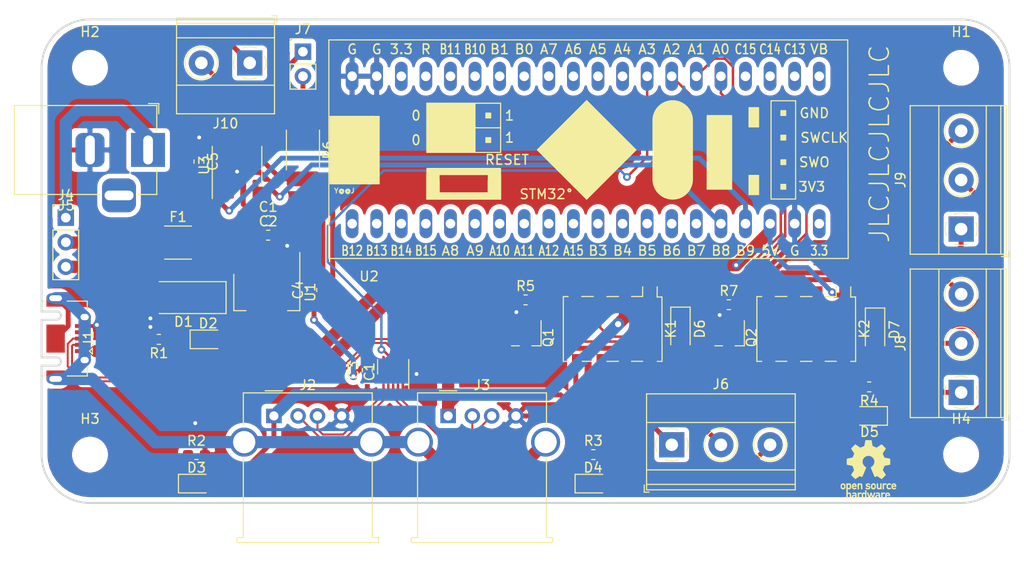
<source format=kicad_pcb>
(kicad_pcb (version 20171130) (host pcbnew 5.1.6)

  (general
    (thickness 1.6)
    (drawings 10)
    (tracks 390)
    (zones 0)
    (modules 43)
    (nets 71)
  )

  (page A4)
  (layers
    (0 F.Cu signal)
    (31 B.Cu signal)
    (32 B.Adhes user)
    (33 F.Adhes user)
    (34 B.Paste user)
    (35 F.Paste user)
    (36 B.SilkS user)
    (37 F.SilkS user)
    (38 B.Mask user)
    (39 F.Mask user)
    (40 Dwgs.User user)
    (41 Cmts.User user)
    (42 Eco1.User user)
    (43 Eco2.User user)
    (44 Edge.Cuts user)
    (45 Margin user)
    (46 B.CrtYd user)
    (47 F.CrtYd user)
    (48 B.Fab user)
    (49 F.Fab user)
  )

  (setup
    (last_trace_width 0.508)
    (user_trace_width 0.2)
    (user_trace_width 0.254)
    (user_trace_width 0.381)
    (user_trace_width 0.508)
    (user_trace_width 1.27)
    (user_trace_width 2.54)
    (trace_clearance 0.2)
    (zone_clearance 0.508)
    (zone_45_only no)
    (trace_min 0.2)
    (via_size 0.8)
    (via_drill 0.4)
    (via_min_size 0.4)
    (via_min_drill 0.3)
    (user_via 0.635 0.3048)
    (user_via 1.27 0.635)
    (uvia_size 0.3)
    (uvia_drill 0.1)
    (uvias_allowed no)
    (uvia_min_size 0.2)
    (uvia_min_drill 0.1)
    (edge_width 0.05)
    (segment_width 0.2)
    (pcb_text_width 0.3)
    (pcb_text_size 1.5 1.5)
    (mod_edge_width 0.12)
    (mod_text_size 1 1)
    (mod_text_width 0.15)
    (pad_size 1.524 1.524)
    (pad_drill 0.762)
    (pad_to_mask_clearance 0.05)
    (aux_axis_origin 0 0)
    (grid_origin 100 100)
    (visible_elements FFFFFF7F)
    (pcbplotparams
      (layerselection 0x010fc_ffffffff)
      (usegerberextensions false)
      (usegerberattributes true)
      (usegerberadvancedattributes true)
      (creategerberjobfile true)
      (excludeedgelayer true)
      (linewidth 0.100000)
      (plotframeref false)
      (viasonmask false)
      (mode 1)
      (useauxorigin false)
      (hpglpennumber 1)
      (hpglpenspeed 20)
      (hpglpendiameter 15.000000)
      (psnegative false)
      (psa4output false)
      (plotreference true)
      (plotvalue false)
      (plotinvisibletext false)
      (padsonsilk false)
      (subtractmaskfromsilk false)
      (outputformat 1)
      (mirror false)
      (drillshape 0)
      (scaleselection 1)
      (outputdirectory "."))
  )

  (net 0 "")
  (net 1 +5V)
  (net 2 GND)
  (net 3 +3V3)
  (net 4 "Net-(D2-Pad1)")
  (net 5 "Net-(D3-Pad1)")
  (net 6 /VBUS_A)
  (net 7 /VBUS_B)
  (net 8 "Net-(D4-Pad1)")
  (net 9 "Net-(D5-Pad1)")
  (net 10 "Net-(D6-Pad2)")
  (net 11 /GP_RELAY_LED)
  (net 12 "Net-(F1-Pad1)")
  (net 13 /^OE)
  (net 14 /S)
  (net 15 GNDS)
  (net 16 "Net-(J1-Pad4)")
  (net 17 /VBUS_IN)
  (net 18 "Net-(J4-Pad1)")
  (net 19 "Net-(J6-Pad1)")
  (net 20 "Net-(J6-Pad2)")
  (net 21 "Net-(J6-Pad3)")
  (net 22 "Net-(J10-Pad2)")
  (net 23 "Net-(J7-Pad2)")
  (net 24 "Net-(J8-Pad1)")
  (net 25 "Net-(J8-Pad2)")
  (net 26 "Net-(J8-Pad3)")
  (net 27 "Net-(J9-Pad3)")
  (net 28 "Net-(J9-Pad2)")
  (net 29 "Net-(J9-Pad1)")
  (net 30 "Net-(J10-Pad1)")
  (net 31 /USB_RELAY)
  (net 32 /GP_RELAY)
  (net 33 "Net-(U2-Pad20)")
  (net 34 "Net-(U2-Pad21)")
  (net 35 "Net-(U2-Pad22)")
  (net 36 "Net-(U2-Pad23)")
  (net 37 "Net-(U2-Pad17)")
  (net 38 "Net-(U2-Pad24)")
  (net 39 "Net-(U2-Pad16)")
  (net 40 "Net-(U2-Pad15)")
  (net 41 "Net-(U2-Pad14)")
  (net 42 "Net-(U2-Pad13)")
  (net 43 "Net-(U2-Pad12)")
  (net 44 "Net-(U2-Pad29)")
  (net 45 "Net-(U2-Pad11)")
  (net 46 "Net-(U2-Pad30)")
  (net 47 "Net-(U2-Pad10)")
  (net 48 "Net-(U2-Pad31)")
  (net 49 "Net-(U2-Pad9)")
  (net 50 "Net-(U2-Pad32)")
  (net 51 "Net-(U2-Pad8)")
  (net 52 "Net-(U2-Pad33)")
  (net 53 "Net-(U2-Pad7)")
  (net 54 "Net-(U2-Pad34)")
  (net 55 "Net-(U2-Pad6)")
  (net 56 "Net-(U2-Pad35)")
  (net 57 "Net-(U2-Pad5)")
  (net 58 "Net-(U2-Pad36)")
  (net 59 "Net-(U2-Pad4)")
  (net 60 "Net-(U2-Pad37)")
  (net 61 "Net-(U2-Pad3)")
  (net 62 "Net-(U2-Pad38)")
  (net 63 "Net-(U2-Pad2)")
  (net 64 "Net-(U2-Pad1)")
  (net 65 /HOST_D-)
  (net 66 /HOST_D+)
  (net 67 /1D+)
  (net 68 /1D-)
  (net 69 /2D+)
  (net 70 /2D-)

  (net_class Default "This is the default net class."
    (clearance 0.2)
    (trace_width 0.25)
    (via_dia 0.8)
    (via_drill 0.4)
    (uvia_dia 0.3)
    (uvia_drill 0.1)
    (add_net +3V3)
    (add_net +5V)
    (add_net /1D+)
    (add_net /1D-)
    (add_net /2D+)
    (add_net /2D-)
    (add_net /GP_RELAY)
    (add_net /GP_RELAY_LED)
    (add_net /HOST_D+)
    (add_net /HOST_D-)
    (add_net /S)
    (add_net /USB_RELAY)
    (add_net /VBUS_A)
    (add_net /VBUS_B)
    (add_net /VBUS_IN)
    (add_net /^OE)
    (add_net GND)
    (add_net GNDS)
    (add_net "Net-(D2-Pad1)")
    (add_net "Net-(D3-Pad1)")
    (add_net "Net-(D4-Pad1)")
    (add_net "Net-(D5-Pad1)")
    (add_net "Net-(D6-Pad2)")
    (add_net "Net-(F1-Pad1)")
    (add_net "Net-(J1-Pad4)")
    (add_net "Net-(J10-Pad1)")
    (add_net "Net-(J10-Pad2)")
    (add_net "Net-(J4-Pad1)")
    (add_net "Net-(J6-Pad1)")
    (add_net "Net-(J6-Pad2)")
    (add_net "Net-(J6-Pad3)")
    (add_net "Net-(J7-Pad2)")
    (add_net "Net-(J8-Pad1)")
    (add_net "Net-(J8-Pad2)")
    (add_net "Net-(J8-Pad3)")
    (add_net "Net-(J9-Pad1)")
    (add_net "Net-(J9-Pad2)")
    (add_net "Net-(J9-Pad3)")
    (add_net "Net-(U2-Pad1)")
    (add_net "Net-(U2-Pad10)")
    (add_net "Net-(U2-Pad11)")
    (add_net "Net-(U2-Pad12)")
    (add_net "Net-(U2-Pad13)")
    (add_net "Net-(U2-Pad14)")
    (add_net "Net-(U2-Pad15)")
    (add_net "Net-(U2-Pad16)")
    (add_net "Net-(U2-Pad17)")
    (add_net "Net-(U2-Pad2)")
    (add_net "Net-(U2-Pad20)")
    (add_net "Net-(U2-Pad21)")
    (add_net "Net-(U2-Pad22)")
    (add_net "Net-(U2-Pad23)")
    (add_net "Net-(U2-Pad24)")
    (add_net "Net-(U2-Pad29)")
    (add_net "Net-(U2-Pad3)")
    (add_net "Net-(U2-Pad30)")
    (add_net "Net-(U2-Pad31)")
    (add_net "Net-(U2-Pad32)")
    (add_net "Net-(U2-Pad33)")
    (add_net "Net-(U2-Pad34)")
    (add_net "Net-(U2-Pad35)")
    (add_net "Net-(U2-Pad36)")
    (add_net "Net-(U2-Pad37)")
    (add_net "Net-(U2-Pad38)")
    (add_net "Net-(U2-Pad4)")
    (add_net "Net-(U2-Pad5)")
    (add_net "Net-(U2-Pad6)")
    (add_net "Net-(U2-Pad7)")
    (add_net "Net-(U2-Pad8)")
    (add_net "Net-(U2-Pad9)")
  )

  (module Connector_USB:USB_Micro-AB_Molex_47590-0001 (layer F.Cu) (tedit 5F67470B) (tstamp 5F68507B)
    (at 100.0508 83 270)
    (descr "Micro USB AB receptable, right-angle inverted (https://www.molex.com/pdm_docs/sd/475900001_sd.pdf)")
    (tags "Micro AB USB SMD")
    (path /5F67D16E)
    (attr smd)
    (fp_text reference J1 (at 0 -4.8 270) (layer F.SilkS)
      (effects (font (size 1 1) (thickness 0.15)))
    )
    (fp_text value USB_B_Micro (at 0 3.5 90) (layer F.Fab)
      (effects (font (size 1 1) (thickness 0.15)))
    )
    (fp_line (start -3.75 0.053) (end 3.75 0.053) (layer F.Fab) (width 0.1))
    (fp_line (start -3.87 -0.197) (end -3.87 0.053) (layer F.SilkS) (width 0.12))
    (fp_line (start 3.87 -0.197) (end 3.87 0.053) (layer F.SilkS) (width 0.12))
    (fp_line (start 3 -4.667) (end 3.87 -4.667) (layer F.SilkS) (width 0.12))
    (fp_line (start -3.87 -4.667) (end -3.87 -2.597) (layer F.SilkS) (width 0.12))
    (fp_line (start 3.87 -4.667) (end 3.87 -2.597) (layer F.SilkS) (width 0.12))
    (fp_line (start -3.75 0.753) (end 3.75 0.753) (layer F.Fab) (width 0.1))
    (fp_line (start -3.75 -4.547) (end -3.75 0.053) (layer F.Fab) (width 0.1))
    (fp_line (start -3.75 0.053) (end -2.8 0.053) (layer Edge.Cuts) (width 0.2))
    (fp_line (start -2.8 -1.522) (end -2.8 0.053) (layer Edge.Cuts) (width 0.2))
    (fp_line (start -1.95 -1.522) (end -1.95 0.053) (layer Edge.Cuts) (width 0.2))
    (fp_line (start -1.95 0.053) (end 1.95 0.053) (layer Edge.Cuts) (width 0.2))
    (fp_line (start 1.95 -1.522) (end 1.95 0.053) (layer Edge.Cuts) (width 0.2))
    (fp_line (start 2.8 -1.522) (end 2.8 0.053) (layer Edge.Cuts) (width 0.2))
    (fp_line (start 2.8 0.053) (end 3.75 0.053) (layer Edge.Cuts) (width 0.2))
    (fp_line (start 3.75 -4.547) (end 3.75 0.053) (layer F.Fab) (width 0.1))
    (fp_line (start -3.75 -4.547) (end 3.75 -4.547) (layer F.Fab) (width 0.1))
    (fp_line (start -5.18 -5.527) (end 5.18 -5.527) (layer F.CrtYd) (width 0.05))
    (fp_line (start 5.18 -5.527) (end 5.18 1.253) (layer F.CrtYd) (width 0.05))
    (fp_line (start -5.18 -5.527) (end -5.18 1.253) (layer F.CrtYd) (width 0.05))
    (fp_line (start -5.18 1.253) (end 5.18 1.253) (layer F.CrtYd) (width 0.05))
    (fp_line (start -3.87 -4.667) (end -3 -4.667) (layer F.SilkS) (width 0.12))
    (fp_line (start 1.3 -4.897) (end 1 -5.197) (layer F.SilkS) (width 0.12))
    (fp_line (start 1.3 -4.897) (end 1.6 -5.197) (layer F.SilkS) (width 0.12))
    (fp_line (start 1 -5.197) (end 1.6 -5.197) (layer F.SilkS) (width 0.12))
    (fp_arc (start 2.375 -1.522) (end 1.95 -1.522) (angle 180) (layer Edge.Cuts) (width 0.2))
    (fp_arc (start -2.375 -1.522) (end -2.8 -1.522) (angle 180) (layer Edge.Cuts) (width 0.2))
    (fp_text user %R (at 0 -2.897 90) (layer F.Fab)
      (effects (font (size 1 1) (thickness 0.15)))
    )
    (fp_text user "PCB Edge" (at 0 0.053 90) (layer Dwgs.User)
      (effects (font (size 0.4 0.4) (thickness 0.04)))
    )
    (pad 6 thru_hole oval (at -2.225 -4.397 270) (size 1.05 1.25) (drill oval 0.65 0.85) (layers *.Cu *.Mask)
      (net 15 GNDS))
    (pad 5 smd rect (at -1.3 -4.072 270) (size 0.4 1.35) (layers F.Cu F.Paste F.Mask)
      (net 2 GND))
    (pad 4 smd rect (at -0.65 -4.072 270) (size 0.4 1.35) (layers F.Cu F.Paste F.Mask)
      (net 16 "Net-(J1-Pad4)"))
    (pad 3 smd rect (at 0 -4.072 270) (size 0.4 1.35) (layers F.Cu F.Paste F.Mask)
      (net 66 /HOST_D+))
    (pad 1 smd rect (at 1.3 -4.072 270) (size 0.4 1.35) (layers F.Cu F.Paste F.Mask)
      (net 17 /VBUS_IN))
    (pad 6 thru_hole oval (at 2.225 -4.397 270) (size 1.05 1.25) (drill oval 0.65 0.85) (layers *.Cu *.Mask)
      (net 15 GNDS))
    (pad 6 thru_hole oval (at -4.175 -1.397 270) (size 1 1.9) (drill oval 0.6 1.3) (layers *.Cu *.Mask)
      (net 15 GNDS))
    (pad 6 thru_hole oval (at 4.175 -1.397 270) (size 1 1.9) (drill oval 0.6 1.3) (layers *.Cu *.Mask)
      (net 15 GNDS))
    (pad 2 smd rect (at 0.65 -4.072 270) (size 0.4 1.35) (layers F.Cu F.Paste F.Mask)
      (net 65 /HOST_D-))
    (pad 6 smd rect (at 0 -1.397 270) (size 2.9 1.9) (layers F.Cu F.Paste F.Mask)
      (net 15 GNDS))
    (pad 6 smd rect (at 3.7375 -1.397 270) (size 0.875 1.9) (layers F.Cu F.Mask)
      (net 15 GNDS))
    (pad 6 smd rect (at -3.7375 -1.397 270) (size 0.875 1.9) (layers F.Cu F.Mask)
      (net 15 GNDS))
    (pad "" smd rect (at 3.5 -1.397 270) (size 0.3 0.85) (layers F.Paste))
    (pad "" smd rect (at -3.5 -1.397 270) (size 0.3 0.85) (layers F.Paste))
    (model ${KISYS3DMOD}/Connector_USB.3dshapes/USB_Micro-AB_Molex_47590-0001.wrl
      (at (xyz 0 0 0))
      (scale (xyz 1 1 1))
      (rotate (xyz 0 0 0))
    )
  )

  (module Modules:YAAJ_BluePill (layer F.Cu) (tedit 5F673AC3) (tstamp 5F682238)
    (at 132.08 71.12)
    (path /5F6B2207)
    (fp_text reference U2 (at 1.75006 5.45338 180) (layer F.SilkS)
      (effects (font (size 1 1) (thickness 0.15)))
    )
    (fp_text value BluePill_STM32F103C (at 4 -7.7 90) (layer F.Fab) hide
      (effects (font (size 1 1) (thickness 0.15)))
    )
    (fp_poly (pts (xy 42 -5) (xy 41 -5) (xy 41 -3) (xy 42 -3)) (layer F.SilkS) (width 0.1))
    (fp_poly (pts (xy 41 -12) (xy 41 -10) (xy 42 -10) (xy 42 -12)) (layer F.SilkS) (width 0.1))
    (fp_poly (pts (xy 7.8 -12.4) (xy 12.7 -12.4) (xy 12.7 -7.4) (xy 7.8 -7.4)) (layer F.SilkS) (width 0.1))
    (fp_line (start -2.5 -19.1) (end -2.5 3.7) (layer F.CrtYd) (width 0.12))
    (fp_line (start 51.3 3.7) (end -2.5 3.7) (layer F.CrtYd) (width 0.12))
    (fp_line (start 51.3 -19.1) (end 51.3 3.7) (layer F.CrtYd) (width 0.12))
    (fp_line (start -2.5 -19.1) (end 51.3 -19.1) (layer F.CrtYd) (width 0.12))
    (fp_poly (pts (xy 31.19628 -4.20878) (xy 31.34995 -3.74523) (xy 31.60649 -3.36169) (xy 31.74238 -3.18516)
      (xy 32.05734 -2.92608) (xy 32.29102 -2.79908) (xy 32.52216 -2.72288) (xy 32.82696 -2.65176)
      (xy 33.11398 -2.59842) (xy 33.5407 -2.6416) (xy 33.890585 -2.743835) (xy 34.19602 -2.93624)
      (xy 34.41192 -3.08864) (xy 34.63798 -3.33756) (xy 34.87674 -3.62712) (xy 34.97326 -3.85572)
      (xy 35.01898 -4.04876) (xy 35.08756 -4.51358) (xy 35.09264 -10.83818) (xy 34.96564 -11.39444)
      (xy 34.59226 -11.97864) (xy 34.24174 -12.29106) (xy 33.72612 -12.52855) (xy 33.38068 -12.59205)
      (xy 33.07588 -12.6238) (xy 32.74314 -12.59332) (xy 32.34182 -12.4841) (xy 32.1437 -12.40282)
      (xy 31.92018 -12.25042) (xy 31.70428 -12.02944) (xy 31.49854 -11.78052) (xy 31.2547 -11.31824)
      (xy 31.16326 -10.84326) (xy 31.16834 -4.5212)) (layer F.SilkS) (width 0.1))
    (fp_poly (pts (xy 36.67506 -3.56362) (xy 36.67506 -11.18362) (xy 39.21506 -11.18362) (xy 39.21506 -3.56362)) (layer F.SilkS) (width 0.1))
    (fp_line (start 35.15106 -4.57962) (end 35.15106 -10.67562) (layer F.SilkS) (width 0.12))
    (fp_line (start 31.08706 -4.57962) (end 31.08706 -10.67562) (layer F.SilkS) (width 0.12))
    (fp_poly (pts (xy 44.29506 -11.18362) (xy 44.80306 -11.18362) (xy 44.80306 -11.69162) (xy 44.29506 -11.69162)) (layer F.SilkS) (width 0.1))
    (fp_poly (pts (xy 44.29506 -8.64362) (xy 44.80306 -8.64362) (xy 44.80306 -9.15162) (xy 44.29506 -9.15162)) (layer F.SilkS) (width 0.1))
    (fp_poly (pts (xy 44.29506 -6.10362) (xy 44.80306 -6.10362) (xy 44.80306 -6.61162) (xy 44.29506 -6.61162)) (layer F.SilkS) (width 0.1))
    (fp_poly (pts (xy 44.29506 -3.56362) (xy 44.80306 -3.56362) (xy 44.80306 -4.07162) (xy 44.29506 -4.07162)) (layer F.SilkS) (width 0.1))
    (fp_line (start 43.27906 -12.70762) (end 43.27906 -2.54762) (layer F.SilkS) (width 0.12))
    (fp_line (start 45.81906 -12.70762) (end 43.27906 -12.70762) (layer F.SilkS) (width 0.12))
    (fp_line (start 45.81906 -2.54762) (end 45.81906 -12.70762) (layer F.SilkS) (width 0.12))
    (fp_line (start 43.27906 -2.54762) (end 45.81906 -2.54762) (layer F.SilkS) (width 0.12))
    (fp_poly (pts (xy 13.81506 -10.92962) (xy 13.81506 -11.43762) (xy 14.32306 -11.43762) (xy 14.32306 -10.92962)) (layer F.SilkS) (width 0.1))
    (fp_poly (pts (xy 13.81506 -8.38962) (xy 14.32306 -8.38962) (xy 14.32306 -8.89762) (xy 13.81506 -8.89762)) (layer F.SilkS) (width 0.1))
    (fp_poly (pts (xy 11.27506 -10.92962) (xy 11.27506 -11.43762) (xy 11.78306 -11.43762) (xy 11.78306 -10.92962)) (layer F.SilkS) (width 0.1))
    (fp_poly (pts (xy 11.27506 -8.38962) (xy 11.27506 -8.89762) (xy 11.78306 -8.89762) (xy 11.78306 -8.38962)) (layer F.SilkS) (width 0.1))
    (fp_poly (pts (xy 8.73506 -10.92962) (xy 9.24306 -10.92962) (xy 9.24306 -11.43762) (xy 8.73506 -11.43762)) (layer F.SilkS) (width 0.1))
    (fp_poly (pts (xy 8.73506 -8.38962) (xy 8.73506 -8.89762) (xy 9.24306 -8.89762) (xy 9.24306 -8.38962)) (layer F.SilkS) (width 0.1))
    (fp_poly (pts (xy 8.98906 -5.08762) (xy 8.98906 -5.72262) (xy 14.06906 -5.72262) (xy 14.06906 -5.08762)) (layer F.SilkS) (width 0.1))
    (fp_poly (pts (xy 8.98906 -2.54762) (xy 8.98906 -3.18262) (xy 14.06906 -3.18262) (xy 14.06906 -2.54762)) (layer F.SilkS) (width 0.1))
    (fp_poly (pts (xy 14.06906 -2.54762) (xy 14.06906 -5.72262) (xy 15.33906 -5.72262) (xy 15.33906 -2.54762)) (layer F.SilkS) (width 0.1))
    (fp_poly (pts (xy 7.71906 -2.54762) (xy 7.71906 -5.72262) (xy 8.98906 -5.72262) (xy 8.98906 -2.54762)) (layer F.SilkS) (width 0.1))
    (fp_poly (pts (xy 19.14906 -7.62762) (xy 24.22906 -2.54762) (xy 29.30906 -7.62762) (xy 24.22906 -12.70762)) (layer F.SilkS) (width 0.1))
    (fp_poly (pts (xy -2.28 -4.115) (xy 2.8 -4.115) (xy 2.8 -11.1) (xy -2.28 -11.1)) (layer F.SilkS) (width 0.1))
    (fp_line (start 7.71906 -9.91362) (end 15.33906 -9.91362) (layer F.SilkS) (width 0.12))
    (fp_line (start 7.71906 -12.45362) (end 7.71906 -7.37362) (layer F.SilkS) (width 0.12))
    (fp_line (start 15.33906 -12.45362) (end 7.71906 -12.45362) (layer F.SilkS) (width 0.12))
    (fp_line (start 15.33906 -7.37362) (end 15.33906 -12.45362) (layer F.SilkS) (width 0.12))
    (fp_line (start 7.71906 -7.37362) (end 15.33906 -7.37362) (layer F.SilkS) (width 0.12))
    (fp_line (start 14.06906 -3.18262) (end 8.98906 -3.18262) (layer F.SilkS) (width 0.12))
    (fp_line (start 14.06906 -4.45262) (end 14.06906 -3.18262) (layer F.SilkS) (width 0.12))
    (fp_line (start 8.98906 -3.18262) (end 8.98906 -4.45262) (layer F.SilkS) (width 0.12))
    (fp_line (start 15.33906 -2.54762) (end 7.71906 -2.54762) (layer F.SilkS) (width 0.12))
    (fp_line (start 15.33906 -5.08762) (end 15.33906 -2.54762) (layer F.SilkS) (width 0.12))
    (fp_line (start 7.71906 -5.08762) (end 15.33906 -5.08762) (layer F.SilkS) (width 0.12))
    (fp_line (start 7.71906 -2.54762) (end 7.71906 -5.08762) (layer F.SilkS) (width 0.12))
    (fp_line (start 29.30906 -7.62762) (end 24.22906 -2.54762) (layer F.SilkS) (width 0.12))
    (fp_line (start 24.22906 -12.70762) (end 29.30906 -7.62762) (layer F.SilkS) (width 0.12))
    (fp_line (start 19.14906 -7.62762) (end 24.22906 -12.70762) (layer F.SilkS) (width 0.12))
    (fp_line (start 24.22906 -2.54762) (end 19.14906 -7.62762) (layer F.SilkS) (width 0.12))
    (fp_line (start 2.00406 -4.13512) (end 2.00406 -11.12012) (layer F.SilkS) (width 0.12))
    (fp_line (start 51.25 3.6) (end -2.4 3.6) (layer F.SilkS) (width 0.12))
    (fp_line (start 51.2 -19) (end 51.25 3.6) (layer F.SilkS) (width 0.12))
    (fp_line (start -2.4 -19) (end 51.2 -19) (layer F.SilkS) (width 0.12))
    (fp_line (start -2.4 3.6) (end -2.4 -19) (layer F.SilkS) (width 0.12))
    (fp_arc (start 33.11906 -10.67562) (end 35.15106 -10.67562) (angle -180) (layer F.SilkS) (width 0.12))
    (fp_arc (start 33.11906 -4.57962) (end 31.08706 -4.57962) (angle -180) (layer F.SilkS) (width 0.12))
    (fp_text user G (at 0 -18.034) (layer F.SilkS)
      (effects (font (size 1 1) (thickness 0.15)))
    )
    (fp_text user G (at 2.54 -18.034) (layer F.SilkS)
      (effects (font (size 1 1) (thickness 0.15)))
    )
    (fp_text user 3.3 (at 5.08 -18.034) (layer F.SilkS)
      (effects (font (size 1 1) (thickness 0.15)))
    )
    (fp_text user R (at 7.62 -18.034) (layer F.SilkS)
      (effects (font (size 1 1) (thickness 0.15)))
    )
    (fp_text user B11 (at 10.16 -18.034) (layer F.SilkS)
      (effects (font (size 1 0.762) (thickness 0.15)))
    )
    (fp_text user B10 (at 12.7 -18.034) (layer F.SilkS)
      (effects (font (size 1 0.762) (thickness 0.15)))
    )
    (fp_text user B1 (at 15.24 -18.034) (layer F.SilkS)
      (effects (font (size 1 1) (thickness 0.15)))
    )
    (fp_text user B0 (at 17.78 -18.034) (layer F.SilkS)
      (effects (font (size 1 1) (thickness 0.15)))
    )
    (fp_text user A7 (at 20.32 -18.034) (layer F.SilkS)
      (effects (font (size 1 1) (thickness 0.15)))
    )
    (fp_text user A6 (at 22.86 -18.034) (layer F.SilkS)
      (effects (font (size 1 1) (thickness 0.15)))
    )
    (fp_text user A5 (at 25.4 -18.034) (layer F.SilkS)
      (effects (font (size 1 1) (thickness 0.15)))
    )
    (fp_text user A4 (at 27.94 -18.034) (layer F.SilkS)
      (effects (font (size 1 1) (thickness 0.15)))
    )
    (fp_text user A3 (at 30.48 -18.034) (layer F.SilkS)
      (effects (font (size 1 1) (thickness 0.15)))
    )
    (fp_text user A2 (at 33.02 -18.034) (layer F.SilkS)
      (effects (font (size 1 1) (thickness 0.15)))
    )
    (fp_text user A1 (at 35.56 -18.034) (layer F.SilkS)
      (effects (font (size 1 1) (thickness 0.15)))
    )
    (fp_text user A0 (at 38.1 -18.034) (layer F.SilkS)
      (effects (font (size 1 1) (thickness 0.15)))
    )
    (fp_text user C15 (at 40.64 -18.034) (layer F.SilkS)
      (effects (font (size 1 0.762) (thickness 0.15)))
    )
    (fp_text user C14 (at 43.18 -18.034) (layer F.SilkS)
      (effects (font (size 1 0.762) (thickness 0.15)))
    )
    (fp_text user C13 (at 45.72 -18.034) (layer F.SilkS)
      (effects (font (size 1 0.762) (thickness 0.15)))
    )
    (fp_text user VB (at 48.26 -18.034) (layer F.SilkS)
      (effects (font (size 1 1) (thickness 0.15)))
    )
    (fp_text user B12 (at 0 2.794) (layer F.SilkS)
      (effects (font (size 1 0.762) (thickness 0.15)))
    )
    (fp_text user B13 (at 2.54 2.794) (layer F.SilkS)
      (effects (font (size 1 0.762) (thickness 0.15)))
    )
    (fp_text user B14 (at 5.08 2.794) (layer F.SilkS)
      (effects (font (size 1 0.762) (thickness 0.15)))
    )
    (fp_text user B15 (at 7.62 2.794) (layer F.SilkS)
      (effects (font (size 1 0.762) (thickness 0.15)))
    )
    (fp_text user A8 (at 10.16 2.794) (layer F.SilkS)
      (effects (font (size 1 1) (thickness 0.15)))
    )
    (fp_text user A9 (at 12.7 2.794) (layer F.SilkS)
      (effects (font (size 1 1) (thickness 0.15)))
    )
    (fp_text user A10 (at 15.24 2.794) (layer F.SilkS)
      (effects (font (size 1 0.762) (thickness 0.15)))
    )
    (fp_text user A11 (at 17.78 2.794) (layer F.SilkS)
      (effects (font (size 1 0.762) (thickness 0.15)))
    )
    (fp_text user A12 (at 20.32 2.794) (layer F.SilkS)
      (effects (font (size 1 0.762) (thickness 0.15)))
    )
    (fp_text user A15 (at 22.86 2.794) (layer F.SilkS)
      (effects (font (size 1 0.762) (thickness 0.15)))
    )
    (fp_text user B3 (at 25.4 2.794) (layer F.SilkS)
      (effects (font (size 1 1) (thickness 0.15)))
    )
    (fp_text user B4 (at 27.94 2.794) (layer F.SilkS)
      (effects (font (size 1 1) (thickness 0.15)))
    )
    (fp_text user B5 (at 30.48 2.794) (layer F.SilkS)
      (effects (font (size 1 1) (thickness 0.15)))
    )
    (fp_text user B6 (at 33.02 2.794) (layer F.SilkS)
      (effects (font (size 1 1) (thickness 0.15)))
    )
    (fp_text user B7 (at 35.56 2.794) (layer F.SilkS)
      (effects (font (size 1 1) (thickness 0.15)))
    )
    (fp_text user B8 (at 38.1 2.794) (layer F.SilkS)
      (effects (font (size 1 1) (thickness 0.15)))
    )
    (fp_text user B9 (at 40.64 2.794) (layer F.SilkS)
      (effects (font (size 1 1) (thickness 0.15)))
    )
    (fp_text user 5V (at 43.18 2.794) (layer F.SilkS)
      (effects (font (size 1 1) (thickness 0.15)))
    )
    (fp_text user 3.3 (at 48.26 2.794) (layer F.SilkS)
      (effects (font (size 1 0.762) (thickness 0.15)))
    )
    (fp_text user G (at 45.72 2.794) (layer F.SilkS)
      (effects (font (size 1 1) (thickness 0.15)))
    )
    (fp_text user 0 (at 6.604 -11.176) (layer F.SilkS)
      (effects (font (size 1 1) (thickness 0.15)))
    )
    (fp_text user 0 (at 6.604 -8.636) (layer F.SilkS)
      (effects (font (size 1 1) (thickness 0.15)))
    )
    (fp_text user 1 (at 16.256 -11.176) (layer F.SilkS)
      (effects (font (size 1 1) (thickness 0.15)))
    )
    (fp_text user 1 (at 16.256 -8.89) (layer F.SilkS)
      (effects (font (size 1 1) (thickness 0.15)))
    )
    (fp_text user RESET (at 16.002 -6.604) (layer F.SilkS)
      (effects (font (size 1 1) (thickness 0.15)))
    )
    (fp_text user STM32° (at 20.066 -3.048) (layer F.SilkS)
      (effects (font (size 1 1) (thickness 0.15)))
    )
    (fp_text user GND (at 47.752 -11.43) (layer F.SilkS)
      (effects (font (size 1 1) (thickness 0.15)))
    )
    (fp_text user SWCLK (at 48.768 -8.89) (layer F.SilkS)
      (effects (font (size 1 1) (thickness 0.15)))
    )
    (fp_text user SWO (at 47.752 -6.35) (layer F.SilkS)
      (effects (font (size 1 1) (thickness 0.15)))
    )
    (fp_text user 3V3 (at 47.498 -3.81) (layer F.SilkS)
      (effects (font (size 1 1) (thickness 0.15)))
    )
    (fp_text user Y@@J (at -0.8 -3.4) (layer F.SilkS)
      (effects (font (size 0.5 0.5) (thickness 0.1)))
    )
    (pad 20 thru_hole oval (at 48.26 0) (size 1.3 3) (drill 1) (layers *.Cu *.Mask)
      (net 33 "Net-(U2-Pad20)"))
    (pad 21 thru_hole oval (at 48.26 -15.24) (size 1.3 3) (drill 1) (layers *.Cu *.Mask)
      (net 34 "Net-(U2-Pad21)"))
    (pad 19 thru_hole oval (at 45.72 0) (size 1.3 3) (drill 1) (layers *.Cu *.Mask)
      (net 2 GND))
    (pad 22 thru_hole oval (at 45.72 -15.24) (size 1.3 3) (drill 1) (layers *.Cu *.Mask)
      (net 35 "Net-(U2-Pad22)"))
    (pad 18 thru_hole oval (at 43.18 0) (size 1.3 3) (drill 1) (layers *.Cu *.Mask)
      (net 1 +5V))
    (pad 23 thru_hole oval (at 43.18 -15.24762) (size 1.3 3) (drill 1) (layers *.Cu *.Mask)
      (net 36 "Net-(U2-Pad23)"))
    (pad 17 thru_hole oval (at 40.64 0) (size 1.3 3) (drill 1) (layers *.Cu *.Mask)
      (net 37 "Net-(U2-Pad17)"))
    (pad 24 thru_hole oval (at 40.64 -15.24) (size 1.3 3) (drill 1) (layers *.Cu *.Mask)
      (net 38 "Net-(U2-Pad24)"))
    (pad 16 thru_hole oval (at 38.1 0) (size 1.3 3) (drill 1) (layers *.Cu *.Mask)
      (net 39 "Net-(U2-Pad16)"))
    (pad 25 thru_hole oval (at 38.1 -15.24) (size 1.3 3) (drill 1) (layers *.Cu *.Mask)
      (net 31 /USB_RELAY))
    (pad 15 thru_hole oval (at 35.56 0) (size 1.3 3) (drill 1) (layers *.Cu *.Mask)
      (net 40 "Net-(U2-Pad15)"))
    (pad 26 thru_hole oval (at 35.56 -15.24) (size 1.3 3) (drill 1) (layers *.Cu *.Mask)
      (net 32 /GP_RELAY))
    (pad 14 thru_hole oval (at 33.02 0) (size 1.3 3) (drill 1) (layers *.Cu *.Mask)
      (net 41 "Net-(U2-Pad14)"))
    (pad 27 thru_hole oval (at 33.02 -15.24) (size 1.3 3) (drill 1) (layers *.Cu *.Mask)
      (net 13 /^OE))
    (pad 13 thru_hole oval (at 30.48 -0.00762) (size 1.3 3) (drill 1) (layers *.Cu *.Mask)
      (net 42 "Net-(U2-Pad13)"))
    (pad 28 thru_hole oval (at 30.48 -15.24) (size 1.3 3) (drill 1) (layers *.Cu *.Mask)
      (net 14 /S))
    (pad 12 thru_hole oval (at 27.94 0) (size 1.3 3) (drill 1) (layers *.Cu *.Mask)
      (net 43 "Net-(U2-Pad12)"))
    (pad 29 thru_hole oval (at 27.94 -15.24) (size 1.3 3) (drill 1) (layers *.Cu *.Mask)
      (net 44 "Net-(U2-Pad29)"))
    (pad 11 thru_hole oval (at 25.4 0) (size 1.3 3) (drill 1) (layers *.Cu *.Mask)
      (net 45 "Net-(U2-Pad11)"))
    (pad 30 thru_hole oval (at 25.4 -15.24) (size 1.3 3) (drill 1) (layers *.Cu *.Mask)
      (net 46 "Net-(U2-Pad30)"))
    (pad 10 thru_hole oval (at 22.86 0) (size 1.3 3) (drill 1) (layers *.Cu *.Mask)
      (net 47 "Net-(U2-Pad10)"))
    (pad 31 thru_hole oval (at 22.86 -15.24) (size 1.3 3) (drill 1) (layers *.Cu *.Mask)
      (net 48 "Net-(U2-Pad31)"))
    (pad 9 thru_hole oval (at 20.32 0) (size 1.3 3) (drill 1) (layers *.Cu *.Mask)
      (net 49 "Net-(U2-Pad9)"))
    (pad 32 thru_hole oval (at 20.32 -15.24762) (size 1.3 3) (drill 1) (layers *.Cu *.Mask)
      (net 50 "Net-(U2-Pad32)"))
    (pad 8 thru_hole oval (at 17.78 0) (size 1.3 3) (drill 1) (layers *.Cu *.Mask)
      (net 51 "Net-(U2-Pad8)"))
    (pad 33 thru_hole oval (at 17.78 -15.24) (size 1.3 3) (drill 1) (layers *.Cu *.Mask)
      (net 52 "Net-(U2-Pad33)"))
    (pad 7 thru_hole oval (at 15.24 0) (size 1.3 3) (drill 1) (layers *.Cu *.Mask)
      (net 53 "Net-(U2-Pad7)"))
    (pad 34 thru_hole oval (at 15.24 -15.24) (size 1.3 3) (drill 1) (layers *.Cu *.Mask)
      (net 54 "Net-(U2-Pad34)"))
    (pad 6 thru_hole oval (at 12.7 0) (size 1.3 3) (drill 1) (layers *.Cu *.Mask)
      (net 55 "Net-(U2-Pad6)"))
    (pad 35 thru_hole oval (at 12.7 -15.24) (size 1.3 3) (drill 1) (layers *.Cu *.Mask)
      (net 56 "Net-(U2-Pad35)"))
    (pad 5 thru_hole oval (at 10.16 0) (size 1.3 3) (drill 1) (layers *.Cu *.Mask)
      (net 57 "Net-(U2-Pad5)"))
    (pad 36 thru_hole oval (at 10.16 -15.24) (size 1.3 3) (drill 1) (layers *.Cu *.Mask)
      (net 58 "Net-(U2-Pad36)"))
    (pad 4 thru_hole oval (at 7.62 0) (size 1.3 3) (drill 1) (layers *.Cu *.Mask)
      (net 59 "Net-(U2-Pad4)"))
    (pad 37 thru_hole oval (at 7.62 -15.24) (size 1.3 3) (drill 1) (layers *.Cu *.Mask)
      (net 60 "Net-(U2-Pad37)"))
    (pad 3 thru_hole oval (at 5.08 -0.00762) (size 1.3 3) (drill 1) (layers *.Cu *.Mask)
      (net 61 "Net-(U2-Pad3)"))
    (pad 38 thru_hole oval (at 5.08 -15.24) (size 1.3 3) (drill 1) (layers *.Cu *.Mask)
      (net 62 "Net-(U2-Pad38)"))
    (pad 2 thru_hole oval (at 2.54 0) (size 1.3 3) (drill 1) (layers *.Cu *.Mask)
      (net 63 "Net-(U2-Pad2)"))
    (pad 39 thru_hole oval (at 2.54 -15.24762) (size 1.3 3) (drill 1) (layers *.Cu *.Mask)
      (net 2 GND))
    (pad 1 thru_hole oval (at 0 0) (size 1.3 3) (drill 1) (layers *.Cu *.Mask)
      (net 64 "Net-(U2-Pad1)"))
    (pad 40 thru_hole oval (at 0 -15.24762) (size 1.3 3) (drill 1) (layers *.Cu *.Mask)
      (net 2 GND))
    (model ${KIPRJMOD}/libs/Kicad-STM32-master/Packages3d/YAAJ_BluePill.STEP
      (offset (xyz 23 17.75 -50))
      (scale (xyz 1 1 1))
      (rotate (xyz 0 0 -90))
    )
  )

  (module Capacitor_SMD:C_0603_1608Metric_Pad1.05x0.95mm_HandSolder (layer F.Cu) (tedit 5B301BBE) (tstamp 5F682EB0)
    (at 123.4064 70.8114)
    (descr "Capacitor SMD 0603 (1608 Metric), square (rectangular) end terminal, IPC_7351 nominal with elongated pad for handsoldering. (Body size source: http://www.tortai-tech.com/upload/download/2011102023233369053.pdf), generated with kicad-footprint-generator")
    (tags "capacitor handsolder")
    (path /5F663953)
    (attr smd)
    (fp_text reference C1 (at 0 -1.43) (layer F.SilkS)
      (effects (font (size 1 1) (thickness 0.15)))
    )
    (fp_text value 0.1u (at 0 1.43) (layer F.Fab)
      (effects (font (size 1 1) (thickness 0.15)))
    )
    (fp_line (start 1.65 0.73) (end -1.65 0.73) (layer F.CrtYd) (width 0.05))
    (fp_line (start 1.65 -0.73) (end 1.65 0.73) (layer F.CrtYd) (width 0.05))
    (fp_line (start -1.65 -0.73) (end 1.65 -0.73) (layer F.CrtYd) (width 0.05))
    (fp_line (start -1.65 0.73) (end -1.65 -0.73) (layer F.CrtYd) (width 0.05))
    (fp_line (start -0.171267 0.51) (end 0.171267 0.51) (layer F.SilkS) (width 0.12))
    (fp_line (start -0.171267 -0.51) (end 0.171267 -0.51) (layer F.SilkS) (width 0.12))
    (fp_line (start 0.8 0.4) (end -0.8 0.4) (layer F.Fab) (width 0.1))
    (fp_line (start 0.8 -0.4) (end 0.8 0.4) (layer F.Fab) (width 0.1))
    (fp_line (start -0.8 -0.4) (end 0.8 -0.4) (layer F.Fab) (width 0.1))
    (fp_line (start -0.8 0.4) (end -0.8 -0.4) (layer F.Fab) (width 0.1))
    (fp_text user %R (at 0 0) (layer F.Fab)
      (effects (font (size 0.4 0.4) (thickness 0.06)))
    )
    (pad 1 smd roundrect (at -0.875 0) (size 1.05 0.95) (layers F.Cu F.Paste F.Mask) (roundrect_rratio 0.25)
      (net 1 +5V))
    (pad 2 smd roundrect (at 0.875 0) (size 1.05 0.95) (layers F.Cu F.Paste F.Mask) (roundrect_rratio 0.25)
      (net 2 GND))
    (model ${KISYS3DMOD}/Capacitor_SMD.3dshapes/C_0603_1608Metric.wrl
      (at (xyz 0 0 0))
      (scale (xyz 1 1 1))
      (rotate (xyz 0 0 0))
    )
  )

  (module Capacitor_SMD:C_0603_1608Metric_Pad1.05x0.95mm_HandSolder (layer F.Cu) (tedit 5B301BBE) (tstamp 5F682E80)
    (at 123.4064 72.3114)
    (descr "Capacitor SMD 0603 (1608 Metric), square (rectangular) end terminal, IPC_7351 nominal with elongated pad for handsoldering. (Body size source: http://www.tortai-tech.com/upload/download/2011102023233369053.pdf), generated with kicad-footprint-generator")
    (tags "capacitor handsolder")
    (path /5F664BB9)
    (attr smd)
    (fp_text reference C2 (at 0 -1.43) (layer F.SilkS)
      (effects (font (size 1 1) (thickness 0.15)))
    )
    (fp_text value 10u (at 0 1.43) (layer F.Fab)
      (effects (font (size 1 1) (thickness 0.15)))
    )
    (fp_text user %R (at 0 0) (layer F.Fab)
      (effects (font (size 0.4 0.4) (thickness 0.06)))
    )
    (fp_line (start -0.8 0.4) (end -0.8 -0.4) (layer F.Fab) (width 0.1))
    (fp_line (start -0.8 -0.4) (end 0.8 -0.4) (layer F.Fab) (width 0.1))
    (fp_line (start 0.8 -0.4) (end 0.8 0.4) (layer F.Fab) (width 0.1))
    (fp_line (start 0.8 0.4) (end -0.8 0.4) (layer F.Fab) (width 0.1))
    (fp_line (start -0.171267 -0.51) (end 0.171267 -0.51) (layer F.SilkS) (width 0.12))
    (fp_line (start -0.171267 0.51) (end 0.171267 0.51) (layer F.SilkS) (width 0.12))
    (fp_line (start -1.65 0.73) (end -1.65 -0.73) (layer F.CrtYd) (width 0.05))
    (fp_line (start -1.65 -0.73) (end 1.65 -0.73) (layer F.CrtYd) (width 0.05))
    (fp_line (start 1.65 -0.73) (end 1.65 0.73) (layer F.CrtYd) (width 0.05))
    (fp_line (start 1.65 0.73) (end -1.65 0.73) (layer F.CrtYd) (width 0.05))
    (pad 2 smd roundrect (at 0.875 0) (size 1.05 0.95) (layers F.Cu F.Paste F.Mask) (roundrect_rratio 0.25)
      (net 2 GND))
    (pad 1 smd roundrect (at -0.875 0) (size 1.05 0.95) (layers F.Cu F.Paste F.Mask) (roundrect_rratio 0.25)
      (net 1 +5V))
    (model ${KISYS3DMOD}/Capacitor_SMD.3dshapes/C_0603_1608Metric.wrl
      (at (xyz 0 0 0))
      (scale (xyz 1 1 1))
      (rotate (xyz 0 0 0))
    )
  )

  (module Capacitor_SMD:C_0603_1608Metric_Pad1.05x0.95mm_HandSolder (layer F.Cu) (tedit 5B301BBE) (tstamp 5F68B3A6)
    (at 133.655 86.27 90)
    (descr "Capacitor SMD 0603 (1608 Metric), square (rectangular) end terminal, IPC_7351 nominal with elongated pad for handsoldering. (Body size source: http://www.tortai-tech.com/upload/download/2011102023233369053.pdf), generated with kicad-footprint-generator")
    (tags "capacitor handsolder")
    (path /5F9031AB)
    (attr smd)
    (fp_text reference C3 (at 0 -1.43 90) (layer F.SilkS)
      (effects (font (size 1 1) (thickness 0.15)))
    )
    (fp_text value C (at 0 1.43 90) (layer F.Fab)
      (effects (font (size 1 1) (thickness 0.15)))
    )
    (fp_text user %R (at 0 0 90) (layer F.Fab)
      (effects (font (size 0.4 0.4) (thickness 0.06)))
    )
    (fp_line (start -0.8 0.4) (end -0.8 -0.4) (layer F.Fab) (width 0.1))
    (fp_line (start -0.8 -0.4) (end 0.8 -0.4) (layer F.Fab) (width 0.1))
    (fp_line (start 0.8 -0.4) (end 0.8 0.4) (layer F.Fab) (width 0.1))
    (fp_line (start 0.8 0.4) (end -0.8 0.4) (layer F.Fab) (width 0.1))
    (fp_line (start -0.171267 -0.51) (end 0.171267 -0.51) (layer F.SilkS) (width 0.12))
    (fp_line (start -0.171267 0.51) (end 0.171267 0.51) (layer F.SilkS) (width 0.12))
    (fp_line (start -1.65 0.73) (end -1.65 -0.73) (layer F.CrtYd) (width 0.05))
    (fp_line (start -1.65 -0.73) (end 1.65 -0.73) (layer F.CrtYd) (width 0.05))
    (fp_line (start 1.65 -0.73) (end 1.65 0.73) (layer F.CrtYd) (width 0.05))
    (fp_line (start 1.65 0.73) (end -1.65 0.73) (layer F.CrtYd) (width 0.05))
    (pad 2 smd roundrect (at 0.875 0 90) (size 1.05 0.95) (layers F.Cu F.Paste F.Mask) (roundrect_rratio 0.25)
      (net 3 +3V3))
    (pad 1 smd roundrect (at -0.875 0 90) (size 1.05 0.95) (layers F.Cu F.Paste F.Mask) (roundrect_rratio 0.25)
      (net 2 GND))
    (model ${KISYS3DMOD}/Capacitor_SMD.3dshapes/C_0603_1608Metric.wrl
      (at (xyz 0 0 0))
      (scale (xyz 1 1 1))
      (rotate (xyz 0 0 0))
    )
  )

  (module Capacitor_SMD:C_0603_1608Metric_Pad1.05x0.95mm_HandSolder (layer F.Cu) (tedit 5B301BBE) (tstamp 5F67CA04)
    (at 127.9146 77.9782 90)
    (descr "Capacitor SMD 0603 (1608 Metric), square (rectangular) end terminal, IPC_7351 nominal with elongated pad for handsoldering. (Body size source: http://www.tortai-tech.com/upload/download/2011102023233369053.pdf), generated with kicad-footprint-generator")
    (tags "capacitor handsolder")
    (path /5F6657F0)
    (attr smd)
    (fp_text reference C4 (at 0 -1.43 90) (layer F.SilkS)
      (effects (font (size 1 1) (thickness 0.15)))
    )
    (fp_text value 0.1u (at 0 1.43 90) (layer F.Fab)
      (effects (font (size 1 1) (thickness 0.15)))
    )
    (fp_line (start 1.65 0.73) (end -1.65 0.73) (layer F.CrtYd) (width 0.05))
    (fp_line (start 1.65 -0.73) (end 1.65 0.73) (layer F.CrtYd) (width 0.05))
    (fp_line (start -1.65 -0.73) (end 1.65 -0.73) (layer F.CrtYd) (width 0.05))
    (fp_line (start -1.65 0.73) (end -1.65 -0.73) (layer F.CrtYd) (width 0.05))
    (fp_line (start -0.171267 0.51) (end 0.171267 0.51) (layer F.SilkS) (width 0.12))
    (fp_line (start -0.171267 -0.51) (end 0.171267 -0.51) (layer F.SilkS) (width 0.12))
    (fp_line (start 0.8 0.4) (end -0.8 0.4) (layer F.Fab) (width 0.1))
    (fp_line (start 0.8 -0.4) (end 0.8 0.4) (layer F.Fab) (width 0.1))
    (fp_line (start -0.8 -0.4) (end 0.8 -0.4) (layer F.Fab) (width 0.1))
    (fp_line (start -0.8 0.4) (end -0.8 -0.4) (layer F.Fab) (width 0.1))
    (fp_text user %R (at 0 0 90) (layer F.Fab)
      (effects (font (size 0.4 0.4) (thickness 0.06)))
    )
    (pad 1 smd roundrect (at -0.875 0 90) (size 1.05 0.95) (layers F.Cu F.Paste F.Mask) (roundrect_rratio 0.25)
      (net 3 +3V3))
    (pad 2 smd roundrect (at 0.875 0 90) (size 1.05 0.95) (layers F.Cu F.Paste F.Mask) (roundrect_rratio 0.25)
      (net 2 GND))
    (model ${KISYS3DMOD}/Capacitor_SMD.3dshapes/C_0603_1608Metric.wrl
      (at (xyz 0 0 0))
      (scale (xyz 1 1 1))
      (rotate (xyz 0 0 0))
    )
  )

  (module Capacitor_SMD:C_0603_1608Metric_Pad1.05x0.95mm_HandSolder (layer F.Cu) (tedit 5B301BBE) (tstamp 5F6869A6)
    (at 116.256 64.694 270)
    (descr "Capacitor SMD 0603 (1608 Metric), square (rectangular) end terminal, IPC_7351 nominal with elongated pad for handsoldering. (Body size source: http://www.tortai-tech.com/upload/download/2011102023233369053.pdf), generated with kicad-footprint-generator")
    (tags "capacitor handsolder")
    (path /5F8E9B93)
    (attr smd)
    (fp_text reference C5 (at 0 -1.43 90) (layer F.SilkS)
      (effects (font (size 1 1) (thickness 0.15)))
    )
    (fp_text value C (at 0 1.43 90) (layer F.Fab)
      (effects (font (size 1 1) (thickness 0.15)))
    )
    (fp_line (start 1.65 0.73) (end -1.65 0.73) (layer F.CrtYd) (width 0.05))
    (fp_line (start 1.65 -0.73) (end 1.65 0.73) (layer F.CrtYd) (width 0.05))
    (fp_line (start -1.65 -0.73) (end 1.65 -0.73) (layer F.CrtYd) (width 0.05))
    (fp_line (start -1.65 0.73) (end -1.65 -0.73) (layer F.CrtYd) (width 0.05))
    (fp_line (start -0.171267 0.51) (end 0.171267 0.51) (layer F.SilkS) (width 0.12))
    (fp_line (start -0.171267 -0.51) (end 0.171267 -0.51) (layer F.SilkS) (width 0.12))
    (fp_line (start 0.8 0.4) (end -0.8 0.4) (layer F.Fab) (width 0.1))
    (fp_line (start 0.8 -0.4) (end 0.8 0.4) (layer F.Fab) (width 0.1))
    (fp_line (start -0.8 -0.4) (end 0.8 -0.4) (layer F.Fab) (width 0.1))
    (fp_line (start -0.8 0.4) (end -0.8 -0.4) (layer F.Fab) (width 0.1))
    (fp_text user %R (at 0 0 90) (layer F.Fab)
      (effects (font (size 0.4 0.4) (thickness 0.06)))
    )
    (pad 1 smd roundrect (at -0.875 0 270) (size 1.05 0.95) (layers F.Cu F.Paste F.Mask) (roundrect_rratio 0.25)
      (net 2 GND))
    (pad 2 smd roundrect (at 0.875 0 270) (size 1.05 0.95) (layers F.Cu F.Paste F.Mask) (roundrect_rratio 0.25)
      (net 1 +5V))
    (model ${KISYS3DMOD}/Capacitor_SMD.3dshapes/C_0603_1608Metric.wrl
      (at (xyz 0 0 0))
      (scale (xyz 1 1 1))
      (rotate (xyz 0 0 0))
    )
  )

  (module Diode_SMD:D_SMA_Handsoldering (layer F.Cu) (tedit 58643398) (tstamp 5F6838E5)
    (at 114.6558 78.7656 180)
    (descr "Diode SMA (DO-214AC) Handsoldering")
    (tags "Diode SMA (DO-214AC) Handsoldering")
    (path /5F7061EC)
    (attr smd)
    (fp_text reference D1 (at 0 -2.5) (layer F.SilkS)
      (effects (font (size 1 1) (thickness 0.15)))
    )
    (fp_text value "5.6V 1A" (at 0 2.6) (layer F.Fab)
      (effects (font (size 1 1) (thickness 0.15)))
    )
    (fp_line (start -4.4 -1.65) (end 2.5 -1.65) (layer F.SilkS) (width 0.12))
    (fp_line (start -4.4 1.65) (end 2.5 1.65) (layer F.SilkS) (width 0.12))
    (fp_line (start -0.64944 0.00102) (end 0.50118 -0.79908) (layer F.Fab) (width 0.1))
    (fp_line (start -0.64944 0.00102) (end 0.50118 0.75032) (layer F.Fab) (width 0.1))
    (fp_line (start 0.50118 0.75032) (end 0.50118 -0.79908) (layer F.Fab) (width 0.1))
    (fp_line (start -0.64944 -0.79908) (end -0.64944 0.80112) (layer F.Fab) (width 0.1))
    (fp_line (start 0.50118 0.00102) (end 1.4994 0.00102) (layer F.Fab) (width 0.1))
    (fp_line (start -0.64944 0.00102) (end -1.55114 0.00102) (layer F.Fab) (width 0.1))
    (fp_line (start -4.5 1.75) (end -4.5 -1.75) (layer F.CrtYd) (width 0.05))
    (fp_line (start 4.5 1.75) (end -4.5 1.75) (layer F.CrtYd) (width 0.05))
    (fp_line (start 4.5 -1.75) (end 4.5 1.75) (layer F.CrtYd) (width 0.05))
    (fp_line (start -4.5 -1.75) (end 4.5 -1.75) (layer F.CrtYd) (width 0.05))
    (fp_line (start 2.3 -1.5) (end -2.3 -1.5) (layer F.Fab) (width 0.1))
    (fp_line (start 2.3 -1.5) (end 2.3 1.5) (layer F.Fab) (width 0.1))
    (fp_line (start -2.3 1.5) (end -2.3 -1.5) (layer F.Fab) (width 0.1))
    (fp_line (start 2.3 1.5) (end -2.3 1.5) (layer F.Fab) (width 0.1))
    (fp_line (start -4.4 -1.65) (end -4.4 1.65) (layer F.SilkS) (width 0.12))
    (fp_text user %R (at 0 -2.5) (layer F.Fab)
      (effects (font (size 1 1) (thickness 0.15)))
    )
    (pad 1 smd rect (at -2.5 0 180) (size 3.5 1.8) (layers F.Cu F.Paste F.Mask)
      (net 1 +5V))
    (pad 2 smd rect (at 2.5 0 180) (size 3.5 1.8) (layers F.Cu F.Paste F.Mask)
      (net 2 GND))
    (model ${KISYS3DMOD}/Diode_SMD.3dshapes/D_SMA.wrl
      (at (xyz 0 0 0))
      (scale (xyz 1 1 1))
      (rotate (xyz 0 0 0))
    )
  )

  (module LED_SMD:LED_0805_2012Metric_Pad1.15x1.40mm_HandSolder (layer F.Cu) (tedit 5B4B45C9) (tstamp 5F67CA40)
    (at 117.2048 83.0836)
    (descr "LED SMD 0805 (2012 Metric), square (rectangular) end terminal, IPC_7351 nominal, (Body size source: https://docs.google.com/spreadsheets/d/1BsfQQcO9C6DZCsRaXUlFlo91Tg2WpOkGARC1WS5S8t0/edit?usp=sharing), generated with kicad-footprint-generator")
    (tags "LED handsolder")
    (path /5F87378D)
    (attr smd)
    (fp_text reference D2 (at 0 -1.65) (layer F.SilkS)
      (effects (font (size 1 1) (thickness 0.15)))
    )
    (fp_text value LED_PWR (at 0 1.65) (layer F.Fab)
      (effects (font (size 1 1) (thickness 0.15)))
    )
    (fp_text user %R (at 0 0) (layer F.Fab)
      (effects (font (size 0.5 0.5) (thickness 0.08)))
    )
    (fp_line (start 1 -0.6) (end -0.7 -0.6) (layer F.Fab) (width 0.1))
    (fp_line (start -0.7 -0.6) (end -1 -0.3) (layer F.Fab) (width 0.1))
    (fp_line (start -1 -0.3) (end -1 0.6) (layer F.Fab) (width 0.1))
    (fp_line (start -1 0.6) (end 1 0.6) (layer F.Fab) (width 0.1))
    (fp_line (start 1 0.6) (end 1 -0.6) (layer F.Fab) (width 0.1))
    (fp_line (start 1 -0.96) (end -1.86 -0.96) (layer F.SilkS) (width 0.12))
    (fp_line (start -1.86 -0.96) (end -1.86 0.96) (layer F.SilkS) (width 0.12))
    (fp_line (start -1.86 0.96) (end 1 0.96) (layer F.SilkS) (width 0.12))
    (fp_line (start -1.85 0.95) (end -1.85 -0.95) (layer F.CrtYd) (width 0.05))
    (fp_line (start -1.85 -0.95) (end 1.85 -0.95) (layer F.CrtYd) (width 0.05))
    (fp_line (start 1.85 -0.95) (end 1.85 0.95) (layer F.CrtYd) (width 0.05))
    (fp_line (start 1.85 0.95) (end -1.85 0.95) (layer F.CrtYd) (width 0.05))
    (pad 2 smd roundrect (at 1.025 0) (size 1.15 1.4) (layers F.Cu F.Paste F.Mask) (roundrect_rratio 0.217391)
      (net 3 +3V3))
    (pad 1 smd roundrect (at -1.025 0) (size 1.15 1.4) (layers F.Cu F.Paste F.Mask) (roundrect_rratio 0.217391)
      (net 4 "Net-(D2-Pad1)"))
    (model ${KISYS3DMOD}/LED_SMD.3dshapes/LED_0805_2012Metric.wrl
      (at (xyz 0 0 0))
      (scale (xyz 1 1 1))
      (rotate (xyz 0 0 0))
    )
  )

  (module LED_SMD:LED_0805_2012Metric_Pad1.15x1.40mm_HandSolder (layer F.Cu) (tedit 5B4B45C9) (tstamp 5F6859E0)
    (at 116 98)
    (descr "LED SMD 0805 (2012 Metric), square (rectangular) end terminal, IPC_7351 nominal, (Body size source: https://docs.google.com/spreadsheets/d/1BsfQQcO9C6DZCsRaXUlFlo91Tg2WpOkGARC1WS5S8t0/edit?usp=sharing), generated with kicad-footprint-generator")
    (tags "LED handsolder")
    (path /5F89F557)
    (attr smd)
    (fp_text reference D3 (at 0 -1.65) (layer F.SilkS)
      (effects (font (size 1 1) (thickness 0.15)))
    )
    (fp_text value LED_UA (at 0 1.65) (layer F.Fab)
      (effects (font (size 1 1) (thickness 0.15)))
    )
    (fp_line (start 1.85 0.95) (end -1.85 0.95) (layer F.CrtYd) (width 0.05))
    (fp_line (start 1.85 -0.95) (end 1.85 0.95) (layer F.CrtYd) (width 0.05))
    (fp_line (start -1.85 -0.95) (end 1.85 -0.95) (layer F.CrtYd) (width 0.05))
    (fp_line (start -1.85 0.95) (end -1.85 -0.95) (layer F.CrtYd) (width 0.05))
    (fp_line (start -1.86 0.96) (end 1 0.96) (layer F.SilkS) (width 0.12))
    (fp_line (start -1.86 -0.96) (end -1.86 0.96) (layer F.SilkS) (width 0.12))
    (fp_line (start 1 -0.96) (end -1.86 -0.96) (layer F.SilkS) (width 0.12))
    (fp_line (start 1 0.6) (end 1 -0.6) (layer F.Fab) (width 0.1))
    (fp_line (start -1 0.6) (end 1 0.6) (layer F.Fab) (width 0.1))
    (fp_line (start -1 -0.3) (end -1 0.6) (layer F.Fab) (width 0.1))
    (fp_line (start -0.7 -0.6) (end -1 -0.3) (layer F.Fab) (width 0.1))
    (fp_line (start 1 -0.6) (end -0.7 -0.6) (layer F.Fab) (width 0.1))
    (fp_text user %R (at 0 0) (layer F.Fab)
      (effects (font (size 0.5 0.5) (thickness 0.08)))
    )
    (pad 1 smd roundrect (at -1.025 0) (size 1.15 1.4) (layers F.Cu F.Paste F.Mask) (roundrect_rratio 0.217391)
      (net 5 "Net-(D3-Pad1)"))
    (pad 2 smd roundrect (at 1.025 0) (size 1.15 1.4) (layers F.Cu F.Paste F.Mask) (roundrect_rratio 0.217391)
      (net 6 /VBUS_A))
    (model ${KISYS3DMOD}/LED_SMD.3dshapes/LED_0805_2012Metric.wrl
      (at (xyz 0 0 0))
      (scale (xyz 1 1 1))
      (rotate (xyz 0 0 0))
    )
  )

  (module LED_SMD:LED_0805_2012Metric_Pad1.15x1.40mm_HandSolder (layer F.Cu) (tedit 5B4B45C9) (tstamp 5F682FB1)
    (at 156.975 98)
    (descr "LED SMD 0805 (2012 Metric), square (rectangular) end terminal, IPC_7351 nominal, (Body size source: https://docs.google.com/spreadsheets/d/1BsfQQcO9C6DZCsRaXUlFlo91Tg2WpOkGARC1WS5S8t0/edit?usp=sharing), generated with kicad-footprint-generator")
    (tags "LED handsolder")
    (path /5F8A95D8)
    (attr smd)
    (fp_text reference D4 (at 0 -1.65) (layer F.SilkS)
      (effects (font (size 1 1) (thickness 0.15)))
    )
    (fp_text value LED_UB (at 0 1.65) (layer F.Fab)
      (effects (font (size 1 1) (thickness 0.15)))
    )
    (fp_text user %R (at 0 0) (layer F.Fab)
      (effects (font (size 0.5 0.5) (thickness 0.08)))
    )
    (fp_line (start 1 -0.6) (end -0.7 -0.6) (layer F.Fab) (width 0.1))
    (fp_line (start -0.7 -0.6) (end -1 -0.3) (layer F.Fab) (width 0.1))
    (fp_line (start -1 -0.3) (end -1 0.6) (layer F.Fab) (width 0.1))
    (fp_line (start -1 0.6) (end 1 0.6) (layer F.Fab) (width 0.1))
    (fp_line (start 1 0.6) (end 1 -0.6) (layer F.Fab) (width 0.1))
    (fp_line (start 1 -0.96) (end -1.86 -0.96) (layer F.SilkS) (width 0.12))
    (fp_line (start -1.86 -0.96) (end -1.86 0.96) (layer F.SilkS) (width 0.12))
    (fp_line (start -1.86 0.96) (end 1 0.96) (layer F.SilkS) (width 0.12))
    (fp_line (start -1.85 0.95) (end -1.85 -0.95) (layer F.CrtYd) (width 0.05))
    (fp_line (start -1.85 -0.95) (end 1.85 -0.95) (layer F.CrtYd) (width 0.05))
    (fp_line (start 1.85 -0.95) (end 1.85 0.95) (layer F.CrtYd) (width 0.05))
    (fp_line (start 1.85 0.95) (end -1.85 0.95) (layer F.CrtYd) (width 0.05))
    (pad 2 smd roundrect (at 1.025 0) (size 1.15 1.4) (layers F.Cu F.Paste F.Mask) (roundrect_rratio 0.217391)
      (net 7 /VBUS_B))
    (pad 1 smd roundrect (at -1.025 0) (size 1.15 1.4) (layers F.Cu F.Paste F.Mask) (roundrect_rratio 0.217391)
      (net 8 "Net-(D4-Pad1)"))
    (model ${KISYS3DMOD}/LED_SMD.3dshapes/LED_0805_2012Metric.wrl
      (at (xyz 0 0 0))
      (scale (xyz 1 1 1))
      (rotate (xyz 0 0 0))
    )
  )

  (module LED_SMD:LED_0805_2012Metric_Pad1.15x1.40mm_HandSolder (layer F.Cu) (tedit 5B4B45C9) (tstamp 5F67CA79)
    (at 185.525 91 180)
    (descr "LED SMD 0805 (2012 Metric), square (rectangular) end terminal, IPC_7351 nominal, (Body size source: https://docs.google.com/spreadsheets/d/1BsfQQcO9C6DZCsRaXUlFlo91Tg2WpOkGARC1WS5S8t0/edit?usp=sharing), generated with kicad-footprint-generator")
    (tags "LED handsolder")
    (path /5F8D89D9)
    (attr smd)
    (fp_text reference D5 (at 0 -1.65) (layer F.SilkS)
      (effects (font (size 1 1) (thickness 0.15)))
    )
    (fp_text value LED_GP (at 0 1.65) (layer F.Fab)
      (effects (font (size 1 1) (thickness 0.15)))
    )
    (fp_line (start 1.85 0.95) (end -1.85 0.95) (layer F.CrtYd) (width 0.05))
    (fp_line (start 1.85 -0.95) (end 1.85 0.95) (layer F.CrtYd) (width 0.05))
    (fp_line (start -1.85 -0.95) (end 1.85 -0.95) (layer F.CrtYd) (width 0.05))
    (fp_line (start -1.85 0.95) (end -1.85 -0.95) (layer F.CrtYd) (width 0.05))
    (fp_line (start -1.86 0.96) (end 1 0.96) (layer F.SilkS) (width 0.12))
    (fp_line (start -1.86 -0.96) (end -1.86 0.96) (layer F.SilkS) (width 0.12))
    (fp_line (start 1 -0.96) (end -1.86 -0.96) (layer F.SilkS) (width 0.12))
    (fp_line (start 1 0.6) (end 1 -0.6) (layer F.Fab) (width 0.1))
    (fp_line (start -1 0.6) (end 1 0.6) (layer F.Fab) (width 0.1))
    (fp_line (start -1 -0.3) (end -1 0.6) (layer F.Fab) (width 0.1))
    (fp_line (start -0.7 -0.6) (end -1 -0.3) (layer F.Fab) (width 0.1))
    (fp_line (start 1 -0.6) (end -0.7 -0.6) (layer F.Fab) (width 0.1))
    (fp_text user %R (at 0 0) (layer F.Fab)
      (effects (font (size 0.5 0.5) (thickness 0.08)))
    )
    (pad 1 smd roundrect (at -1.025 0 180) (size 1.15 1.4) (layers F.Cu F.Paste F.Mask) (roundrect_rratio 0.217391)
      (net 9 "Net-(D5-Pad1)"))
    (pad 2 smd roundrect (at 1.025 0 180) (size 1.15 1.4) (layers F.Cu F.Paste F.Mask) (roundrect_rratio 0.217391)
      (net 1 +5V))
    (model ${KISYS3DMOD}/LED_SMD.3dshapes/LED_0805_2012Metric.wrl
      (at (xyz 0 0 0))
      (scale (xyz 1 1 1))
      (rotate (xyz 0 0 0))
    )
  )

  (module Diode_SMD:D_SOD-123 (layer F.Cu) (tedit 58645DC7) (tstamp 5F67CA92)
    (at 166 82 270)
    (descr SOD-123)
    (tags SOD-123)
    (path /5F78FA60)
    (attr smd)
    (fp_text reference D6 (at 0 -2 90) (layer F.SilkS)
      (effects (font (size 1 1) (thickness 0.15)))
    )
    (fp_text value 1N4148W (at 0 2.1 90) (layer F.Fab)
      (effects (font (size 1 1) (thickness 0.15)))
    )
    (fp_line (start -2.25 -1) (end 1.65 -1) (layer F.SilkS) (width 0.12))
    (fp_line (start -2.25 1) (end 1.65 1) (layer F.SilkS) (width 0.12))
    (fp_line (start -2.35 -1.15) (end -2.35 1.15) (layer F.CrtYd) (width 0.05))
    (fp_line (start 2.35 1.15) (end -2.35 1.15) (layer F.CrtYd) (width 0.05))
    (fp_line (start 2.35 -1.15) (end 2.35 1.15) (layer F.CrtYd) (width 0.05))
    (fp_line (start -2.35 -1.15) (end 2.35 -1.15) (layer F.CrtYd) (width 0.05))
    (fp_line (start -1.4 -0.9) (end 1.4 -0.9) (layer F.Fab) (width 0.1))
    (fp_line (start 1.4 -0.9) (end 1.4 0.9) (layer F.Fab) (width 0.1))
    (fp_line (start 1.4 0.9) (end -1.4 0.9) (layer F.Fab) (width 0.1))
    (fp_line (start -1.4 0.9) (end -1.4 -0.9) (layer F.Fab) (width 0.1))
    (fp_line (start -0.75 0) (end -0.35 0) (layer F.Fab) (width 0.1))
    (fp_line (start -0.35 0) (end -0.35 -0.55) (layer F.Fab) (width 0.1))
    (fp_line (start -0.35 0) (end -0.35 0.55) (layer F.Fab) (width 0.1))
    (fp_line (start -0.35 0) (end 0.25 -0.4) (layer F.Fab) (width 0.1))
    (fp_line (start 0.25 -0.4) (end 0.25 0.4) (layer F.Fab) (width 0.1))
    (fp_line (start 0.25 0.4) (end -0.35 0) (layer F.Fab) (width 0.1))
    (fp_line (start 0.25 0) (end 0.75 0) (layer F.Fab) (width 0.1))
    (fp_line (start -2.25 -1) (end -2.25 1) (layer F.SilkS) (width 0.12))
    (fp_text user %R (at 0 -2 90) (layer F.Fab)
      (effects (font (size 1 1) (thickness 0.15)))
    )
    (pad 1 smd rect (at -1.65 0 270) (size 0.9 1.2) (layers F.Cu F.Paste F.Mask)
      (net 1 +5V))
    (pad 2 smd rect (at 1.65 0 270) (size 0.9 1.2) (layers F.Cu F.Paste F.Mask)
      (net 10 "Net-(D6-Pad2)"))
    (model ${KISYS3DMOD}/Diode_SMD.3dshapes/D_SOD-123.wrl
      (at (xyz 0 0 0))
      (scale (xyz 1 1 1))
      (rotate (xyz 0 0 0))
    )
  )

  (module Diode_SMD:D_SOD-123 (layer F.Cu) (tedit 58645DC7) (tstamp 5F686760)
    (at 186.106 82.093 270)
    (descr SOD-123)
    (tags SOD-123)
    (path /5F81F85C)
    (attr smd)
    (fp_text reference D7 (at 0 -2 90) (layer F.SilkS)
      (effects (font (size 1 1) (thickness 0.15)))
    )
    (fp_text value 1N4148W (at 0 2.1 90) (layer F.Fab)
      (effects (font (size 1 1) (thickness 0.15)))
    )
    (fp_text user %R (at 0 -2 90) (layer F.Fab)
      (effects (font (size 1 1) (thickness 0.15)))
    )
    (fp_line (start -2.25 -1) (end -2.25 1) (layer F.SilkS) (width 0.12))
    (fp_line (start 0.25 0) (end 0.75 0) (layer F.Fab) (width 0.1))
    (fp_line (start 0.25 0.4) (end -0.35 0) (layer F.Fab) (width 0.1))
    (fp_line (start 0.25 -0.4) (end 0.25 0.4) (layer F.Fab) (width 0.1))
    (fp_line (start -0.35 0) (end 0.25 -0.4) (layer F.Fab) (width 0.1))
    (fp_line (start -0.35 0) (end -0.35 0.55) (layer F.Fab) (width 0.1))
    (fp_line (start -0.35 0) (end -0.35 -0.55) (layer F.Fab) (width 0.1))
    (fp_line (start -0.75 0) (end -0.35 0) (layer F.Fab) (width 0.1))
    (fp_line (start -1.4 0.9) (end -1.4 -0.9) (layer F.Fab) (width 0.1))
    (fp_line (start 1.4 0.9) (end -1.4 0.9) (layer F.Fab) (width 0.1))
    (fp_line (start 1.4 -0.9) (end 1.4 0.9) (layer F.Fab) (width 0.1))
    (fp_line (start -1.4 -0.9) (end 1.4 -0.9) (layer F.Fab) (width 0.1))
    (fp_line (start -2.35 -1.15) (end 2.35 -1.15) (layer F.CrtYd) (width 0.05))
    (fp_line (start 2.35 -1.15) (end 2.35 1.15) (layer F.CrtYd) (width 0.05))
    (fp_line (start 2.35 1.15) (end -2.35 1.15) (layer F.CrtYd) (width 0.05))
    (fp_line (start -2.35 -1.15) (end -2.35 1.15) (layer F.CrtYd) (width 0.05))
    (fp_line (start -2.25 1) (end 1.65 1) (layer F.SilkS) (width 0.12))
    (fp_line (start -2.25 -1) (end 1.65 -1) (layer F.SilkS) (width 0.12))
    (pad 2 smd rect (at 1.65 0 270) (size 0.9 1.2) (layers F.Cu F.Paste F.Mask)
      (net 11 /GP_RELAY_LED))
    (pad 1 smd rect (at -1.65 0 270) (size 0.9 1.2) (layers F.Cu F.Paste F.Mask)
      (net 1 +5V))
    (model ${KISYS3DMOD}/Diode_SMD.3dshapes/D_SOD-123.wrl
      (at (xyz 0 0 0))
      (scale (xyz 1 1 1))
      (rotate (xyz 0 0 0))
    )
  )

  (module Fuse:Fuse_1812_4532Metric_Pad1.30x3.40mm_HandSolder (layer F.Cu) (tedit 5B301BBE) (tstamp 5F6858AF)
    (at 114.097 73.076)
    (descr "Fuse SMD 1812 (4532 Metric), square (rectangular) end terminal, IPC_7351 nominal with elongated pad for handsoldering. (Body size source: https://www.nikhef.nl/pub/departments/mt/projects/detectorR_D/dtddice/ERJ2G.pdf), generated with kicad-footprint-generator")
    (tags "resistor handsolder")
    (path /5F703CFE)
    (attr smd)
    (fp_text reference F1 (at 0 -2.65) (layer F.SilkS)
      (effects (font (size 1 1) (thickness 0.15)))
    )
    (fp_text value 1A (at 0 2.65) (layer F.Fab)
      (effects (font (size 1 1) (thickness 0.15)))
    )
    (fp_line (start 3.12 1.95) (end -3.12 1.95) (layer F.CrtYd) (width 0.05))
    (fp_line (start 3.12 -1.95) (end 3.12 1.95) (layer F.CrtYd) (width 0.05))
    (fp_line (start -3.12 -1.95) (end 3.12 -1.95) (layer F.CrtYd) (width 0.05))
    (fp_line (start -3.12 1.95) (end -3.12 -1.95) (layer F.CrtYd) (width 0.05))
    (fp_line (start -1.386252 1.71) (end 1.386252 1.71) (layer F.SilkS) (width 0.12))
    (fp_line (start -1.386252 -1.71) (end 1.386252 -1.71) (layer F.SilkS) (width 0.12))
    (fp_line (start 2.25 1.6) (end -2.25 1.6) (layer F.Fab) (width 0.1))
    (fp_line (start 2.25 -1.6) (end 2.25 1.6) (layer F.Fab) (width 0.1))
    (fp_line (start -2.25 -1.6) (end 2.25 -1.6) (layer F.Fab) (width 0.1))
    (fp_line (start -2.25 1.6) (end -2.25 -1.6) (layer F.Fab) (width 0.1))
    (fp_text user %R (at 0 0) (layer F.Fab)
      (effects (font (size 1 1) (thickness 0.15)))
    )
    (pad 1 smd roundrect (at -2.225 0) (size 1.3 3.4) (layers F.Cu F.Paste F.Mask) (roundrect_rratio 0.192308)
      (net 12 "Net-(F1-Pad1)"))
    (pad 2 smd roundrect (at 2.225 0) (size 1.3 3.4) (layers F.Cu F.Paste F.Mask) (roundrect_rratio 0.192308)
      (net 1 +5V))
    (model ${KISYS3DMOD}/Fuse.3dshapes/Fuse_1812_4532Metric.wrl
      (at (xyz 0 0 0))
      (scale (xyz 1 1 1))
      (rotate (xyz 0 0 0))
    )
  )

  (module MountingHole:MountingHole_2.7mm_M2.5 (layer F.Cu) (tedit 56D1B4CB) (tstamp 5F68120A)
    (at 195 55)
    (descr "Mounting Hole 2.7mm, no annular, M2.5")
    (tags "mounting hole 2.7mm no annular m2.5")
    (path /5FA29C92)
    (attr virtual)
    (fp_text reference H1 (at 0 -3.7) (layer F.SilkS)
      (effects (font (size 1 1) (thickness 0.15)))
    )
    (fp_text value MountingHole (at 0 3.7) (layer F.Fab)
      (effects (font (size 1 1) (thickness 0.15)))
    )
    (fp_circle (center 0 0) (end 2.95 0) (layer F.CrtYd) (width 0.05))
    (fp_circle (center 0 0) (end 2.7 0) (layer Cmts.User) (width 0.15))
    (fp_text user %R (at 0.3 0) (layer F.Fab)
      (effects (font (size 1 1) (thickness 0.15)))
    )
    (pad 1 np_thru_hole circle (at 0 0) (size 2.7 2.7) (drill 2.7) (layers *.Cu *.Mask))
  )

  (module MountingHole:MountingHole_2.7mm_M2.5 (layer F.Cu) (tedit 56D1B4CB) (tstamp 5F681271)
    (at 105 55)
    (descr "Mounting Hole 2.7mm, no annular, M2.5")
    (tags "mounting hole 2.7mm no annular m2.5")
    (path /5FA2A064)
    (attr virtual)
    (fp_text reference H2 (at 0 -3.7) (layer F.SilkS)
      (effects (font (size 1 1) (thickness 0.15)))
    )
    (fp_text value MountingHole (at 0 3.7) (layer F.Fab)
      (effects (font (size 1 1) (thickness 0.15)))
    )
    (fp_text user %R (at 0.3 0) (layer F.Fab)
      (effects (font (size 1 1) (thickness 0.15)))
    )
    (fp_circle (center 0 0) (end 2.7 0) (layer Cmts.User) (width 0.15))
    (fp_circle (center 0 0) (end 2.95 0) (layer F.CrtYd) (width 0.05))
    (pad 1 np_thru_hole circle (at 0 0) (size 2.7 2.7) (drill 2.7) (layers *.Cu *.Mask))
  )

  (module MountingHole:MountingHole_2.7mm_M2.5 (layer F.Cu) (tedit 56D1B4CB) (tstamp 5F67CAD4)
    (at 105 95)
    (descr "Mounting Hole 2.7mm, no annular, M2.5")
    (tags "mounting hole 2.7mm no annular m2.5")
    (path /5FA2A216)
    (attr virtual)
    (fp_text reference H3 (at 0 -3.7) (layer F.SilkS)
      (effects (font (size 1 1) (thickness 0.15)))
    )
    (fp_text value MountingHole (at 0 3.7) (layer F.Fab)
      (effects (font (size 1 1) (thickness 0.15)))
    )
    (fp_circle (center 0 0) (end 2.95 0) (layer F.CrtYd) (width 0.05))
    (fp_circle (center 0 0) (end 2.7 0) (layer Cmts.User) (width 0.15))
    (fp_text user %R (at 0.3 0) (layer F.Fab)
      (effects (font (size 1 1) (thickness 0.15)))
    )
    (pad 1 np_thru_hole circle (at 0 0) (size 2.7 2.7) (drill 2.7) (layers *.Cu *.Mask))
  )

  (module MountingHole:MountingHole_2.7mm_M2.5 (layer F.Cu) (tedit 56D1B4CB) (tstamp 5F6812DB)
    (at 195 95)
    (descr "Mounting Hole 2.7mm, no annular, M2.5")
    (tags "mounting hole 2.7mm no annular m2.5")
    (path /5FA2A3D9)
    (attr virtual)
    (fp_text reference H4 (at 0 -3.7) (layer F.SilkS)
      (effects (font (size 1 1) (thickness 0.15)))
    )
    (fp_text value MountingHole (at 0 3.7) (layer F.Fab)
      (effects (font (size 1 1) (thickness 0.15)))
    )
    (fp_text user %R (at 0.3 0) (layer F.Fab)
      (effects (font (size 1 1) (thickness 0.15)))
    )
    (fp_circle (center 0 0) (end 2.7 0) (layer Cmts.User) (width 0.15))
    (fp_circle (center 0 0) (end 2.95 0) (layer F.CrtYd) (width 0.05))
    (pad 1 np_thru_hole circle (at 0 0) (size 2.7 2.7) (drill 2.7) (layers *.Cu *.Mask))
  )

  (module Connector_USB:USB_A_Molex_67643_Horizontal (layer F.Cu) (tedit 5EA03975) (tstamp 5F681BCE)
    (at 124 91)
    (descr "USB type A, Horizontal, https://www.molex.com/pdm_docs/sd/676433910_sd.pdf")
    (tags "USB_A Female Connector receptacle")
    (path /5F681203)
    (fp_text reference J2 (at 3.5 -3.19) (layer F.SilkS)
      (effects (font (size 1 1) (thickness 0.15)))
    )
    (fp_text value USB_A (at 3.5 14.5) (layer F.Fab)
      (effects (font (size 1 1) (thickness 0.15)))
    )
    (fp_line (start 0 -1.27) (end 1 -2.27) (layer F.Fab) (width 0.1))
    (fp_line (start -1 -2.27) (end 0 -1.27) (layer F.Fab) (width 0.1))
    (fp_line (start -0.9 -2.6) (end 0.9 -2.6) (layer F.SilkS) (width 0.12))
    (fp_line (start -3.05 12.69) (end -3.7 12.69) (layer F.Fab) (width 0.1))
    (fp_line (start 10.81 12.58) (end 10.16 12.58) (layer F.SilkS) (width 0.12))
    (fp_line (start -3.81 12.58) (end -3.81 13.1) (layer F.SilkS) (width 0.12))
    (fp_line (start 10.16 4.47) (end 10.16 12.58) (layer F.SilkS) (width 0.12))
    (fp_line (start -3.81 13.1) (end 10.81 13.1) (layer F.SilkS) (width 0.12))
    (fp_line (start 10.81 13.1) (end 10.81 12.58) (layer F.SilkS) (width 0.12))
    (fp_line (start -3.05 12.69) (end -3.05 -2.27) (layer F.Fab) (width 0.1))
    (fp_line (start 10.16 -2.38) (end 10.16 0.95) (layer F.SilkS) (width 0.12))
    (fp_line (start -3.16 -2.38) (end -3.16 0.95) (layer F.SilkS) (width 0.12))
    (fp_line (start -3.16 -2.38) (end 10.16 -2.38) (layer F.SilkS) (width 0.12))
    (fp_line (start -3.55 12.19) (end -3.55 4.66) (layer F.CrtYd) (width 0.05))
    (fp_line (start -4.2 12.19) (end -3.55 12.19) (layer F.CrtYd) (width 0.05))
    (fp_line (start -4.2 13.49) (end -4.2 12.19) (layer F.CrtYd) (width 0.05))
    (fp_line (start 10.55 12.19) (end 10.55 4.66) (layer F.CrtYd) (width 0.05))
    (fp_line (start 11.2 12.19) (end 10.55 12.19) (layer F.CrtYd) (width 0.05))
    (fp_line (start 11.2 13.49) (end 11.2 12.19) (layer F.CrtYd) (width 0.05))
    (fp_line (start -4.2 13.49) (end 11.2 13.49) (layer F.CrtYd) (width 0.05))
    (fp_line (start -3.55 -2.77) (end -3.55 0.76) (layer F.CrtYd) (width 0.05))
    (fp_line (start 10.55 -2.77) (end 10.55 0.76) (layer F.CrtYd) (width 0.05))
    (fp_line (start -3.55 -2.77) (end 10.55 -2.77) (layer F.CrtYd) (width 0.05))
    (fp_line (start -3.05 9.27) (end 10.05 9.27) (layer F.Fab) (width 0.1))
    (fp_line (start 10.7 12.69) (end 10.05 12.69) (layer F.Fab) (width 0.1))
    (fp_line (start 10.7 12.99) (end 10.7 12.69) (layer F.Fab) (width 0.1))
    (fp_line (start -3.7 12.99) (end 10.7 12.99) (layer F.Fab) (width 0.1))
    (fp_line (start -3.7 12.69) (end -3.7 12.99) (layer F.Fab) (width 0.1))
    (fp_line (start -3.16 12.58) (end -3.81 12.58) (layer F.SilkS) (width 0.12))
    (fp_line (start -3.16 12.58) (end -3.16 4.47) (layer F.SilkS) (width 0.12))
    (fp_line (start 10.05 -2.27) (end 10.05 12.69) (layer F.Fab) (width 0.1))
    (fp_line (start -3.05 -2.27) (end 10.05 -2.27) (layer F.Fab) (width 0.1))
    (fp_text user %R (at 3.5 3.7) (layer F.Fab)
      (effects (font (size 1 1) (thickness 0.15)))
    )
    (fp_arc (start -3.07 2.71) (end -3.55 0.76) (angle -152.3426981) (layer F.CrtYd) (width 0.05))
    (fp_arc (start 10.07 2.71) (end 10.55 4.66) (angle -152.3426981) (layer F.CrtYd) (width 0.05))
    (pad 5 thru_hole circle (at -3.07 2.71) (size 3 3) (drill 2.3) (layers *.Cu *.Mask)
      (net 15 GNDS))
    (pad 5 thru_hole circle (at 10.07 2.71) (size 3 3) (drill 2.3) (layers *.Cu *.Mask)
      (net 15 GNDS))
    (pad 1 thru_hole rect (at 0 0) (size 1.6 1.5) (drill 0.95) (layers *.Cu *.Mask)
      (net 6 /VBUS_A))
    (pad 2 thru_hole circle (at 2.5 0) (size 1.6 1.6) (drill 0.95) (layers *.Cu *.Mask)
      (net 68 /1D-))
    (pad 3 thru_hole circle (at 4.5 0) (size 1.6 1.6) (drill 0.95) (layers *.Cu *.Mask)
      (net 67 /1D+))
    (pad 4 thru_hole circle (at 7 0) (size 1.6 1.6) (drill 0.95) (layers *.Cu *.Mask)
      (net 2 GND))
    (model ${KISYS3DMOD}/Connector_USB.3dshapes/USB_A_Molex_67643_Horizontal.wrl
      (at (xyz 0 0 0))
      (scale (xyz 1 1 1))
      (rotate (xyz 0 0 0))
    )
  )

  (module Connector_USB:USB_A_Molex_67643_Horizontal (layer F.Cu) (tedit 5EA03975) (tstamp 5F67CB8F)
    (at 142 91)
    (descr "USB type A, Horizontal, https://www.molex.com/pdm_docs/sd/676433910_sd.pdf")
    (tags "USB_A Female Connector receptacle")
    (path /5F687CA3)
    (fp_text reference J3 (at 3.5 -3.19) (layer F.SilkS)
      (effects (font (size 1 1) (thickness 0.15)))
    )
    (fp_text value USB_A (at 3.5 14.5) (layer F.Fab)
      (effects (font (size 1 1) (thickness 0.15)))
    )
    (fp_arc (start 10.07 2.71) (end 10.55 4.66) (angle -152.3426981) (layer F.CrtYd) (width 0.05))
    (fp_arc (start -3.07 2.71) (end -3.55 0.76) (angle -152.3426981) (layer F.CrtYd) (width 0.05))
    (fp_text user %R (at 3.5 3.7) (layer F.Fab)
      (effects (font (size 1 1) (thickness 0.15)))
    )
    (fp_line (start -3.05 -2.27) (end 10.05 -2.27) (layer F.Fab) (width 0.1))
    (fp_line (start 10.05 -2.27) (end 10.05 12.69) (layer F.Fab) (width 0.1))
    (fp_line (start -3.16 12.58) (end -3.16 4.47) (layer F.SilkS) (width 0.12))
    (fp_line (start -3.16 12.58) (end -3.81 12.58) (layer F.SilkS) (width 0.12))
    (fp_line (start -3.7 12.69) (end -3.7 12.99) (layer F.Fab) (width 0.1))
    (fp_line (start -3.7 12.99) (end 10.7 12.99) (layer F.Fab) (width 0.1))
    (fp_line (start 10.7 12.99) (end 10.7 12.69) (layer F.Fab) (width 0.1))
    (fp_line (start 10.7 12.69) (end 10.05 12.69) (layer F.Fab) (width 0.1))
    (fp_line (start -3.05 9.27) (end 10.05 9.27) (layer F.Fab) (width 0.1))
    (fp_line (start -3.55 -2.77) (end 10.55 -2.77) (layer F.CrtYd) (width 0.05))
    (fp_line (start 10.55 -2.77) (end 10.55 0.76) (layer F.CrtYd) (width 0.05))
    (fp_line (start -3.55 -2.77) (end -3.55 0.76) (layer F.CrtYd) (width 0.05))
    (fp_line (start -4.2 13.49) (end 11.2 13.49) (layer F.CrtYd) (width 0.05))
    (fp_line (start 11.2 13.49) (end 11.2 12.19) (layer F.CrtYd) (width 0.05))
    (fp_line (start 11.2 12.19) (end 10.55 12.19) (layer F.CrtYd) (width 0.05))
    (fp_line (start 10.55 12.19) (end 10.55 4.66) (layer F.CrtYd) (width 0.05))
    (fp_line (start -4.2 13.49) (end -4.2 12.19) (layer F.CrtYd) (width 0.05))
    (fp_line (start -4.2 12.19) (end -3.55 12.19) (layer F.CrtYd) (width 0.05))
    (fp_line (start -3.55 12.19) (end -3.55 4.66) (layer F.CrtYd) (width 0.05))
    (fp_line (start -3.16 -2.38) (end 10.16 -2.38) (layer F.SilkS) (width 0.12))
    (fp_line (start -3.16 -2.38) (end -3.16 0.95) (layer F.SilkS) (width 0.12))
    (fp_line (start 10.16 -2.38) (end 10.16 0.95) (layer F.SilkS) (width 0.12))
    (fp_line (start -3.05 12.69) (end -3.05 -2.27) (layer F.Fab) (width 0.1))
    (fp_line (start 10.81 13.1) (end 10.81 12.58) (layer F.SilkS) (width 0.12))
    (fp_line (start -3.81 13.1) (end 10.81 13.1) (layer F.SilkS) (width 0.12))
    (fp_line (start 10.16 4.47) (end 10.16 12.58) (layer F.SilkS) (width 0.12))
    (fp_line (start -3.81 12.58) (end -3.81 13.1) (layer F.SilkS) (width 0.12))
    (fp_line (start 10.81 12.58) (end 10.16 12.58) (layer F.SilkS) (width 0.12))
    (fp_line (start -3.05 12.69) (end -3.7 12.69) (layer F.Fab) (width 0.1))
    (fp_line (start -0.9 -2.6) (end 0.9 -2.6) (layer F.SilkS) (width 0.12))
    (fp_line (start -1 -2.27) (end 0 -1.27) (layer F.Fab) (width 0.1))
    (fp_line (start 0 -1.27) (end 1 -2.27) (layer F.Fab) (width 0.1))
    (pad 4 thru_hole circle (at 7 0) (size 1.6 1.6) (drill 0.95) (layers *.Cu *.Mask)
      (net 2 GND))
    (pad 3 thru_hole circle (at 4.5 0) (size 1.6 1.6) (drill 0.95) (layers *.Cu *.Mask)
      (net 69 /2D+))
    (pad 2 thru_hole circle (at 2.5 0) (size 1.6 1.6) (drill 0.95) (layers *.Cu *.Mask)
      (net 70 /2D-))
    (pad 1 thru_hole rect (at 0 0) (size 1.6 1.5) (drill 0.95) (layers *.Cu *.Mask)
      (net 7 /VBUS_B))
    (pad 5 thru_hole circle (at 10.07 2.71) (size 3 3) (drill 2.3) (layers *.Cu *.Mask)
      (net 15 GNDS))
    (pad 5 thru_hole circle (at -3.07 2.71) (size 3 3) (drill 2.3) (layers *.Cu *.Mask)
      (net 15 GNDS))
    (model ${KISYS3DMOD}/Connector_USB.3dshapes/USB_A_Molex_67643_Horizontal.wrl
      (at (xyz 0 0 0))
      (scale (xyz 1 1 1))
      (rotate (xyz 0 0 0))
    )
  )

  (module Connector_PinHeader_2.54mm:PinHeader_1x03_P2.54mm_Vertical (layer F.Cu) (tedit 59FED5CC) (tstamp 5F680FE0)
    (at 102.5 70.5)
    (descr "Through hole straight pin header, 1x03, 2.54mm pitch, single row")
    (tags "Through hole pin header THT 1x03 2.54mm single row")
    (path /5F6FB04C)
    (fp_text reference J4 (at 0 -2.33) (layer F.SilkS)
      (effects (font (size 1 1) (thickness 0.15)))
    )
    (fp_text value PWR_SEL (at 0 7.41) (layer F.Fab)
      (effects (font (size 1 1) (thickness 0.15)))
    )
    (fp_line (start 1.8 -1.8) (end -1.8 -1.8) (layer F.CrtYd) (width 0.05))
    (fp_line (start 1.8 6.85) (end 1.8 -1.8) (layer F.CrtYd) (width 0.05))
    (fp_line (start -1.8 6.85) (end 1.8 6.85) (layer F.CrtYd) (width 0.05))
    (fp_line (start -1.8 -1.8) (end -1.8 6.85) (layer F.CrtYd) (width 0.05))
    (fp_line (start -1.33 -1.33) (end 0 -1.33) (layer F.SilkS) (width 0.12))
    (fp_line (start -1.33 0) (end -1.33 -1.33) (layer F.SilkS) (width 0.12))
    (fp_line (start -1.33 1.27) (end 1.33 1.27) (layer F.SilkS) (width 0.12))
    (fp_line (start 1.33 1.27) (end 1.33 6.41) (layer F.SilkS) (width 0.12))
    (fp_line (start -1.33 1.27) (end -1.33 6.41) (layer F.SilkS) (width 0.12))
    (fp_line (start -1.33 6.41) (end 1.33 6.41) (layer F.SilkS) (width 0.12))
    (fp_line (start -1.27 -0.635) (end -0.635 -1.27) (layer F.Fab) (width 0.1))
    (fp_line (start -1.27 6.35) (end -1.27 -0.635) (layer F.Fab) (width 0.1))
    (fp_line (start 1.27 6.35) (end -1.27 6.35) (layer F.Fab) (width 0.1))
    (fp_line (start 1.27 -1.27) (end 1.27 6.35) (layer F.Fab) (width 0.1))
    (fp_line (start -0.635 -1.27) (end 1.27 -1.27) (layer F.Fab) (width 0.1))
    (fp_text user %R (at 0 2.54 90) (layer F.Fab)
      (effects (font (size 1 1) (thickness 0.15)))
    )
    (pad 1 thru_hole rect (at 0 0) (size 1.7 1.7) (drill 1) (layers *.Cu *.Mask)
      (net 18 "Net-(J4-Pad1)"))
    (pad 2 thru_hole oval (at 0 2.54) (size 1.7 1.7) (drill 1) (layers *.Cu *.Mask)
      (net 12 "Net-(F1-Pad1)"))
    (pad 3 thru_hole oval (at 0 5.08) (size 1.7 1.7) (drill 1) (layers *.Cu *.Mask)
      (net 17 /VBUS_IN))
    (model ${KISYS3DMOD}/Connector_PinHeader_2.54mm.3dshapes/PinHeader_1x03_P2.54mm_Vertical.wrl
      (at (xyz 0 0 0))
      (scale (xyz 1 1 1))
      (rotate (xyz 0 0 0))
    )
  )

  (module Connector_BarrelJack:BarrelJack_Horizontal (layer F.Cu) (tedit 5A1DBF6A) (tstamp 5F67CBC9)
    (at 111 63.5)
    (descr "DC Barrel Jack")
    (tags "Power Jack")
    (path /5F6F8897)
    (fp_text reference J5 (at -8.45 5.75) (layer F.SilkS)
      (effects (font (size 1 1) (thickness 0.15)))
    )
    (fp_text value Barrel_Jack (at -6.2 -5.5) (layer F.Fab)
      (effects (font (size 1 1) (thickness 0.15)))
    )
    (fp_line (start 0 -4.5) (end -13.7 -4.5) (layer F.Fab) (width 0.1))
    (fp_line (start 0.8 4.5) (end 0.8 -3.75) (layer F.Fab) (width 0.1))
    (fp_line (start -13.7 4.5) (end 0.8 4.5) (layer F.Fab) (width 0.1))
    (fp_line (start -13.7 -4.5) (end -13.7 4.5) (layer F.Fab) (width 0.1))
    (fp_line (start -10.2 -4.5) (end -10.2 4.5) (layer F.Fab) (width 0.1))
    (fp_line (start 0.9 -4.6) (end 0.9 -2) (layer F.SilkS) (width 0.12))
    (fp_line (start -13.8 -4.6) (end 0.9 -4.6) (layer F.SilkS) (width 0.12))
    (fp_line (start 0.9 4.6) (end -1 4.6) (layer F.SilkS) (width 0.12))
    (fp_line (start 0.9 1.9) (end 0.9 4.6) (layer F.SilkS) (width 0.12))
    (fp_line (start -13.8 4.6) (end -13.8 -4.6) (layer F.SilkS) (width 0.12))
    (fp_line (start -5 4.6) (end -13.8 4.6) (layer F.SilkS) (width 0.12))
    (fp_line (start -14 4.75) (end -14 -4.75) (layer F.CrtYd) (width 0.05))
    (fp_line (start -5 4.75) (end -14 4.75) (layer F.CrtYd) (width 0.05))
    (fp_line (start -5 6.75) (end -5 4.75) (layer F.CrtYd) (width 0.05))
    (fp_line (start -1 6.75) (end -5 6.75) (layer F.CrtYd) (width 0.05))
    (fp_line (start -1 4.75) (end -1 6.75) (layer F.CrtYd) (width 0.05))
    (fp_line (start 1 4.75) (end -1 4.75) (layer F.CrtYd) (width 0.05))
    (fp_line (start 1 2) (end 1 4.75) (layer F.CrtYd) (width 0.05))
    (fp_line (start 2 2) (end 1 2) (layer F.CrtYd) (width 0.05))
    (fp_line (start 2 -2) (end 2 2) (layer F.CrtYd) (width 0.05))
    (fp_line (start 1 -2) (end 2 -2) (layer F.CrtYd) (width 0.05))
    (fp_line (start 1 -4.5) (end 1 -2) (layer F.CrtYd) (width 0.05))
    (fp_line (start 1 -4.75) (end -14 -4.75) (layer F.CrtYd) (width 0.05))
    (fp_line (start 1 -4.5) (end 1 -4.75) (layer F.CrtYd) (width 0.05))
    (fp_line (start 0.05 -4.8) (end 1.1 -4.8) (layer F.SilkS) (width 0.12))
    (fp_line (start 1.1 -3.75) (end 1.1 -4.8) (layer F.SilkS) (width 0.12))
    (fp_line (start -0.003213 -4.505425) (end 0.8 -3.75) (layer F.Fab) (width 0.1))
    (fp_text user %R (at -3 -2.95) (layer F.Fab)
      (effects (font (size 1 1) (thickness 0.15)))
    )
    (pad 1 thru_hole rect (at 0 0) (size 3.5 3.5) (drill oval 1 3) (layers *.Cu *.Mask)
      (net 18 "Net-(J4-Pad1)"))
    (pad 2 thru_hole roundrect (at -6 0) (size 3 3.5) (drill oval 1 3) (layers *.Cu *.Mask) (roundrect_rratio 0.25)
      (net 2 GND))
    (pad 3 thru_hole roundrect (at -3 4.7) (size 3.5 3.5) (drill oval 3 1) (layers *.Cu *.Mask) (roundrect_rratio 0.25))
    (model ${KISYS3DMOD}/Connector_BarrelJack.3dshapes/BarrelJack_Horizontal.wrl
      (at (xyz 0 0 0))
      (scale (xyz 1 1 1))
      (rotate (xyz 0 0 0))
    )
  )

  (module TerminalBlock_Phoenix:TerminalBlock_Phoenix_MKDS-1,5-3-5.08_1x03_P5.08mm_Horizontal (layer F.Cu) (tedit 5B294EBC) (tstamp 5F681AE1)
    (at 165.1 93.98)
    (descr "Terminal Block Phoenix MKDS-1,5-3-5.08, 3 pins, pitch 5.08mm, size 15.2x9.8mm^2, drill diamater 1.3mm, pad diameter 2.6mm, see http://www.farnell.com/datasheets/100425.pdf, script-generated using https://github.com/pointhi/kicad-footprint-generator/scripts/TerminalBlock_Phoenix")
    (tags "THT Terminal Block Phoenix MKDS-1,5-3-5.08 pitch 5.08mm size 15.2x9.8mm^2 drill 1.3mm pad 2.6mm")
    (path /5F7D07F9)
    (fp_text reference J6 (at 5.08 -6.26) (layer F.SilkS)
      (effects (font (size 1 1) (thickness 0.15)))
    )
    (fp_text value RELAY_USB (at 5.08 5.66) (layer F.Fab)
      (effects (font (size 1 1) (thickness 0.15)))
    )
    (fp_line (start 13.21 -5.71) (end -3.04 -5.71) (layer F.CrtYd) (width 0.05))
    (fp_line (start 13.21 5.1) (end 13.21 -5.71) (layer F.CrtYd) (width 0.05))
    (fp_line (start -3.04 5.1) (end 13.21 5.1) (layer F.CrtYd) (width 0.05))
    (fp_line (start -3.04 -5.71) (end -3.04 5.1) (layer F.CrtYd) (width 0.05))
    (fp_line (start -2.84 4.9) (end -2.34 4.9) (layer F.SilkS) (width 0.12))
    (fp_line (start -2.84 4.16) (end -2.84 4.9) (layer F.SilkS) (width 0.12))
    (fp_line (start 8.933 1.023) (end 8.886 1.069) (layer F.SilkS) (width 0.12))
    (fp_line (start 11.23 -1.275) (end 11.195 -1.239) (layer F.SilkS) (width 0.12))
    (fp_line (start 9.126 1.239) (end 9.091 1.274) (layer F.SilkS) (width 0.12))
    (fp_line (start 11.435 -1.069) (end 11.388 -1.023) (layer F.SilkS) (width 0.12))
    (fp_line (start 11.115 -1.138) (end 9.023 0.955) (layer F.Fab) (width 0.1))
    (fp_line (start 11.298 -0.955) (end 9.206 1.138) (layer F.Fab) (width 0.1))
    (fp_line (start 3.853 1.023) (end 3.806 1.069) (layer F.SilkS) (width 0.12))
    (fp_line (start 6.15 -1.275) (end 6.115 -1.239) (layer F.SilkS) (width 0.12))
    (fp_line (start 4.046 1.239) (end 4.011 1.274) (layer F.SilkS) (width 0.12))
    (fp_line (start 6.355 -1.069) (end 6.308 -1.023) (layer F.SilkS) (width 0.12))
    (fp_line (start 6.035 -1.138) (end 3.943 0.955) (layer F.Fab) (width 0.1))
    (fp_line (start 6.218 -0.955) (end 4.126 1.138) (layer F.Fab) (width 0.1))
    (fp_line (start 0.955 -1.138) (end -1.138 0.955) (layer F.Fab) (width 0.1))
    (fp_line (start 1.138 -0.955) (end -0.955 1.138) (layer F.Fab) (width 0.1))
    (fp_line (start 12.76 -5.261) (end 12.76 4.66) (layer F.SilkS) (width 0.12))
    (fp_line (start -2.6 -5.261) (end -2.6 4.66) (layer F.SilkS) (width 0.12))
    (fp_line (start -2.6 4.66) (end 12.76 4.66) (layer F.SilkS) (width 0.12))
    (fp_line (start -2.6 -5.261) (end 12.76 -5.261) (layer F.SilkS) (width 0.12))
    (fp_line (start -2.6 -2.301) (end 12.76 -2.301) (layer F.SilkS) (width 0.12))
    (fp_line (start -2.54 -2.3) (end 12.7 -2.3) (layer F.Fab) (width 0.1))
    (fp_line (start -2.6 2.6) (end 12.76 2.6) (layer F.SilkS) (width 0.12))
    (fp_line (start -2.54 2.6) (end 12.7 2.6) (layer F.Fab) (width 0.1))
    (fp_line (start -2.6 4.1) (end 12.76 4.1) (layer F.SilkS) (width 0.12))
    (fp_line (start -2.54 4.1) (end 12.7 4.1) (layer F.Fab) (width 0.1))
    (fp_line (start -2.54 4.1) (end -2.54 -5.2) (layer F.Fab) (width 0.1))
    (fp_line (start -2.04 4.6) (end -2.54 4.1) (layer F.Fab) (width 0.1))
    (fp_line (start 12.7 4.6) (end -2.04 4.6) (layer F.Fab) (width 0.1))
    (fp_line (start 12.7 -5.2) (end 12.7 4.6) (layer F.Fab) (width 0.1))
    (fp_line (start -2.54 -5.2) (end 12.7 -5.2) (layer F.Fab) (width 0.1))
    (fp_circle (center 10.16 0) (end 11.84 0) (layer F.SilkS) (width 0.12))
    (fp_circle (center 10.16 0) (end 11.66 0) (layer F.Fab) (width 0.1))
    (fp_circle (center 5.08 0) (end 6.76 0) (layer F.SilkS) (width 0.12))
    (fp_circle (center 5.08 0) (end 6.58 0) (layer F.Fab) (width 0.1))
    (fp_circle (center 0 0) (end 1.5 0) (layer F.Fab) (width 0.1))
    (fp_arc (start 0 0) (end 0 1.68) (angle -24) (layer F.SilkS) (width 0.12))
    (fp_arc (start 0 0) (end 1.535 0.684) (angle -48) (layer F.SilkS) (width 0.12))
    (fp_arc (start 0 0) (end 0.684 -1.535) (angle -48) (layer F.SilkS) (width 0.12))
    (fp_arc (start 0 0) (end -1.535 -0.684) (angle -48) (layer F.SilkS) (width 0.12))
    (fp_arc (start 0 0) (end -0.684 1.535) (angle -25) (layer F.SilkS) (width 0.12))
    (fp_text user %R (at 5.08 3.2) (layer F.Fab)
      (effects (font (size 1 1) (thickness 0.15)))
    )
    (pad 1 thru_hole rect (at 0 0) (size 2.6 2.6) (drill 1.3) (layers *.Cu *.Mask)
      (net 19 "Net-(J6-Pad1)"))
    (pad 2 thru_hole circle (at 5.08 0) (size 2.6 2.6) (drill 1.3) (layers *.Cu *.Mask)
      (net 20 "Net-(J6-Pad2)"))
    (pad 3 thru_hole circle (at 10.16 0) (size 2.6 2.6) (drill 1.3) (layers *.Cu *.Mask)
      (net 21 "Net-(J6-Pad3)"))
    (model ${KISYS3DMOD}/TerminalBlock_Phoenix.3dshapes/TerminalBlock_Phoenix_MKDS-1,5-3-5.08_1x03_P5.08mm_Horizontal.wrl
      (at (xyz 0 0 0))
      (scale (xyz 1 1 1))
      (rotate (xyz 0 0 0))
    )
  )

  (module Connector_PinHeader_2.54mm:PinHeader_1x02_P2.54mm_Vertical (layer F.Cu) (tedit 59FED5CC) (tstamp 5F682B91)
    (at 127 53.34)
    (descr "Through hole straight pin header, 1x02, 2.54mm pitch, single row")
    (tags "Through hole pin header THT 1x02 2.54mm single row")
    (path /5F6D9C48)
    (fp_text reference J7 (at 0 -2.33) (layer F.SilkS)
      (effects (font (size 1 1) (thickness 0.15)))
    )
    (fp_text value Termination (at 0 4.87) (layer F.Fab)
      (effects (font (size 1 1) (thickness 0.15)))
    )
    (fp_line (start 1.8 -1.8) (end -1.8 -1.8) (layer F.CrtYd) (width 0.05))
    (fp_line (start 1.8 4.35) (end 1.8 -1.8) (layer F.CrtYd) (width 0.05))
    (fp_line (start -1.8 4.35) (end 1.8 4.35) (layer F.CrtYd) (width 0.05))
    (fp_line (start -1.8 -1.8) (end -1.8 4.35) (layer F.CrtYd) (width 0.05))
    (fp_line (start -1.33 -1.33) (end 0 -1.33) (layer F.SilkS) (width 0.12))
    (fp_line (start -1.33 0) (end -1.33 -1.33) (layer F.SilkS) (width 0.12))
    (fp_line (start -1.33 1.27) (end 1.33 1.27) (layer F.SilkS) (width 0.12))
    (fp_line (start 1.33 1.27) (end 1.33 3.87) (layer F.SilkS) (width 0.12))
    (fp_line (start -1.33 1.27) (end -1.33 3.87) (layer F.SilkS) (width 0.12))
    (fp_line (start -1.33 3.87) (end 1.33 3.87) (layer F.SilkS) (width 0.12))
    (fp_line (start -1.27 -0.635) (end -0.635 -1.27) (layer F.Fab) (width 0.1))
    (fp_line (start -1.27 3.81) (end -1.27 -0.635) (layer F.Fab) (width 0.1))
    (fp_line (start 1.27 3.81) (end -1.27 3.81) (layer F.Fab) (width 0.1))
    (fp_line (start 1.27 -1.27) (end 1.27 3.81) (layer F.Fab) (width 0.1))
    (fp_line (start -0.635 -1.27) (end 1.27 -1.27) (layer F.Fab) (width 0.1))
    (fp_text user %R (at 0 1.27 90) (layer F.Fab)
      (effects (font (size 1 1) (thickness 0.15)))
    )
    (pad 1 thru_hole rect (at 0 0) (size 1.7 1.7) (drill 1) (layers *.Cu *.Mask)
      (net 22 "Net-(J10-Pad2)"))
    (pad 2 thru_hole oval (at 0 2.54) (size 1.7 1.7) (drill 1) (layers *.Cu *.Mask)
      (net 23 "Net-(J7-Pad2)"))
    (model ${KISYS3DMOD}/Connector_PinHeader_2.54mm.3dshapes/PinHeader_1x02_P2.54mm_Vertical.wrl
      (at (xyz 0 0 0))
      (scale (xyz 1 1 1))
      (rotate (xyz 0 0 0))
    )
  )

  (module TerminalBlock_Phoenix:TerminalBlock_Phoenix_MKDS-1,5-3-5.08_1x03_P5.08mm_Horizontal (layer F.Cu) (tedit 5B294EBC) (tstamp 5F6819A9)
    (at 195 88.57 90)
    (descr "Terminal Block Phoenix MKDS-1,5-3-5.08, 3 pins, pitch 5.08mm, size 15.2x9.8mm^2, drill diamater 1.3mm, pad diameter 2.6mm, see http://www.farnell.com/datasheets/100425.pdf, script-generated using https://github.com/pointhi/kicad-footprint-generator/scripts/TerminalBlock_Phoenix")
    (tags "THT Terminal Block Phoenix MKDS-1,5-3-5.08 pitch 5.08mm size 15.2x9.8mm^2 drill 1.3mm pad 2.6mm")
    (path /5F82B2F6)
    (fp_text reference J8 (at 5.08 -6.26 90) (layer F.SilkS)
      (effects (font (size 1 1) (thickness 0.15)))
    )
    (fp_text value RELAY_GP_A (at 5.08 5.66 90) (layer F.Fab)
      (effects (font (size 1 1) (thickness 0.15)))
    )
    (fp_line (start 13.21 -5.71) (end -3.04 -5.71) (layer F.CrtYd) (width 0.05))
    (fp_line (start 13.21 5.1) (end 13.21 -5.71) (layer F.CrtYd) (width 0.05))
    (fp_line (start -3.04 5.1) (end 13.21 5.1) (layer F.CrtYd) (width 0.05))
    (fp_line (start -3.04 -5.71) (end -3.04 5.1) (layer F.CrtYd) (width 0.05))
    (fp_line (start -2.84 4.9) (end -2.34 4.9) (layer F.SilkS) (width 0.12))
    (fp_line (start -2.84 4.16) (end -2.84 4.9) (layer F.SilkS) (width 0.12))
    (fp_line (start 8.933 1.023) (end 8.886 1.069) (layer F.SilkS) (width 0.12))
    (fp_line (start 11.23 -1.275) (end 11.195 -1.239) (layer F.SilkS) (width 0.12))
    (fp_line (start 9.126 1.239) (end 9.091 1.274) (layer F.SilkS) (width 0.12))
    (fp_line (start 11.435 -1.069) (end 11.388 -1.023) (layer F.SilkS) (width 0.12))
    (fp_line (start 11.115 -1.138) (end 9.023 0.955) (layer F.Fab) (width 0.1))
    (fp_line (start 11.298 -0.955) (end 9.206 1.138) (layer F.Fab) (width 0.1))
    (fp_line (start 3.853 1.023) (end 3.806 1.069) (layer F.SilkS) (width 0.12))
    (fp_line (start 6.15 -1.275) (end 6.115 -1.239) (layer F.SilkS) (width 0.12))
    (fp_line (start 4.046 1.239) (end 4.011 1.274) (layer F.SilkS) (width 0.12))
    (fp_line (start 6.355 -1.069) (end 6.308 -1.023) (layer F.SilkS) (width 0.12))
    (fp_line (start 6.035 -1.138) (end 3.943 0.955) (layer F.Fab) (width 0.1))
    (fp_line (start 6.218 -0.955) (end 4.126 1.138) (layer F.Fab) (width 0.1))
    (fp_line (start 0.955 -1.138) (end -1.138 0.955) (layer F.Fab) (width 0.1))
    (fp_line (start 1.138 -0.955) (end -0.955 1.138) (layer F.Fab) (width 0.1))
    (fp_line (start 12.76 -5.261) (end 12.76 4.66) (layer F.SilkS) (width 0.12))
    (fp_line (start -2.6 -5.261) (end -2.6 4.66) (layer F.SilkS) (width 0.12))
    (fp_line (start -2.6 4.66) (end 12.76 4.66) (layer F.SilkS) (width 0.12))
    (fp_line (start -2.6 -5.261) (end 12.76 -5.261) (layer F.SilkS) (width 0.12))
    (fp_line (start -2.6 -2.301) (end 12.76 -2.301) (layer F.SilkS) (width 0.12))
    (fp_line (start -2.54 -2.3) (end 12.7 -2.3) (layer F.Fab) (width 0.1))
    (fp_line (start -2.6 2.6) (end 12.76 2.6) (layer F.SilkS) (width 0.12))
    (fp_line (start -2.54 2.6) (end 12.7 2.6) (layer F.Fab) (width 0.1))
    (fp_line (start -2.6 4.1) (end 12.76 4.1) (layer F.SilkS) (width 0.12))
    (fp_line (start -2.54 4.1) (end 12.7 4.1) (layer F.Fab) (width 0.1))
    (fp_line (start -2.54 4.1) (end -2.54 -5.2) (layer F.Fab) (width 0.1))
    (fp_line (start -2.04 4.6) (end -2.54 4.1) (layer F.Fab) (width 0.1))
    (fp_line (start 12.7 4.6) (end -2.04 4.6) (layer F.Fab) (width 0.1))
    (fp_line (start 12.7 -5.2) (end 12.7 4.6) (layer F.Fab) (width 0.1))
    (fp_line (start -2.54 -5.2) (end 12.7 -5.2) (layer F.Fab) (width 0.1))
    (fp_circle (center 10.16 0) (end 11.84 0) (layer F.SilkS) (width 0.12))
    (fp_circle (center 10.16 0) (end 11.66 0) (layer F.Fab) (width 0.1))
    (fp_circle (center 5.08 0) (end 6.76 0) (layer F.SilkS) (width 0.12))
    (fp_circle (center 5.08 0) (end 6.58 0) (layer F.Fab) (width 0.1))
    (fp_circle (center 0 0) (end 1.5 0) (layer F.Fab) (width 0.1))
    (fp_arc (start 0 0) (end 0 1.68) (angle -24) (layer F.SilkS) (width 0.12))
    (fp_arc (start 0 0) (end 1.535 0.684) (angle -48) (layer F.SilkS) (width 0.12))
    (fp_arc (start 0 0) (end 0.684 -1.535) (angle -48) (layer F.SilkS) (width 0.12))
    (fp_arc (start 0 0) (end -1.535 -0.684) (angle -48) (layer F.SilkS) (width 0.12))
    (fp_arc (start 0 0) (end -0.684 1.535) (angle -25) (layer F.SilkS) (width 0.12))
    (fp_text user %R (at 5.08 3.2 90) (layer F.Fab)
      (effects (font (size 1 1) (thickness 0.15)))
    )
    (pad 1 thru_hole rect (at 0 0 90) (size 2.6 2.6) (drill 1.3) (layers *.Cu *.Mask)
      (net 24 "Net-(J8-Pad1)"))
    (pad 2 thru_hole circle (at 5.08 0 90) (size 2.6 2.6) (drill 1.3) (layers *.Cu *.Mask)
      (net 25 "Net-(J8-Pad2)"))
    (pad 3 thru_hole circle (at 10.16 0 90) (size 2.6 2.6) (drill 1.3) (layers *.Cu *.Mask)
      (net 26 "Net-(J8-Pad3)"))
    (model ${KISYS3DMOD}/TerminalBlock_Phoenix.3dshapes/TerminalBlock_Phoenix_MKDS-1,5-3-5.08_1x03_P5.08mm_Horizontal.wrl
      (at (xyz 0 0 0))
      (scale (xyz 1 1 1))
      (rotate (xyz 0 0 0))
    )
  )

  (module TerminalBlock_Phoenix:TerminalBlock_Phoenix_MKDS-1,5-3-5.08_1x03_P5.08mm_Horizontal (layer F.Cu) (tedit 5B294EBC) (tstamp 5F6868C5)
    (at 194.996 71.679 90)
    (descr "Terminal Block Phoenix MKDS-1,5-3-5.08, 3 pins, pitch 5.08mm, size 15.2x9.8mm^2, drill diamater 1.3mm, pad diameter 2.6mm, see http://www.farnell.com/datasheets/100425.pdf, script-generated using https://github.com/pointhi/kicad-footprint-generator/scripts/TerminalBlock_Phoenix")
    (tags "THT Terminal Block Phoenix MKDS-1,5-3-5.08 pitch 5.08mm size 15.2x9.8mm^2 drill 1.3mm pad 2.6mm")
    (path /5F81F894)
    (fp_text reference J9 (at 5.08 -6.26 90) (layer F.SilkS)
      (effects (font (size 1 1) (thickness 0.15)))
    )
    (fp_text value RELAY_GP_B (at 5.08 5.66 90) (layer F.Fab)
      (effects (font (size 1 1) (thickness 0.15)))
    )
    (fp_text user %R (at 5.08 3.2 90) (layer F.Fab)
      (effects (font (size 1 1) (thickness 0.15)))
    )
    (fp_arc (start 0 0) (end -0.684 1.535) (angle -25) (layer F.SilkS) (width 0.12))
    (fp_arc (start 0 0) (end -1.535 -0.684) (angle -48) (layer F.SilkS) (width 0.12))
    (fp_arc (start 0 0) (end 0.684 -1.535) (angle -48) (layer F.SilkS) (width 0.12))
    (fp_arc (start 0 0) (end 1.535 0.684) (angle -48) (layer F.SilkS) (width 0.12))
    (fp_arc (start 0 0) (end 0 1.68) (angle -24) (layer F.SilkS) (width 0.12))
    (fp_circle (center 0 0) (end 1.5 0) (layer F.Fab) (width 0.1))
    (fp_circle (center 5.08 0) (end 6.58 0) (layer F.Fab) (width 0.1))
    (fp_circle (center 5.08 0) (end 6.76 0) (layer F.SilkS) (width 0.12))
    (fp_circle (center 10.16 0) (end 11.66 0) (layer F.Fab) (width 0.1))
    (fp_circle (center 10.16 0) (end 11.84 0) (layer F.SilkS) (width 0.12))
    (fp_line (start -2.54 -5.2) (end 12.7 -5.2) (layer F.Fab) (width 0.1))
    (fp_line (start 12.7 -5.2) (end 12.7 4.6) (layer F.Fab) (width 0.1))
    (fp_line (start 12.7 4.6) (end -2.04 4.6) (layer F.Fab) (width 0.1))
    (fp_line (start -2.04 4.6) (end -2.54 4.1) (layer F.Fab) (width 0.1))
    (fp_line (start -2.54 4.1) (end -2.54 -5.2) (layer F.Fab) (width 0.1))
    (fp_line (start -2.54 4.1) (end 12.7 4.1) (layer F.Fab) (width 0.1))
    (fp_line (start -2.6 4.1) (end 12.76 4.1) (layer F.SilkS) (width 0.12))
    (fp_line (start -2.54 2.6) (end 12.7 2.6) (layer F.Fab) (width 0.1))
    (fp_line (start -2.6 2.6) (end 12.76 2.6) (layer F.SilkS) (width 0.12))
    (fp_line (start -2.54 -2.3) (end 12.7 -2.3) (layer F.Fab) (width 0.1))
    (fp_line (start -2.6 -2.301) (end 12.76 -2.301) (layer F.SilkS) (width 0.12))
    (fp_line (start -2.6 -5.261) (end 12.76 -5.261) (layer F.SilkS) (width 0.12))
    (fp_line (start -2.6 4.66) (end 12.76 4.66) (layer F.SilkS) (width 0.12))
    (fp_line (start -2.6 -5.261) (end -2.6 4.66) (layer F.SilkS) (width 0.12))
    (fp_line (start 12.76 -5.261) (end 12.76 4.66) (layer F.SilkS) (width 0.12))
    (fp_line (start 1.138 -0.955) (end -0.955 1.138) (layer F.Fab) (width 0.1))
    (fp_line (start 0.955 -1.138) (end -1.138 0.955) (layer F.Fab) (width 0.1))
    (fp_line (start 6.218 -0.955) (end 4.126 1.138) (layer F.Fab) (width 0.1))
    (fp_line (start 6.035 -1.138) (end 3.943 0.955) (layer F.Fab) (width 0.1))
    (fp_line (start 6.355 -1.069) (end 6.308 -1.023) (layer F.SilkS) (width 0.12))
    (fp_line (start 4.046 1.239) (end 4.011 1.274) (layer F.SilkS) (width 0.12))
    (fp_line (start 6.15 -1.275) (end 6.115 -1.239) (layer F.SilkS) (width 0.12))
    (fp_line (start 3.853 1.023) (end 3.806 1.069) (layer F.SilkS) (width 0.12))
    (fp_line (start 11.298 -0.955) (end 9.206 1.138) (layer F.Fab) (width 0.1))
    (fp_line (start 11.115 -1.138) (end 9.023 0.955) (layer F.Fab) (width 0.1))
    (fp_line (start 11.435 -1.069) (end 11.388 -1.023) (layer F.SilkS) (width 0.12))
    (fp_line (start 9.126 1.239) (end 9.091 1.274) (layer F.SilkS) (width 0.12))
    (fp_line (start 11.23 -1.275) (end 11.195 -1.239) (layer F.SilkS) (width 0.12))
    (fp_line (start 8.933 1.023) (end 8.886 1.069) (layer F.SilkS) (width 0.12))
    (fp_line (start -2.84 4.16) (end -2.84 4.9) (layer F.SilkS) (width 0.12))
    (fp_line (start -2.84 4.9) (end -2.34 4.9) (layer F.SilkS) (width 0.12))
    (fp_line (start -3.04 -5.71) (end -3.04 5.1) (layer F.CrtYd) (width 0.05))
    (fp_line (start -3.04 5.1) (end 13.21 5.1) (layer F.CrtYd) (width 0.05))
    (fp_line (start 13.21 5.1) (end 13.21 -5.71) (layer F.CrtYd) (width 0.05))
    (fp_line (start 13.21 -5.71) (end -3.04 -5.71) (layer F.CrtYd) (width 0.05))
    (pad 3 thru_hole circle (at 10.16 0 90) (size 2.6 2.6) (drill 1.3) (layers *.Cu *.Mask)
      (net 27 "Net-(J9-Pad3)"))
    (pad 2 thru_hole circle (at 5.08 0 90) (size 2.6 2.6) (drill 1.3) (layers *.Cu *.Mask)
      (net 28 "Net-(J9-Pad2)"))
    (pad 1 thru_hole rect (at 0 0 90) (size 2.6 2.6) (drill 1.3) (layers *.Cu *.Mask)
      (net 29 "Net-(J9-Pad1)"))
    (model ${KISYS3DMOD}/TerminalBlock_Phoenix.3dshapes/TerminalBlock_Phoenix_MKDS-1,5-3-5.08_1x03_P5.08mm_Horizontal.wrl
      (at (xyz 0 0 0))
      (scale (xyz 1 1 1))
      (rotate (xyz 0 0 0))
    )
  )

  (module TerminalBlock_Phoenix:TerminalBlock_Phoenix_MKDS-1,5-2_1x02_P5.00mm_Horizontal (layer F.Cu) (tedit 5B294EE5) (tstamp 5F6834EB)
    (at 121.5 54.5 180)
    (descr "Terminal Block Phoenix MKDS-1,5-2, 2 pins, pitch 5mm, size 10x9.8mm^2, drill diamater 1.3mm, pad diameter 2.6mm, see http://www.farnell.com/datasheets/100425.pdf, script-generated using https://github.com/pointhi/kicad-footprint-generator/scripts/TerminalBlock_Phoenix")
    (tags "THT Terminal Block Phoenix MKDS-1,5-2 pitch 5mm size 10x9.8mm^2 drill 1.3mm pad 2.6mm")
    (path /5F6DFFAA)
    (fp_text reference J10 (at 2.5 -6.26) (layer F.SilkS)
      (effects (font (size 1 1) (thickness 0.15)))
    )
    (fp_text value CAN (at 2.5 5.66) (layer F.Fab)
      (effects (font (size 1 1) (thickness 0.15)))
    )
    (fp_line (start 8 -5.71) (end -3 -5.71) (layer F.CrtYd) (width 0.05))
    (fp_line (start 8 5.1) (end 8 -5.71) (layer F.CrtYd) (width 0.05))
    (fp_line (start -3 5.1) (end 8 5.1) (layer F.CrtYd) (width 0.05))
    (fp_line (start -3 -5.71) (end -3 5.1) (layer F.CrtYd) (width 0.05))
    (fp_line (start -2.8 4.9) (end -2.3 4.9) (layer F.SilkS) (width 0.12))
    (fp_line (start -2.8 4.16) (end -2.8 4.9) (layer F.SilkS) (width 0.12))
    (fp_line (start 3.773 1.023) (end 3.726 1.069) (layer F.SilkS) (width 0.12))
    (fp_line (start 6.07 -1.275) (end 6.035 -1.239) (layer F.SilkS) (width 0.12))
    (fp_line (start 3.966 1.239) (end 3.931 1.274) (layer F.SilkS) (width 0.12))
    (fp_line (start 6.275 -1.069) (end 6.228 -1.023) (layer F.SilkS) (width 0.12))
    (fp_line (start 5.955 -1.138) (end 3.863 0.955) (layer F.Fab) (width 0.1))
    (fp_line (start 6.138 -0.955) (end 4.046 1.138) (layer F.Fab) (width 0.1))
    (fp_line (start 0.955 -1.138) (end -1.138 0.955) (layer F.Fab) (width 0.1))
    (fp_line (start 1.138 -0.955) (end -0.955 1.138) (layer F.Fab) (width 0.1))
    (fp_line (start 7.56 -5.261) (end 7.56 4.66) (layer F.SilkS) (width 0.12))
    (fp_line (start -2.56 -5.261) (end -2.56 4.66) (layer F.SilkS) (width 0.12))
    (fp_line (start -2.56 4.66) (end 7.56 4.66) (layer F.SilkS) (width 0.12))
    (fp_line (start -2.56 -5.261) (end 7.56 -5.261) (layer F.SilkS) (width 0.12))
    (fp_line (start -2.56 -2.301) (end 7.56 -2.301) (layer F.SilkS) (width 0.12))
    (fp_line (start -2.5 -2.3) (end 7.5 -2.3) (layer F.Fab) (width 0.1))
    (fp_line (start -2.56 2.6) (end 7.56 2.6) (layer F.SilkS) (width 0.12))
    (fp_line (start -2.5 2.6) (end 7.5 2.6) (layer F.Fab) (width 0.1))
    (fp_line (start -2.56 4.1) (end 7.56 4.1) (layer F.SilkS) (width 0.12))
    (fp_line (start -2.5 4.1) (end 7.5 4.1) (layer F.Fab) (width 0.1))
    (fp_line (start -2.5 4.1) (end -2.5 -5.2) (layer F.Fab) (width 0.1))
    (fp_line (start -2 4.6) (end -2.5 4.1) (layer F.Fab) (width 0.1))
    (fp_line (start 7.5 4.6) (end -2 4.6) (layer F.Fab) (width 0.1))
    (fp_line (start 7.5 -5.2) (end 7.5 4.6) (layer F.Fab) (width 0.1))
    (fp_line (start -2.5 -5.2) (end 7.5 -5.2) (layer F.Fab) (width 0.1))
    (fp_circle (center 5 0) (end 6.68 0) (layer F.SilkS) (width 0.12))
    (fp_circle (center 5 0) (end 6.5 0) (layer F.Fab) (width 0.1))
    (fp_circle (center 0 0) (end 1.5 0) (layer F.Fab) (width 0.1))
    (fp_arc (start 0 0) (end 0 1.68) (angle -24) (layer F.SilkS) (width 0.12))
    (fp_arc (start 0 0) (end 1.535 0.684) (angle -48) (layer F.SilkS) (width 0.12))
    (fp_arc (start 0 0) (end 0.684 -1.535) (angle -48) (layer F.SilkS) (width 0.12))
    (fp_arc (start 0 0) (end -1.535 -0.684) (angle -48) (layer F.SilkS) (width 0.12))
    (fp_arc (start 0 0) (end -0.684 1.535) (angle -25) (layer F.SilkS) (width 0.12))
    (fp_text user %R (at 2.5 3.2) (layer F.Fab)
      (effects (font (size 1 1) (thickness 0.15)))
    )
    (pad 1 thru_hole rect (at 0 0 180) (size 2.6 2.6) (drill 1.3) (layers *.Cu *.Mask)
      (net 30 "Net-(J10-Pad1)"))
    (pad 2 thru_hole circle (at 5 0 180) (size 2.6 2.6) (drill 1.3) (layers *.Cu *.Mask)
      (net 22 "Net-(J10-Pad2)"))
    (model ${KISYS3DMOD}/TerminalBlock_Phoenix.3dshapes/TerminalBlock_Phoenix_MKDS-1,5-2_1x02_P5.00mm_Horizontal.wrl
      (at (xyz 0 0 0))
      (scale (xyz 1 1 1))
      (rotate (xyz 0 0 0))
    )
  )

  (module Relay_SMD:Relay_DPDT_Omron_G6K-2F (layer F.Cu) (tedit 5A57072F) (tstamp 5F685B9A)
    (at 159 82 270)
    (descr "Omron G6K-2F relay package http://omronfs.omron.com/en_US/ecb/products/pdf/en-g6k.pdf")
    (tags "Omron G6K-2F relay")
    (path /5F788CE3)
    (attr smd)
    (fp_text reference K1 (at 0 -6 90) (layer F.SilkS)
      (effects (font (size 1 1) (thickness 0.15)))
    )
    (fp_text value G6K-2 (at -0.04 6.3 90) (layer F.Fab)
      (effects (font (size 1 1) (thickness 0.15)))
    )
    (fp_text user %R (at 0.01 0 90) (layer F.Fab)
      (effects (font (size 1 1) (thickness 0.15)))
    )
    (fp_line (start -3.35 -3.09) (end -4.35 -3.1) (layer F.SilkS) (width 0.12))
    (fp_line (start -3.3 -4.59) (end -4.35 -4.6) (layer F.SilkS) (width 0.12))
    (fp_line (start -3.3 -5.09) (end -3.3 -4.59) (layer F.SilkS) (width 0.12))
    (fp_line (start -3.35 -1.95) (end -3.35 -3.1) (layer F.SilkS) (width 0.12))
    (fp_line (start -3.34 0.6) (end -3.35 -0.6) (layer F.SilkS) (width 0.12))
    (fp_line (start -3.35 3.2) (end -3.35 2) (layer F.SilkS) (width 0.12))
    (fp_line (start -3.34 5.1) (end -3.34 4.6) (layer F.SilkS) (width 0.12))
    (fp_line (start 3.36 5.1) (end -3.34 5.1) (layer F.SilkS) (width 0.12))
    (fp_line (start 3.36 4.6) (end 3.36 5.1) (layer F.SilkS) (width 0.12))
    (fp_line (start 3.35 2) (end 3.35 3.15) (layer F.SilkS) (width 0.12))
    (fp_line (start 3.35 -0.6) (end 3.36 0.6) (layer F.SilkS) (width 0.12))
    (fp_line (start 3.35 -3.1) (end 3.35 -1.95) (layer F.SilkS) (width 0.12))
    (fp_line (start 3.36 -5.1) (end 3.36 -4.6) (layer F.SilkS) (width 0.12))
    (fp_line (start -3.3 -5.09) (end 3.36 -5.1) (layer F.SilkS) (width 0.12))
    (fp_line (start -3.24 -4) (end -2.24 -5) (layer F.Fab) (width 0.12))
    (fp_line (start -3.24 5) (end -3.24 -4) (layer F.Fab) (width 0.12))
    (fp_line (start 3.26 5) (end -3.24 5) (layer F.Fab) (width 0.12))
    (fp_line (start 3.26 -5) (end 3.26 5) (layer F.Fab) (width 0.12))
    (fp_line (start -2.24 -5) (end 3.26 -5) (layer F.Fab) (width 0.12))
    (fp_line (start -4.65 -5.25) (end 4.65 -5.25) (layer F.CrtYd) (width 0.05))
    (fp_line (start -4.65 -5.25) (end -4.65 5.25) (layer F.CrtYd) (width 0.05))
    (fp_line (start 4.65 5.25) (end 4.65 -5.25) (layer F.CrtYd) (width 0.05))
    (fp_line (start 4.65 5.25) (end -4.65 5.25) (layer F.CrtYd) (width 0.05))
    (pad 1 smd rect (at -3.5 -3.81 270) (size 1.8 0.8) (layers F.Cu F.Paste F.Mask)
      (net 1 +5V))
    (pad 2 smd rect (at -3.5 -1.27 270) (size 1.8 0.8) (layers F.Cu F.Paste F.Mask)
      (net 6 /VBUS_A))
    (pad 3 smd rect (at -3.5 1.27 270) (size 1.8 0.8) (layers F.Cu F.Paste F.Mask)
      (net 17 /VBUS_IN))
    (pad 4 smd rect (at -3.5 3.81 270) (size 1.8 0.8) (layers F.Cu F.Paste F.Mask)
      (net 7 /VBUS_B))
    (pad 5 smd rect (at 3.5 3.81 270) (size 1.8 0.8) (layers F.Cu F.Paste F.Mask)
      (net 21 "Net-(J6-Pad3)"))
    (pad 6 smd rect (at 3.5 1.27 270) (size 1.8 0.8) (layers F.Cu F.Paste F.Mask)
      (net 19 "Net-(J6-Pad1)"))
    (pad 7 smd rect (at 3.5 -1.27 270) (size 1.8 0.8) (layers F.Cu F.Paste F.Mask)
      (net 20 "Net-(J6-Pad2)"))
    (pad 8 smd rect (at 3.5 -3.81 270) (size 1.8 0.8) (layers F.Cu F.Paste F.Mask)
      (net 10 "Net-(D6-Pad2)"))
    (model ${KISYS3DMOD}/Relay_SMD.3dshapes/Relay_DPDT_Omron_G6K-2F.wrl
      (at (xyz 0 0 0))
      (scale (xyz 1 1 1))
      (rotate (xyz 0 0 0))
    )
  )

  (module Relay_SMD:Relay_DPDT_Omron_G6K-2F (layer F.Cu) (tedit 5A57072F) (tstamp 5F685F4E)
    (at 179 82 270)
    (descr "Omron G6K-2F relay package http://omronfs.omron.com/en_US/ecb/products/pdf/en-g6k.pdf")
    (tags "Omron G6K-2F relay")
    (path /5F81F852)
    (attr smd)
    (fp_text reference K2 (at 0 -6 90) (layer F.SilkS)
      (effects (font (size 1 1) (thickness 0.15)))
    )
    (fp_text value G6K-2 (at -0.04 6.3 90) (layer F.Fab)
      (effects (font (size 1 1) (thickness 0.15)))
    )
    (fp_line (start 4.65 5.25) (end -4.65 5.25) (layer F.CrtYd) (width 0.05))
    (fp_line (start 4.65 5.25) (end 4.65 -5.25) (layer F.CrtYd) (width 0.05))
    (fp_line (start -4.65 -5.25) (end -4.65 5.25) (layer F.CrtYd) (width 0.05))
    (fp_line (start -4.65 -5.25) (end 4.65 -5.25) (layer F.CrtYd) (width 0.05))
    (fp_line (start -2.24 -5) (end 3.26 -5) (layer F.Fab) (width 0.12))
    (fp_line (start 3.26 -5) (end 3.26 5) (layer F.Fab) (width 0.12))
    (fp_line (start 3.26 5) (end -3.24 5) (layer F.Fab) (width 0.12))
    (fp_line (start -3.24 5) (end -3.24 -4) (layer F.Fab) (width 0.12))
    (fp_line (start -3.24 -4) (end -2.24 -5) (layer F.Fab) (width 0.12))
    (fp_line (start -3.3 -5.09) (end 3.36 -5.1) (layer F.SilkS) (width 0.12))
    (fp_line (start 3.36 -5.1) (end 3.36 -4.6) (layer F.SilkS) (width 0.12))
    (fp_line (start 3.35 -3.1) (end 3.35 -1.95) (layer F.SilkS) (width 0.12))
    (fp_line (start 3.35 -0.6) (end 3.36 0.6) (layer F.SilkS) (width 0.12))
    (fp_line (start 3.35 2) (end 3.35 3.15) (layer F.SilkS) (width 0.12))
    (fp_line (start 3.36 4.6) (end 3.36 5.1) (layer F.SilkS) (width 0.12))
    (fp_line (start 3.36 5.1) (end -3.34 5.1) (layer F.SilkS) (width 0.12))
    (fp_line (start -3.34 5.1) (end -3.34 4.6) (layer F.SilkS) (width 0.12))
    (fp_line (start -3.35 3.2) (end -3.35 2) (layer F.SilkS) (width 0.12))
    (fp_line (start -3.34 0.6) (end -3.35 -0.6) (layer F.SilkS) (width 0.12))
    (fp_line (start -3.35 -1.95) (end -3.35 -3.1) (layer F.SilkS) (width 0.12))
    (fp_line (start -3.3 -5.09) (end -3.3 -4.59) (layer F.SilkS) (width 0.12))
    (fp_line (start -3.3 -4.59) (end -4.35 -4.6) (layer F.SilkS) (width 0.12))
    (fp_line (start -3.35 -3.09) (end -4.35 -3.1) (layer F.SilkS) (width 0.12))
    (fp_text user %R (at 0.01 0 90) (layer F.Fab)
      (effects (font (size 1 1) (thickness 0.15)))
    )
    (pad 8 smd rect (at 3.5 -3.81 270) (size 1.8 0.8) (layers F.Cu F.Paste F.Mask)
      (net 11 /GP_RELAY_LED))
    (pad 7 smd rect (at 3.5 -1.27 270) (size 1.8 0.8) (layers F.Cu F.Paste F.Mask)
      (net 28 "Net-(J9-Pad2)"))
    (pad 6 smd rect (at 3.5 1.27 270) (size 1.8 0.8) (layers F.Cu F.Paste F.Mask)
      (net 29 "Net-(J9-Pad1)"))
    (pad 5 smd rect (at 3.5 3.81 270) (size 1.8 0.8) (layers F.Cu F.Paste F.Mask)
      (net 27 "Net-(J9-Pad3)"))
    (pad 4 smd rect (at -3.5 3.81 270) (size 1.8 0.8) (layers F.Cu F.Paste F.Mask)
      (net 26 "Net-(J8-Pad3)"))
    (pad 3 smd rect (at -3.5 1.27 270) (size 1.8 0.8) (layers F.Cu F.Paste F.Mask)
      (net 24 "Net-(J8-Pad1)"))
    (pad 2 smd rect (at -3.5 -1.27 270) (size 1.8 0.8) (layers F.Cu F.Paste F.Mask)
      (net 25 "Net-(J8-Pad2)"))
    (pad 1 smd rect (at -3.5 -3.81 270) (size 1.8 0.8) (layers F.Cu F.Paste F.Mask)
      (net 1 +5V))
    (model ${KISYS3DMOD}/Relay_SMD.3dshapes/Relay_DPDT_Omron_G6K-2F.wrl
      (at (xyz 0 0 0))
      (scale (xyz 1 1 1))
      (rotate (xyz 0 0 0))
    )
  )

  (module Symbol:OSHW-Logo_5.7x6mm_SilkScreen (layer F.Cu) (tedit 0) (tstamp 5F67CD08)
    (at 185.42 96.52)
    (descr "Open Source Hardware Logo")
    (tags "Logo OSHW")
    (path /5F872D4D)
    (attr virtual)
    (fp_text reference OPEN_HW1 (at 0 0) (layer F.SilkS) hide
      (effects (font (size 1 1) (thickness 0.15)))
    )
    (fp_text value Logo_Open_Hardware_Small (at 0.75 0) (layer F.Fab) hide
      (effects (font (size 1 1) (thickness 0.15)))
    )
    (fp_poly (pts (xy 0.376964 -2.709982) (xy 0.433812 -2.40843) (xy 0.853338 -2.235488) (xy 1.104984 -2.406605)
      (xy 1.175458 -2.45425) (xy 1.239163 -2.49679) (xy 1.293126 -2.532285) (xy 1.334373 -2.55879)
      (xy 1.359934 -2.574364) (xy 1.366895 -2.577722) (xy 1.379435 -2.569086) (xy 1.406231 -2.545208)
      (xy 1.44428 -2.509141) (xy 1.490579 -2.463933) (xy 1.542123 -2.412636) (xy 1.595909 -2.358299)
      (xy 1.648935 -2.303972) (xy 1.698195 -2.252705) (xy 1.740687 -2.207549) (xy 1.773407 -2.171554)
      (xy 1.793351 -2.14777) (xy 1.798119 -2.13981) (xy 1.791257 -2.125135) (xy 1.77202 -2.092986)
      (xy 1.74243 -2.046508) (xy 1.70451 -1.988844) (xy 1.660282 -1.92314) (xy 1.634654 -1.885664)
      (xy 1.587941 -1.817232) (xy 1.546432 -1.75548) (xy 1.51214 -1.703481) (xy 1.48708 -1.664308)
      (xy 1.473264 -1.641035) (xy 1.471188 -1.636145) (xy 1.475895 -1.622245) (xy 1.488723 -1.58985)
      (xy 1.507738 -1.543515) (xy 1.531003 -1.487794) (xy 1.556584 -1.427242) (xy 1.582545 -1.366414)
      (xy 1.60695 -1.309864) (xy 1.627863 -1.262148) (xy 1.643349 -1.227819) (xy 1.651472 -1.211432)
      (xy 1.651952 -1.210788) (xy 1.664707 -1.207659) (xy 1.698677 -1.200679) (xy 1.75034 -1.190533)
      (xy 1.816176 -1.177908) (xy 1.892664 -1.163491) (xy 1.93729 -1.155177) (xy 2.019021 -1.139616)
      (xy 2.092843 -1.124808) (xy 2.155021 -1.111564) (xy 2.201822 -1.100695) (xy 2.229509 -1.093011)
      (xy 2.235074 -1.090573) (xy 2.240526 -1.07407) (xy 2.244924 -1.0368) (xy 2.248272 -0.98312)
      (xy 2.250574 -0.917388) (xy 2.251832 -0.843963) (xy 2.252048 -0.767204) (xy 2.251227 -0.691468)
      (xy 2.249371 -0.621114) (xy 2.246482 -0.5605) (xy 2.242565 -0.513984) (xy 2.237622 -0.485925)
      (xy 2.234657 -0.480084) (xy 2.216934 -0.473083) (xy 2.179381 -0.463073) (xy 2.126964 -0.451231)
      (xy 2.064652 -0.438733) (xy 2.0429 -0.43469) (xy 1.938024 -0.41548) (xy 1.85518 -0.400009)
      (xy 1.79163 -0.387663) (xy 1.744637 -0.377827) (xy 1.711463 -0.369886) (xy 1.689371 -0.363224)
      (xy 1.675624 -0.357227) (xy 1.667484 -0.351281) (xy 1.666345 -0.350106) (xy 1.654977 -0.331174)
      (xy 1.637635 -0.294331) (xy 1.61605 -0.244087) (xy 1.591954 -0.184954) (xy 1.567079 -0.121444)
      (xy 1.543157 -0.058068) (xy 1.521919 0.000662) (xy 1.505097 0.050235) (xy 1.494422 0.086139)
      (xy 1.491627 0.103862) (xy 1.49186 0.104483) (xy 1.501331 0.11897) (xy 1.522818 0.150844)
      (xy 1.554063 0.196789) (xy 1.592807 0.253485) (xy 1.636793 0.317617) (xy 1.649319 0.335842)
      (xy 1.693984 0.401914) (xy 1.733288 0.4622) (xy 1.765088 0.513235) (xy 1.787245 0.55156)
      (xy 1.797617 0.573711) (xy 1.798119 0.576432) (xy 1.789405 0.590736) (xy 1.765325 0.619072)
      (xy 1.728976 0.658396) (xy 1.683453 0.705661) (xy 1.631852 0.757823) (xy 1.577267 0.811835)
      (xy 1.522794 0.864653) (xy 1.471529 0.913231) (xy 1.426567 0.954523) (xy 1.391004 0.985485)
      (xy 1.367935 1.00307) (xy 1.361554 1.005941) (xy 1.346699 0.999178) (xy 1.316286 0.980939)
      (xy 1.275268 0.954297) (xy 1.243709 0.932852) (xy 1.186525 0.893503) (xy 1.118806 0.847171)
      (xy 1.05088 0.800913) (xy 1.014361 0.776155) (xy 0.890752 0.692547) (xy 0.786991 0.74865)
      (xy 0.73972 0.773228) (xy 0.699523 0.792331) (xy 0.672326 0.803227) (xy 0.665402 0.804743)
      (xy 0.657077 0.793549) (xy 0.640654 0.761917) (xy 0.617357 0.712765) (xy 0.588414 0.64901)
      (xy 0.55505 0.573571) (xy 0.518491 0.489364) (xy 0.479964 0.399308) (xy 0.440694 0.306321)
      (xy 0.401908 0.21332) (xy 0.36483 0.123223) (xy 0.330689 0.038948) (xy 0.300708 -0.036587)
      (xy 0.276116 -0.100466) (xy 0.258136 -0.149769) (xy 0.247997 -0.181579) (xy 0.246366 -0.192504)
      (xy 0.259291 -0.206439) (xy 0.287589 -0.22906) (xy 0.325346 -0.255667) (xy 0.328515 -0.257772)
      (xy 0.4261 -0.335886) (xy 0.504786 -0.427018) (xy 0.563891 -0.528255) (xy 0.602732 -0.636682)
      (xy 0.620628 -0.749386) (xy 0.616897 -0.863452) (xy 0.590857 -0.975966) (xy 0.541825 -1.084015)
      (xy 0.5274 -1.107655) (xy 0.452369 -1.203113) (xy 0.36373 -1.279768) (xy 0.264549 -1.33722)
      (xy 0.157895 -1.375071) (xy 0.046836 -1.392922) (xy -0.065561 -1.390375) (xy -0.176227 -1.36703)
      (xy -0.282094 -1.32249) (xy -0.380095 -1.256355) (xy -0.41041 -1.229513) (xy -0.487562 -1.145488)
      (xy -0.543782 -1.057034) (xy -0.582347 -0.957885) (xy -0.603826 -0.859697) (xy -0.609128 -0.749303)
      (xy -0.591448 -0.63836) (xy -0.552581 -0.530619) (xy -0.494323 -0.429831) (xy -0.418469 -0.339744)
      (xy -0.326817 -0.264108) (xy -0.314772 -0.256136) (xy -0.276611 -0.230026) (xy -0.247601 -0.207405)
      (xy -0.233732 -0.192961) (xy -0.233531 -0.192504) (xy -0.236508 -0.176879) (xy -0.248311 -0.141418)
      (xy -0.267714 -0.089038) (xy -0.293488 -0.022655) (xy -0.324409 0.054814) (xy -0.359249 0.14045)
      (xy -0.396783 0.231337) (xy -0.435783 0.324559) (xy -0.475023 0.417197) (xy -0.513276 0.506335)
      (xy -0.549317 0.589055) (xy -0.581917 0.662441) (xy -0.609852 0.723575) (xy -0.631895 0.769541)
      (xy -0.646818 0.797421) (xy -0.652828 0.804743) (xy -0.671191 0.799041) (xy -0.705552 0.783749)
      (xy -0.749984 0.761599) (xy -0.774417 0.74865) (xy -0.878178 0.692547) (xy -1.001787 0.776155)
      (xy -1.064886 0.818987) (xy -1.13397 0.866122) (xy -1.198707 0.910503) (xy -1.231134 0.932852)
      (xy -1.276741 0.963477) (xy -1.31536 0.987747) (xy -1.341952 1.002587) (xy -1.35059 1.005724)
      (xy -1.363161 0.997261) (xy -1.390984 0.973636) (xy -1.431361 0.937302) (xy -1.481595 0.890711)
      (xy -1.538988 0.836317) (xy -1.575286 0.801392) (xy -1.63879 0.738996) (xy -1.693673 0.683188)
      (xy -1.737714 0.636354) (xy -1.768695 0.600882) (xy -1.784398 0.579161) (xy -1.785905 0.574752)
      (xy -1.778914 0.557985) (xy -1.759594 0.524082) (xy -1.730091 0.476476) (xy -1.692545 0.418599)
      (xy -1.6491 0.353884) (xy -1.636745 0.335842) (xy -1.591727 0.270267) (xy -1.55134 0.211228)
      (xy -1.51784 0.162042) (xy -1.493486 0.126028) (xy -1.480536 0.106502) (xy -1.479285 0.104483)
      (xy -1.481156 0.088922) (xy -1.491087 0.054709) (xy -1.507347 0.006355) (xy -1.528205 -0.051629)
      (xy -1.551927 -0.11473) (xy -1.576784 -0.178437) (xy -1.601042 -0.238239) (xy -1.622971 -0.289624)
      (xy -1.640838 -0.328081) (xy -1.652913 -0.349098) (xy -1.653771 -0.350106) (xy -1.661154 -0.356112)
      (xy -1.673625 -0.362052) (xy -1.69392 -0.36854) (xy -1.724778 -0.376191) (xy -1.768934 -0.38562)
      (xy -1.829126 -0.397441) (xy -1.908093 -0.412271) (xy -2.00857 -0.430723) (xy -2.030325 -0.43469)
      (xy -2.094802 -0.447147) (xy -2.151011 -0.459334) (xy -2.193987 -0.470074) (xy -2.21876 -0.478191)
      (xy -2.222082 -0.480084) (xy -2.227556 -0.496862) (xy -2.232006 -0.534355) (xy -2.235428 -0.588206)
      (xy -2.237819 -0.654056) (xy -2.239177 -0.727547) (xy -2.239499 -0.80432) (xy -2.238781 -0.880017)
      (xy -2.237021 -0.95028) (xy -2.234216 -1.01075) (xy -2.230362 -1.05707) (xy -2.225457 -1.084881)
      (xy -2.2225 -1.090573) (xy -2.206037 -1.096314) (xy -2.168551 -1.105655) (xy -2.113775 -1.117785)
      (xy -2.045445 -1.131893) (xy -1.967294 -1.14717) (xy -1.924716 -1.155177) (xy -1.843929 -1.170279)
      (xy -1.771887 -1.18396) (xy -1.712111 -1.195533) (xy -1.668121 -1.204313) (xy -1.643439 -1.209613)
      (xy -1.639377 -1.210788) (xy -1.632511 -1.224035) (xy -1.617998 -1.255943) (xy -1.597771 -1.301953)
      (xy -1.573766 -1.357508) (xy -1.547918 -1.418047) (xy -1.52216 -1.479014) (xy -1.498427 -1.535849)
      (xy -1.478654 -1.583994) (xy -1.464776 -1.61889) (xy -1.458726 -1.635979) (xy -1.458614 -1.636726)
      (xy -1.465472 -1.650207) (xy -1.484698 -1.68123) (xy -1.514272 -1.726711) (xy -1.552173 -1.783568)
      (xy -1.59638 -1.848717) (xy -1.622079 -1.886138) (xy -1.668907 -1.954753) (xy -1.710499 -2.017048)
      (xy -1.744825 -2.069871) (xy -1.769857 -2.110073) (xy -1.783565 -2.1345) (xy -1.785544 -2.139976)
      (xy -1.777034 -2.152722) (xy -1.753507 -2.179937) (xy -1.717968 -2.218572) (xy -1.673423 -2.265577)
      (xy -1.622877 -2.317905) (xy -1.569336 -2.372505) (xy -1.515805 -2.42633) (xy -1.465289 -2.47633)
      (xy -1.420794 -2.519457) (xy -1.385325 -2.552661) (xy -1.361887 -2.572894) (xy -1.354046 -2.577722)
      (xy -1.34128 -2.570933) (xy -1.310744 -2.551858) (xy -1.26541 -2.522439) (xy -1.208244 -2.484619)
      (xy -1.142216 -2.440339) (xy -1.09241 -2.406605) (xy -0.840764 -2.235488) (xy -0.631001 -2.321959)
      (xy -0.421237 -2.40843) (xy -0.364389 -2.709982) (xy -0.30754 -3.011534) (xy 0.320115 -3.011534)
      (xy 0.376964 -2.709982)) (layer F.SilkS) (width 0.01))
    (fp_poly (pts (xy 1.79946 1.45803) (xy 1.842711 1.471245) (xy 1.870558 1.487941) (xy 1.879629 1.501145)
      (xy 1.877132 1.516797) (xy 1.860931 1.541385) (xy 1.847232 1.5588) (xy 1.818992 1.590283)
      (xy 1.797775 1.603529) (xy 1.779688 1.602664) (xy 1.726035 1.58901) (xy 1.68663 1.58963)
      (xy 1.654632 1.605104) (xy 1.64389 1.614161) (xy 1.609505 1.646027) (xy 1.609505 2.062179)
      (xy 1.471188 2.062179) (xy 1.471188 1.458614) (xy 1.540347 1.458614) (xy 1.581869 1.460256)
      (xy 1.603291 1.466087) (xy 1.609502 1.477461) (xy 1.609505 1.477798) (xy 1.612439 1.489713)
      (xy 1.625704 1.488159) (xy 1.644084 1.479563) (xy 1.682046 1.463568) (xy 1.712872 1.453945)
      (xy 1.752536 1.451478) (xy 1.79946 1.45803)) (layer F.SilkS) (width 0.01))
    (fp_poly (pts (xy -0.754012 1.469002) (xy -0.722717 1.48395) (xy -0.692409 1.505541) (xy -0.669318 1.530391)
      (xy -0.6525 1.562087) (xy -0.641006 1.604214) (xy -0.633891 1.660358) (xy -0.630207 1.734106)
      (xy -0.629008 1.829044) (xy -0.628989 1.838985) (xy -0.628713 2.062179) (xy -0.76703 2.062179)
      (xy -0.76703 1.856418) (xy -0.767128 1.780189) (xy -0.767809 1.724939) (xy -0.769651 1.686501)
      (xy -0.773233 1.660706) (xy -0.779132 1.643384) (xy -0.787927 1.630368) (xy -0.80018 1.617507)
      (xy -0.843047 1.589873) (xy -0.889843 1.584745) (xy -0.934424 1.602217) (xy -0.949928 1.615221)
      (xy -0.96131 1.627447) (xy -0.969481 1.64054) (xy -0.974974 1.658615) (xy -0.97832 1.685787)
      (xy -0.980051 1.72617) (xy -0.980697 1.783879) (xy -0.980792 1.854132) (xy -0.980792 2.062179)
      (xy -1.119109 2.062179) (xy -1.119109 1.458614) (xy -1.04995 1.458614) (xy -1.008428 1.460256)
      (xy -0.987006 1.466087) (xy -0.980795 1.477461) (xy -0.980792 1.477798) (xy -0.97791 1.488938)
      (xy -0.965199 1.487674) (xy -0.939926 1.475434) (xy -0.882605 1.457424) (xy -0.817037 1.455421)
      (xy -0.754012 1.469002)) (layer F.SilkS) (width 0.01))
    (fp_poly (pts (xy 2.677898 1.456457) (xy 2.710096 1.464279) (xy 2.771825 1.492921) (xy 2.82461 1.536667)
      (xy 2.861141 1.589117) (xy 2.86616 1.600893) (xy 2.873045 1.63174) (xy 2.877864 1.677371)
      (xy 2.879505 1.723492) (xy 2.879505 1.810693) (xy 2.697178 1.810693) (xy 2.621979 1.810978)
      (xy 2.569003 1.812704) (xy 2.535325 1.817181) (xy 2.51802 1.82572) (xy 2.514163 1.83963)
      (xy 2.520829 1.860222) (xy 2.53277 1.884315) (xy 2.56608 1.924525) (xy 2.612368 1.944558)
      (xy 2.668944 1.943905) (xy 2.733031 1.922101) (xy 2.788417 1.895193) (xy 2.834375 1.931532)
      (xy 2.880333 1.967872) (xy 2.837096 2.007819) (xy 2.779374 2.045563) (xy 2.708386 2.06832)
      (xy 2.632029 2.074688) (xy 2.558199 2.063268) (xy 2.546287 2.059393) (xy 2.481399 2.025506)
      (xy 2.43313 1.974986) (xy 2.400465 1.906325) (xy 2.382385 1.818014) (xy 2.382175 1.816121)
      (xy 2.380556 1.719878) (xy 2.3871 1.685542) (xy 2.514852 1.685542) (xy 2.526584 1.690822)
      (xy 2.558438 1.694867) (xy 2.605397 1.697176) (xy 2.635154 1.697525) (xy 2.690648 1.697306)
      (xy 2.725346 1.695916) (xy 2.743601 1.692251) (xy 2.749766 1.68521) (xy 2.748195 1.67369)
      (xy 2.746878 1.669233) (xy 2.724382 1.627355) (xy 2.689003 1.593604) (xy 2.65778 1.578773)
      (xy 2.616301 1.579668) (xy 2.574269 1.598164) (xy 2.539012 1.628786) (xy 2.517854 1.666062)
      (xy 2.514852 1.685542) (xy 2.3871 1.685542) (xy 2.39669 1.635229) (xy 2.428698 1.564191)
      (xy 2.474701 1.508779) (xy 2.532821 1.471009) (xy 2.60118 1.452896) (xy 2.677898 1.456457)) (layer F.SilkS) (width 0.01))
    (fp_poly (pts (xy 2.217226 1.46388) (xy 2.29008 1.49483) (xy 2.313027 1.509895) (xy 2.342354 1.533048)
      (xy 2.360764 1.551253) (xy 2.363961 1.557183) (xy 2.354935 1.57034) (xy 2.331837 1.592667)
      (xy 2.313344 1.60825) (xy 2.262728 1.648926) (xy 2.22276 1.615295) (xy 2.191874 1.593584)
      (xy 2.161759 1.58609) (xy 2.127292 1.58792) (xy 2.072561 1.601528) (xy 2.034886 1.629772)
      (xy 2.011991 1.675433) (xy 2.001597 1.741289) (xy 2.001595 1.741331) (xy 2.002494 1.814939)
      (xy 2.016463 1.868946) (xy 2.044328 1.905716) (xy 2.063325 1.918168) (xy 2.113776 1.933673)
      (xy 2.167663 1.933683) (xy 2.214546 1.918638) (xy 2.225644 1.911287) (xy 2.253476 1.892511)
      (xy 2.275236 1.889434) (xy 2.298704 1.903409) (xy 2.324649 1.92851) (xy 2.365716 1.97088)
      (xy 2.320121 2.008464) (xy 2.249674 2.050882) (xy 2.170233 2.071785) (xy 2.087215 2.070272)
      (xy 2.032694 2.056411) (xy 1.96897 2.022135) (xy 1.918005 1.968212) (xy 1.894851 1.930149)
      (xy 1.876099 1.875536) (xy 1.866715 1.806369) (xy 1.866643 1.731407) (xy 1.875824 1.659409)
      (xy 1.894199 1.599137) (xy 1.897093 1.592958) (xy 1.939952 1.532351) (xy 1.997979 1.488224)
      (xy 2.066591 1.461493) (xy 2.141201 1.453073) (xy 2.217226 1.46388)) (layer F.SilkS) (width 0.01))
    (fp_poly (pts (xy 0.993367 1.654342) (xy 0.994555 1.746563) (xy 0.998897 1.81661) (xy 1.007558 1.867381)
      (xy 1.021704 1.901772) (xy 1.0425 1.922679) (xy 1.07111 1.933) (xy 1.106535 1.935636)
      (xy 1.143636 1.932682) (xy 1.171818 1.921889) (xy 1.192243 1.90036) (xy 1.206079 1.865199)
      (xy 1.214491 1.81351) (xy 1.218643 1.742394) (xy 1.219703 1.654342) (xy 1.219703 1.458614)
      (xy 1.35802 1.458614) (xy 1.35802 2.062179) (xy 1.288862 2.062179) (xy 1.24717 2.060489)
      (xy 1.225701 2.054556) (xy 1.219703 2.043293) (xy 1.216091 2.033261) (xy 1.201714 2.035383)
      (xy 1.172736 2.04958) (xy 1.106319 2.07148) (xy 1.035875 2.069928) (xy 0.968377 2.046147)
      (xy 0.936233 2.027362) (xy 0.911715 2.007022) (xy 0.893804 1.981573) (xy 0.881479 1.947458)
      (xy 0.873723 1.901121) (xy 0.869516 1.839007) (xy 0.86784 1.757561) (xy 0.867624 1.694578)
      (xy 0.867624 1.458614) (xy 0.993367 1.458614) (xy 0.993367 1.654342)) (layer F.SilkS) (width 0.01))
    (fp_poly (pts (xy 0.610762 1.466055) (xy 0.674363 1.500692) (xy 0.724123 1.555372) (xy 0.747568 1.599842)
      (xy 0.757634 1.639121) (xy 0.764156 1.695116) (xy 0.766951 1.759621) (xy 0.765836 1.824429)
      (xy 0.760626 1.881334) (xy 0.754541 1.911727) (xy 0.734014 1.953306) (xy 0.698463 1.997468)
      (xy 0.655619 2.036087) (xy 0.613211 2.061034) (xy 0.612177 2.06143) (xy 0.559553 2.072331)
      (xy 0.497188 2.072601) (xy 0.437924 2.062676) (xy 0.41504 2.054722) (xy 0.356102 2.0213)
      (xy 0.31389 1.977511) (xy 0.286156 1.919538) (xy 0.270651 1.843565) (xy 0.267143 1.803771)
      (xy 0.26759 1.753766) (xy 0.402376 1.753766) (xy 0.406917 1.826732) (xy 0.419986 1.882334)
      (xy 0.440756 1.917861) (xy 0.455552 1.92802) (xy 0.493464 1.935104) (xy 0.538527 1.933007)
      (xy 0.577487 1.922812) (xy 0.587704 1.917204) (xy 0.614659 1.884538) (xy 0.632451 1.834545)
      (xy 0.640024 1.773705) (xy 0.636325 1.708497) (xy 0.628057 1.669253) (xy 0.60432 1.623805)
      (xy 0.566849 1.595396) (xy 0.52172 1.585573) (xy 0.475011 1.595887) (xy 0.439132 1.621112)
      (xy 0.420277 1.641925) (xy 0.409272 1.662439) (xy 0.404026 1.690203) (xy 0.402449 1.732762)
      (xy 0.402376 1.753766) (xy 0.26759 1.753766) (xy 0.268094 1.69758) (xy 0.285388 1.610501)
      (xy 0.319029 1.54253) (xy 0.369018 1.493664) (xy 0.435356 1.463899) (xy 0.449601 1.460448)
      (xy 0.53521 1.452345) (xy 0.610762 1.466055)) (layer F.SilkS) (width 0.01))
    (fp_poly (pts (xy 0.014017 1.456452) (xy 0.061634 1.465482) (xy 0.111034 1.48437) (xy 0.116312 1.486777)
      (xy 0.153774 1.506476) (xy 0.179717 1.524781) (xy 0.188103 1.536508) (xy 0.180117 1.555632)
      (xy 0.16072 1.58385) (xy 0.15211 1.594384) (xy 0.116628 1.635847) (xy 0.070885 1.608858)
      (xy 0.02735 1.590878) (xy -0.02295 1.581267) (xy -0.071188 1.58066) (xy -0.108533 1.589691)
      (xy -0.117495 1.595327) (xy -0.134563 1.621171) (xy -0.136637 1.650941) (xy -0.123866 1.674197)
      (xy -0.116312 1.678708) (xy -0.093675 1.684309) (xy -0.053885 1.690892) (xy -0.004834 1.697183)
      (xy 0.004215 1.69817) (xy 0.082996 1.711798) (xy 0.140136 1.734946) (xy 0.17803 1.769752)
      (xy 0.199079 1.818354) (xy 0.205635 1.877718) (xy 0.196577 1.945198) (xy 0.167164 1.998188)
      (xy 0.117278 2.036783) (xy 0.0468 2.061081) (xy -0.031435 2.070667) (xy -0.095234 2.070552)
      (xy -0.146984 2.061845) (xy -0.182327 2.049825) (xy -0.226983 2.02888) (xy -0.268253 2.004574)
      (xy -0.282921 1.993876) (xy -0.320643 1.963084) (xy -0.275148 1.917049) (xy -0.229653 1.871013)
      (xy -0.177928 1.905243) (xy -0.126048 1.930952) (xy -0.070649 1.944399) (xy -0.017395 1.945818)
      (xy 0.028049 1.935443) (xy 0.060016 1.913507) (xy 0.070338 1.894998) (xy 0.068789 1.865314)
      (xy 0.04314 1.842615) (xy -0.00654 1.82694) (xy -0.060969 1.819695) (xy -0.144736 1.805873)
      (xy -0.206967 1.779796) (xy -0.248493 1.740699) (xy -0.270147 1.68782) (xy -0.273147 1.625126)
      (xy -0.258329 1.559642) (xy -0.224546 1.510144) (xy -0.171495 1.476408) (xy -0.098874 1.458207)
      (xy -0.045072 1.454639) (xy 0.014017 1.456452)) (layer F.SilkS) (width 0.01))
    (fp_poly (pts (xy -1.356699 1.472614) (xy -1.344168 1.478514) (xy -1.300799 1.510283) (xy -1.25979 1.556646)
      (xy -1.229168 1.607696) (xy -1.220459 1.631166) (xy -1.212512 1.673091) (xy -1.207774 1.723757)
      (xy -1.207199 1.744679) (xy -1.207129 1.810693) (xy -1.587083 1.810693) (xy -1.578983 1.845273)
      (xy -1.559104 1.88617) (xy -1.524347 1.921514) (xy -1.482998 1.944282) (xy -1.456649 1.94901)
      (xy -1.420916 1.943273) (xy -1.378282 1.928882) (xy -1.363799 1.922262) (xy -1.31024 1.895513)
      (xy -1.264533 1.930376) (xy -1.238158 1.953955) (xy -1.224124 1.973417) (xy -1.223414 1.979129)
      (xy -1.235951 1.992973) (xy -1.263428 2.014012) (xy -1.288366 2.030425) (xy -1.355664 2.05993)
      (xy -1.43111 2.073284) (xy -1.505888 2.069812) (xy -1.565495 2.051663) (xy -1.626941 2.012784)
      (xy -1.670608 1.961595) (xy -1.697926 1.895367) (xy -1.710322 1.811371) (xy -1.711421 1.772936)
      (xy -1.707022 1.684861) (xy -1.706482 1.682299) (xy -1.580582 1.682299) (xy -1.577115 1.690558)
      (xy -1.562863 1.695113) (xy -1.53347 1.697065) (xy -1.484575 1.697517) (xy -1.465748 1.697525)
      (xy -1.408467 1.696843) (xy -1.372141 1.694364) (xy -1.352604 1.689443) (xy -1.34569 1.681434)
      (xy -1.345445 1.678862) (xy -1.353336 1.658423) (xy -1.373085 1.629789) (xy -1.381575 1.619763)
      (xy -1.413094 1.591408) (xy -1.445949 1.580259) (xy -1.463651 1.579327) (xy -1.511539 1.590981)
      (xy -1.551699 1.622285) (xy -1.577173 1.667752) (xy -1.577625 1.669233) (xy -1.580582 1.682299)
      (xy -1.706482 1.682299) (xy -1.692392 1.61551) (xy -1.666038 1.560025) (xy -1.633807 1.520639)
      (xy -1.574217 1.477931) (xy -1.504168 1.455109) (xy -1.429661 1.453046) (xy -1.356699 1.472614)) (layer F.SilkS) (width 0.01))
    (fp_poly (pts (xy -2.538261 1.465148) (xy -2.472479 1.494231) (xy -2.42254 1.542793) (xy -2.388374 1.610908)
      (xy -2.369907 1.698651) (xy -2.368583 1.712351) (xy -2.367546 1.808939) (xy -2.380993 1.893602)
      (xy -2.408108 1.962221) (xy -2.422627 1.984294) (xy -2.473201 2.031011) (xy -2.537609 2.061268)
      (xy -2.609666 2.073824) (xy -2.683185 2.067439) (xy -2.739072 2.047772) (xy -2.787132 2.014629)
      (xy -2.826412 1.971175) (xy -2.827092 1.970158) (xy -2.843044 1.943338) (xy -2.85341 1.916368)
      (xy -2.859688 1.882332) (xy -2.863373 1.83431) (xy -2.864997 1.794931) (xy -2.865672 1.759219)
      (xy -2.739955 1.759219) (xy -2.738726 1.79477) (xy -2.734266 1.842094) (xy -2.726397 1.872465)
      (xy -2.712207 1.894072) (xy -2.698917 1.906694) (xy -2.651802 1.933122) (xy -2.602505 1.936653)
      (xy -2.556593 1.917639) (xy -2.533638 1.896331) (xy -2.517096 1.874859) (xy -2.507421 1.854313)
      (xy -2.503174 1.827574) (xy -2.50292 1.787523) (xy -2.504228 1.750638) (xy -2.507043 1.697947)
      (xy -2.511505 1.663772) (xy -2.519548 1.64148) (xy -2.533103 1.624442) (xy -2.543845 1.614703)
      (xy -2.588777 1.589123) (xy -2.637249 1.587847) (xy -2.677894 1.602999) (xy -2.712567 1.634642)
      (xy -2.733224 1.68662) (xy -2.739955 1.759219) (xy -2.865672 1.759219) (xy -2.866479 1.716621)
      (xy -2.863948 1.658056) (xy -2.856362 1.614007) (xy -2.842681 1.579248) (xy -2.821865 1.548551)
      (xy -2.814147 1.539436) (xy -2.765889 1.494021) (xy -2.714128 1.467493) (xy -2.650828 1.456379)
      (xy -2.619961 1.455471) (xy -2.538261 1.465148)) (layer F.SilkS) (width 0.01))
    (fp_poly (pts (xy 2.032581 2.40497) (xy 2.092685 2.420597) (xy 2.143021 2.452848) (xy 2.167393 2.47694)
      (xy 2.207345 2.533895) (xy 2.230242 2.599965) (xy 2.238108 2.681182) (xy 2.238148 2.687748)
      (xy 2.238218 2.753763) (xy 1.858264 2.753763) (xy 1.866363 2.788342) (xy 1.880987 2.819659)
      (xy 1.906581 2.852291) (xy 1.911935 2.8575) (xy 1.957943 2.885694) (xy 2.01041 2.890475)
      (xy 2.070803 2.871926) (xy 2.08104 2.866931) (xy 2.112439 2.851745) (xy 2.13347 2.843094)
      (xy 2.137139 2.842293) (xy 2.149948 2.850063) (xy 2.174378 2.869072) (xy 2.186779 2.87946)
      (xy 2.212476 2.903321) (xy 2.220915 2.919077) (xy 2.215058 2.933571) (xy 2.211928 2.937534)
      (xy 2.190725 2.954879) (xy 2.155738 2.975959) (xy 2.131337 2.988265) (xy 2.062072 3.009946)
      (xy 1.985388 3.016971) (xy 1.912765 3.008647) (xy 1.892426 3.002686) (xy 1.829476 2.968952)
      (xy 1.782815 2.917045) (xy 1.752173 2.846459) (xy 1.737282 2.756692) (xy 1.735647 2.709753)
      (xy 1.740421 2.641413) (xy 1.86099 2.641413) (xy 1.872652 2.646465) (xy 1.903998 2.650429)
      (xy 1.949571 2.652768) (xy 1.980446 2.653169) (xy 2.035981 2.652783) (xy 2.071033 2.650975)
      (xy 2.090262 2.646773) (xy 2.09833 2.639203) (xy 2.099901 2.628218) (xy 2.089121 2.594381)
      (xy 2.06198 2.56094) (xy 2.026277 2.535272) (xy 1.99056 2.524772) (xy 1.942048 2.534086)
      (xy 1.900053 2.561013) (xy 1.870936 2.599827) (xy 1.86099 2.641413) (xy 1.740421 2.641413)
      (xy 1.742599 2.610236) (xy 1.764055 2.530949) (xy 1.80047 2.471263) (xy 1.852297 2.430549)
      (xy 1.91999 2.408179) (xy 1.956662 2.403871) (xy 2.032581 2.40497)) (layer F.SilkS) (width 0.01))
    (fp_poly (pts (xy 1.635255 2.401486) (xy 1.683595 2.411015) (xy 1.711114 2.425125) (xy 1.740064 2.448568)
      (xy 1.698876 2.500571) (xy 1.673482 2.532064) (xy 1.656238 2.547428) (xy 1.639102 2.549776)
      (xy 1.614027 2.542217) (xy 1.602257 2.537941) (xy 1.55427 2.531631) (xy 1.510324 2.545156)
      (xy 1.47806 2.57571) (xy 1.472819 2.585452) (xy 1.467112 2.611258) (xy 1.462706 2.658817)
      (xy 1.459811 2.724758) (xy 1.458631 2.80571) (xy 1.458614 2.817226) (xy 1.458614 3.017822)
      (xy 1.320297 3.017822) (xy 1.320297 2.401683) (xy 1.389456 2.401683) (xy 1.429333 2.402725)
      (xy 1.450107 2.407358) (xy 1.457789 2.417849) (xy 1.458614 2.427745) (xy 1.458614 2.453806)
      (xy 1.491745 2.427745) (xy 1.529735 2.409965) (xy 1.58077 2.401174) (xy 1.635255 2.401486)) (layer F.SilkS) (width 0.01))
    (fp_poly (pts (xy 1.038411 2.405417) (xy 1.091411 2.41829) (xy 1.106731 2.42511) (xy 1.136428 2.442974)
      (xy 1.15922 2.463093) (xy 1.176083 2.488962) (xy 1.187998 2.524073) (xy 1.195942 2.57192)
      (xy 1.200894 2.635996) (xy 1.203831 2.719794) (xy 1.204947 2.775768) (xy 1.209052 3.017822)
      (xy 1.138932 3.017822) (xy 1.096393 3.016038) (xy 1.074476 3.009942) (xy 1.068812 2.999706)
      (xy 1.065821 2.988637) (xy 1.052451 2.990754) (xy 1.034233 2.999629) (xy 0.988624 3.013233)
      (xy 0.930007 3.016899) (xy 0.868354 3.010903) (xy 0.813638 2.995521) (xy 0.80873 2.993386)
      (xy 0.758723 2.958255) (xy 0.725756 2.909419) (xy 0.710587 2.852333) (xy 0.711746 2.831824)
      (xy 0.835508 2.831824) (xy 0.846413 2.859425) (xy 0.878745 2.879204) (xy 0.93091 2.889819)
      (xy 0.958787 2.891228) (xy 1.005247 2.88762) (xy 1.036129 2.873597) (xy 1.043664 2.866931)
      (xy 1.064076 2.830666) (xy 1.068812 2.797773) (xy 1.068812 2.753763) (xy 1.007513 2.753763)
      (xy 0.936256 2.757395) (xy 0.886276 2.768818) (xy 0.854696 2.788824) (xy 0.847626 2.797743)
      (xy 0.835508 2.831824) (xy 0.711746 2.831824) (xy 0.713971 2.792456) (xy 0.736663 2.735244)
      (xy 0.767624 2.69658) (xy 0.786376 2.679864) (xy 0.804733 2.668878) (xy 0.828619 2.66218)
      (xy 0.863957 2.658326) (xy 0.916669 2.655873) (xy 0.937577 2.655168) (xy 1.068812 2.650879)
      (xy 1.06862 2.611158) (xy 1.063537 2.569405) (xy 1.045162 2.544158) (xy 1.008039 2.52803)
      (xy 1.007043 2.527742) (xy 0.95441 2.5214) (xy 0.902906 2.529684) (xy 0.86463 2.549827)
      (xy 0.849272 2.559773) (xy 0.83273 2.558397) (xy 0.807275 2.543987) (xy 0.792328 2.533817)
      (xy 0.763091 2.512088) (xy 0.74498 2.4958) (xy 0.742074 2.491137) (xy 0.75404 2.467005)
      (xy 0.789396 2.438185) (xy 0.804753 2.428461) (xy 0.848901 2.411714) (xy 0.908398 2.402227)
      (xy 0.974487 2.400095) (xy 1.038411 2.405417)) (layer F.SilkS) (width 0.01))
    (fp_poly (pts (xy 0.281524 2.404237) (xy 0.331255 2.407971) (xy 0.461291 2.797773) (xy 0.481678 2.728614)
      (xy 0.493946 2.685874) (xy 0.510085 2.628115) (xy 0.527512 2.564625) (xy 0.536726 2.53057)
      (xy 0.571388 2.401683) (xy 0.714391 2.401683) (xy 0.671646 2.536857) (xy 0.650596 2.603342)
      (xy 0.625167 2.683539) (xy 0.59861 2.767193) (xy 0.574902 2.841782) (xy 0.520902 3.011535)
      (xy 0.462598 3.015328) (xy 0.404295 3.019122) (xy 0.372679 2.914734) (xy 0.353182 2.849889)
      (xy 0.331904 2.7784) (xy 0.313308 2.715263) (xy 0.312574 2.71275) (xy 0.298684 2.669969)
      (xy 0.286429 2.640779) (xy 0.277846 2.629741) (xy 0.276082 2.631018) (xy 0.269891 2.64813)
      (xy 0.258128 2.684787) (xy 0.242225 2.736378) (xy 0.223614 2.798294) (xy 0.213543 2.832352)
      (xy 0.159007 3.017822) (xy 0.043264 3.017822) (xy -0.049263 2.725471) (xy -0.075256 2.643462)
      (xy -0.098934 2.568987) (xy -0.11918 2.505544) (xy -0.134874 2.456632) (xy -0.144898 2.425749)
      (xy -0.147945 2.416726) (xy -0.145533 2.407487) (xy -0.126592 2.403441) (xy -0.087177 2.403846)
      (xy -0.081007 2.404152) (xy -0.007914 2.407971) (xy 0.039957 2.58401) (xy 0.057553 2.648211)
      (xy 0.073277 2.704649) (xy 0.085746 2.748422) (xy 0.093574 2.77463) (xy 0.09502 2.778903)
      (xy 0.101014 2.77399) (xy 0.113101 2.748532) (xy 0.129893 2.705997) (xy 0.150003 2.64985)
      (xy 0.167003 2.59913) (xy 0.231794 2.400504) (xy 0.281524 2.404237)) (layer F.SilkS) (width 0.01))
    (fp_poly (pts (xy -0.201188 3.017822) (xy -0.270346 3.017822) (xy -0.310488 3.016645) (xy -0.331394 3.011772)
      (xy -0.338922 3.001186) (xy -0.339505 2.994029) (xy -0.340774 2.979676) (xy -0.348779 2.976923)
      (xy -0.369815 2.985771) (xy -0.386173 2.994029) (xy -0.448977 3.013597) (xy -0.517248 3.014729)
      (xy -0.572752 3.000135) (xy -0.624438 2.964877) (xy -0.663838 2.912835) (xy -0.685413 2.85145)
      (xy -0.685962 2.848018) (xy -0.689167 2.810571) (xy -0.690761 2.756813) (xy -0.690633 2.716155)
      (xy -0.553279 2.716155) (xy -0.550097 2.770194) (xy -0.542859 2.814735) (xy -0.53306 2.839888)
      (xy -0.495989 2.87426) (xy -0.451974 2.886582) (xy -0.406584 2.876618) (xy -0.367797 2.846895)
      (xy -0.353108 2.826905) (xy -0.344519 2.80305) (xy -0.340496 2.76823) (xy -0.339505 2.71593)
      (xy -0.341278 2.664139) (xy -0.345963 2.618634) (xy -0.352603 2.588181) (xy -0.35371 2.585452)
      (xy -0.380491 2.553) (xy -0.419579 2.535183) (xy -0.463315 2.532306) (xy -0.504038 2.544674)
      (xy -0.534087 2.572593) (xy -0.537204 2.578148) (xy -0.546961 2.612022) (xy -0.552277 2.660728)
      (xy -0.553279 2.716155) (xy -0.690633 2.716155) (xy -0.690568 2.69554) (xy -0.689664 2.662563)
      (xy -0.683514 2.580981) (xy -0.670733 2.51973) (xy -0.649471 2.474449) (xy -0.617878 2.440779)
      (xy -0.587207 2.421014) (xy -0.544354 2.40712) (xy -0.491056 2.402354) (xy -0.43648 2.406236)
      (xy -0.389792 2.418282) (xy -0.365124 2.432693) (xy -0.339505 2.455878) (xy -0.339505 2.162773)
      (xy -0.201188 2.162773) (xy -0.201188 3.017822)) (layer F.SilkS) (width 0.01))
    (fp_poly (pts (xy -0.993356 2.40302) (xy -0.974539 2.40866) (xy -0.968473 2.421053) (xy -0.968218 2.426647)
      (xy -0.967129 2.44223) (xy -0.959632 2.444676) (xy -0.939381 2.433993) (xy -0.927351 2.426694)
      (xy -0.8894 2.411063) (xy -0.844072 2.403334) (xy -0.796544 2.40274) (xy -0.751995 2.408513)
      (xy -0.715602 2.419884) (xy -0.692543 2.436088) (xy -0.687996 2.456355) (xy -0.690291 2.461843)
      (xy -0.70702 2.484626) (xy -0.732963 2.512647) (xy -0.737655 2.517177) (xy -0.762383 2.538005)
      (xy -0.783718 2.544735) (xy -0.813555 2.540038) (xy -0.825508 2.536917) (xy -0.862705 2.529421)
      (xy -0.888859 2.532792) (xy -0.910946 2.544681) (xy -0.931178 2.560635) (xy -0.946079 2.5807)
      (xy -0.956434 2.608702) (xy -0.963029 2.648467) (xy -0.966649 2.703823) (xy -0.968078 2.778594)
      (xy -0.968218 2.82374) (xy -0.968218 3.017822) (xy -1.09396 3.017822) (xy -1.09396 2.401683)
      (xy -1.031089 2.401683) (xy -0.993356 2.40302)) (layer F.SilkS) (width 0.01))
    (fp_poly (pts (xy -1.38421 2.406555) (xy -1.325055 2.422339) (xy -1.280023 2.450948) (xy -1.248246 2.488419)
      (xy -1.238366 2.504411) (xy -1.231073 2.521163) (xy -1.225974 2.542592) (xy -1.222679 2.572616)
      (xy -1.220797 2.615154) (xy -1.219937 2.674122) (xy -1.219707 2.75344) (xy -1.219703 2.774484)
      (xy -1.219703 3.017822) (xy -1.280059 3.017822) (xy -1.318557 3.015126) (xy -1.347023 3.008295)
      (xy -1.354155 3.004083) (xy -1.373652 2.996813) (xy -1.393566 3.004083) (xy -1.426353 3.01316)
      (xy -1.473978 3.016813) (xy -1.526764 3.015228) (xy -1.575036 3.008589) (xy -1.603218 3.000072)
      (xy -1.657753 2.965063) (xy -1.691835 2.916479) (xy -1.707157 2.851882) (xy -1.707299 2.850223)
      (xy -1.705955 2.821566) (xy -1.584356 2.821566) (xy -1.573726 2.854161) (xy -1.55641 2.872505)
      (xy -1.521652 2.886379) (xy -1.475773 2.891917) (xy -1.428988 2.889191) (xy -1.391514 2.878274)
      (xy -1.381015 2.871269) (xy -1.362668 2.838904) (xy -1.35802 2.802111) (xy -1.35802 2.753763)
      (xy -1.427582 2.753763) (xy -1.493667 2.75885) (xy -1.543764 2.773263) (xy -1.574929 2.795729)
      (xy -1.584356 2.821566) (xy -1.705955 2.821566) (xy -1.703987 2.779647) (xy -1.68071 2.723845)
      (xy -1.636948 2.681647) (xy -1.630899 2.677808) (xy -1.604907 2.665309) (xy -1.572735 2.65774)
      (xy -1.52776 2.654061) (xy -1.474331 2.653216) (xy -1.35802 2.653169) (xy -1.35802 2.604411)
      (xy -1.362953 2.566581) (xy -1.375543 2.541236) (xy -1.377017 2.539887) (xy -1.405034 2.5288)
      (xy -1.447326 2.524503) (xy -1.494064 2.526615) (xy -1.535418 2.534756) (xy -1.559957 2.546965)
      (xy -1.573253 2.556746) (xy -1.587294 2.558613) (xy -1.606671 2.5506) (xy -1.635976 2.530739)
      (xy -1.679803 2.497063) (xy -1.683825 2.493909) (xy -1.681764 2.482236) (xy -1.664568 2.462822)
      (xy -1.638433 2.441248) (xy -1.609552 2.423096) (xy -1.600478 2.418809) (xy -1.56738 2.410256)
      (xy -1.51888 2.404155) (xy -1.464695 2.401708) (xy -1.462161 2.401703) (xy -1.38421 2.406555)) (layer F.SilkS) (width 0.01))
    (fp_poly (pts (xy -1.908759 1.469184) (xy -1.882247 1.482282) (xy -1.849553 1.505106) (xy -1.825725 1.529996)
      (xy -1.809406 1.561249) (xy -1.79924 1.603166) (xy -1.793872 1.660044) (xy -1.791944 1.736184)
      (xy -1.791831 1.768917) (xy -1.792161 1.840656) (xy -1.793527 1.891927) (xy -1.7965 1.927404)
      (xy -1.801649 1.951763) (xy -1.809543 1.96968) (xy -1.817757 1.981902) (xy -1.870187 2.033905)
      (xy -1.93193 2.065184) (xy -1.998536 2.074592) (xy -2.065558 2.06098) (xy -2.086792 2.051354)
      (xy -2.137624 2.024859) (xy -2.137624 2.440052) (xy -2.100525 2.420868) (xy -2.051643 2.406025)
      (xy -1.991561 2.402222) (xy -1.931564 2.409243) (xy -1.886256 2.425013) (xy -1.848675 2.455047)
      (xy -1.816564 2.498024) (xy -1.81415 2.502436) (xy -1.803967 2.523221) (xy -1.79653 2.54417)
      (xy -1.791411 2.569548) (xy -1.788181 2.603618) (xy -1.786413 2.650641) (xy -1.785677 2.714882)
      (xy -1.785544 2.787176) (xy -1.785544 3.017822) (xy -1.923861 3.017822) (xy -1.923861 2.592533)
      (xy -1.962549 2.559979) (xy -2.002738 2.53394) (xy -2.040797 2.529205) (xy -2.079066 2.541389)
      (xy -2.099462 2.55332) (xy -2.114642 2.570313) (xy -2.125438 2.595995) (xy -2.132683 2.633991)
      (xy -2.137208 2.687926) (xy -2.139844 2.761425) (xy -2.140772 2.810347) (xy -2.143911 3.011535)
      (xy -2.209926 3.015336) (xy -2.27594 3.019136) (xy -2.27594 1.77065) (xy -2.137624 1.77065)
      (xy -2.134097 1.840254) (xy -2.122215 1.888569) (xy -2.10002 1.918631) (xy -2.065559 1.933471)
      (xy -2.030742 1.936436) (xy -1.991329 1.933028) (xy -1.965171 1.919617) (xy -1.948814 1.901896)
      (xy -1.935937 1.882835) (xy -1.928272 1.861601) (xy -1.924861 1.831849) (xy -1.924749 1.787236)
      (xy -1.925897 1.74988) (xy -1.928532 1.693604) (xy -1.932456 1.656658) (xy -1.939063 1.633223)
      (xy -1.949749 1.61748) (xy -1.959833 1.60838) (xy -2.00197 1.588537) (xy -2.05184 1.585332)
      (xy -2.080476 1.592168) (xy -2.108828 1.616464) (xy -2.127609 1.663728) (xy -2.136712 1.733624)
      (xy -2.137624 1.77065) (xy -2.27594 1.77065) (xy -2.27594 1.458614) (xy -2.206782 1.458614)
      (xy -2.16526 1.460256) (xy -2.143838 1.466087) (xy -2.137626 1.477461) (xy -2.137624 1.477798)
      (xy -2.134742 1.488938) (xy -2.12203 1.487673) (xy -2.096757 1.475433) (xy -2.037869 1.456707)
      (xy -1.971615 1.454739) (xy -1.908759 1.469184)) (layer F.SilkS) (width 0.01))
  )

  (module Package_TO_SOT_SMD:SuperSOT-3 (layer F.Cu) (tedit 5A02FF57) (tstamp 5F682F49)
    (at 150 82.9 270)
    (descr "3-pin SuperSOT package https://www.fairchildsemi.com/package-drawings/MA/MA03B.pdf")
    (tags "SuperSOT-3 SSOT-3")
    (path /5F79E7E4)
    (attr smd)
    (fp_text reference Q1 (at 0 -2.35 90) (layer F.SilkS)
      (effects (font (size 1 1) (thickness 0.15)))
    )
    (fp_text value FDN337N (at 0 2.4 90) (layer F.Fab)
      (effects (font (size 1 1) (thickness 0.15)))
    )
    (fp_text user %R (at 0 0) (layer F.Fab)
      (effects (font (size 0.5 0.5) (thickness 0.075)))
    )
    (fp_line (start 0.85 0.65) (end 0.85 1.45) (layer F.SilkS) (width 0.12))
    (fp_line (start -1.75 -1.6) (end 0.85 -1.6) (layer F.SilkS) (width 0.12))
    (fp_line (start 0.85 -1.6) (end 0.85 -0.65) (layer F.SilkS) (width 0.12))
    (fp_line (start 0.7 -1.45) (end 0.7 1.45) (layer F.Fab) (width 0.12))
    (fp_line (start 0.7 1.45) (end -0.7 1.45) (layer F.Fab) (width 0.12))
    (fp_line (start -0.7 1.45) (end -0.7 -0.9) (layer F.Fab) (width 0.12))
    (fp_line (start -0.7 -0.9) (end -0.15 -1.45) (layer F.Fab) (width 0.12))
    (fp_line (start -0.15 -1.45) (end 0.7 -1.45) (layer F.Fab) (width 0.12))
    (fp_line (start -2.05 -1.7) (end 2.05 -1.7) (layer F.CrtYd) (width 0.05))
    (fp_line (start -2.05 -1.7) (end -2.05 1.7) (layer F.CrtYd) (width 0.05))
    (fp_line (start 2.05 1.7) (end 2.05 -1.7) (layer F.CrtYd) (width 0.05))
    (fp_line (start 2.05 1.7) (end -2.05 1.7) (layer F.CrtYd) (width 0.05))
    (pad 3 smd rect (at 1.1 0 270) (size 1.4 1) (layers F.Cu F.Paste F.Mask)
      (net 10 "Net-(D6-Pad2)"))
    (pad 2 smd rect (at -1.1 0.95 270) (size 1.4 1) (layers F.Cu F.Paste F.Mask)
      (net 2 GND))
    (pad 1 smd rect (at -1.1 -0.95 270) (size 1.4 1) (layers F.Cu F.Paste F.Mask)
      (net 31 /USB_RELAY))
    (model ${KISYS3DMOD}/Package_TO_SOT_SMD.3dshapes/SuperSOT-3.wrl
      (at (xyz 0 0 0))
      (scale (xyz 1 1 1))
      (rotate (xyz 0 0 0))
    )
  )

  (module Package_TO_SOT_SMD:SuperSOT-3 (layer F.Cu) (tedit 5A02FF57) (tstamp 5F67CD30)
    (at 171 82.9 270)
    (descr "3-pin SuperSOT package https://www.fairchildsemi.com/package-drawings/MA/MA03B.pdf")
    (tags "SuperSOT-3 SSOT-3")
    (path /5F81F8A9)
    (attr smd)
    (fp_text reference Q2 (at 0 -2.35 90) (layer F.SilkS)
      (effects (font (size 1 1) (thickness 0.15)))
    )
    (fp_text value FDN337N (at 0 2.4 90) (layer F.Fab)
      (effects (font (size 1 1) (thickness 0.15)))
    )
    (fp_line (start 2.05 1.7) (end -2.05 1.7) (layer F.CrtYd) (width 0.05))
    (fp_line (start 2.05 1.7) (end 2.05 -1.7) (layer F.CrtYd) (width 0.05))
    (fp_line (start -2.05 -1.7) (end -2.05 1.7) (layer F.CrtYd) (width 0.05))
    (fp_line (start -2.05 -1.7) (end 2.05 -1.7) (layer F.CrtYd) (width 0.05))
    (fp_line (start -0.15 -1.45) (end 0.7 -1.45) (layer F.Fab) (width 0.12))
    (fp_line (start -0.7 -0.9) (end -0.15 -1.45) (layer F.Fab) (width 0.12))
    (fp_line (start -0.7 1.45) (end -0.7 -0.9) (layer F.Fab) (width 0.12))
    (fp_line (start 0.7 1.45) (end -0.7 1.45) (layer F.Fab) (width 0.12))
    (fp_line (start 0.7 -1.45) (end 0.7 1.45) (layer F.Fab) (width 0.12))
    (fp_line (start 0.85 -1.6) (end 0.85 -0.65) (layer F.SilkS) (width 0.12))
    (fp_line (start -1.75 -1.6) (end 0.85 -1.6) (layer F.SilkS) (width 0.12))
    (fp_line (start 0.85 0.65) (end 0.85 1.45) (layer F.SilkS) (width 0.12))
    (fp_text user %R (at 0 0) (layer F.Fab)
      (effects (font (size 0.5 0.5) (thickness 0.075)))
    )
    (pad 1 smd rect (at -1.1 -0.95 270) (size 1.4 1) (layers F.Cu F.Paste F.Mask)
      (net 32 /GP_RELAY))
    (pad 2 smd rect (at -1.1 0.95 270) (size 1.4 1) (layers F.Cu F.Paste F.Mask)
      (net 2 GND))
    (pad 3 smd rect (at 1.1 0 270) (size 1.4 1) (layers F.Cu F.Paste F.Mask)
      (net 11 /GP_RELAY_LED))
    (model ${KISYS3DMOD}/Package_TO_SOT_SMD.3dshapes/SuperSOT-3.wrl
      (at (xyz 0 0 0))
      (scale (xyz 1 1 1))
      (rotate (xyz 0 0 0))
    )
  )

  (module Resistor_SMD:R_0603_1608Metric_Pad1.05x0.95mm_HandSolder (layer F.Cu) (tedit 5B301BBD) (tstamp 5F686B54)
    (at 112.1158 83.0836 180)
    (descr "Resistor SMD 0603 (1608 Metric), square (rectangular) end terminal, IPC_7351 nominal with elongated pad for handsoldering. (Body size source: http://www.tortai-tech.com/upload/download/2011102023233369053.pdf), generated with kicad-footprint-generator")
    (tags "resistor handsolder")
    (path /5F87ACFE)
    (attr smd)
    (fp_text reference R1 (at 0 -1.43) (layer F.SilkS)
      (effects (font (size 1 1) (thickness 0.15)))
    )
    (fp_text value 620R (at 0 1.43) (layer F.Fab)
      (effects (font (size 1 1) (thickness 0.15)))
    )
    (fp_text user %R (at 0 0) (layer F.Fab)
      (effects (font (size 0.4 0.4) (thickness 0.06)))
    )
    (fp_line (start -0.8 0.4) (end -0.8 -0.4) (layer F.Fab) (width 0.1))
    (fp_line (start -0.8 -0.4) (end 0.8 -0.4) (layer F.Fab) (width 0.1))
    (fp_line (start 0.8 -0.4) (end 0.8 0.4) (layer F.Fab) (width 0.1))
    (fp_line (start 0.8 0.4) (end -0.8 0.4) (layer F.Fab) (width 0.1))
    (fp_line (start -0.171267 -0.51) (end 0.171267 -0.51) (layer F.SilkS) (width 0.12))
    (fp_line (start -0.171267 0.51) (end 0.171267 0.51) (layer F.SilkS) (width 0.12))
    (fp_line (start -1.65 0.73) (end -1.65 -0.73) (layer F.CrtYd) (width 0.05))
    (fp_line (start -1.65 -0.73) (end 1.65 -0.73) (layer F.CrtYd) (width 0.05))
    (fp_line (start 1.65 -0.73) (end 1.65 0.73) (layer F.CrtYd) (width 0.05))
    (fp_line (start 1.65 0.73) (end -1.65 0.73) (layer F.CrtYd) (width 0.05))
    (pad 2 smd roundrect (at 0.875 0 180) (size 1.05 0.95) (layers F.Cu F.Paste F.Mask) (roundrect_rratio 0.25)
      (net 2 GND))
    (pad 1 smd roundrect (at -0.875 0 180) (size 1.05 0.95) (layers F.Cu F.Paste F.Mask) (roundrect_rratio 0.25)
      (net 4 "Net-(D2-Pad1)"))
    (model ${KISYS3DMOD}/Resistor_SMD.3dshapes/R_0603_1608Metric.wrl
      (at (xyz 0 0 0))
      (scale (xyz 1 1 1))
      (rotate (xyz 0 0 0))
    )
  )

  (module Resistor_SMD:R_0603_1608Metric_Pad1.05x0.95mm_HandSolder (layer F.Cu) (tedit 5B301BBD) (tstamp 5F682FE5)
    (at 116 95)
    (descr "Resistor SMD 0603 (1608 Metric), square (rectangular) end terminal, IPC_7351 nominal with elongated pad for handsoldering. (Body size source: http://www.tortai-tech.com/upload/download/2011102023233369053.pdf), generated with kicad-footprint-generator")
    (tags "resistor handsolder")
    (path /5F89F561)
    (attr smd)
    (fp_text reference R2 (at 0 -1.43) (layer F.SilkS)
      (effects (font (size 1 1) (thickness 0.15)))
    )
    (fp_text value 1k3 (at 0 1.43) (layer F.Fab)
      (effects (font (size 1 1) (thickness 0.15)))
    )
    (fp_line (start 1.65 0.73) (end -1.65 0.73) (layer F.CrtYd) (width 0.05))
    (fp_line (start 1.65 -0.73) (end 1.65 0.73) (layer F.CrtYd) (width 0.05))
    (fp_line (start -1.65 -0.73) (end 1.65 -0.73) (layer F.CrtYd) (width 0.05))
    (fp_line (start -1.65 0.73) (end -1.65 -0.73) (layer F.CrtYd) (width 0.05))
    (fp_line (start -0.171267 0.51) (end 0.171267 0.51) (layer F.SilkS) (width 0.12))
    (fp_line (start -0.171267 -0.51) (end 0.171267 -0.51) (layer F.SilkS) (width 0.12))
    (fp_line (start 0.8 0.4) (end -0.8 0.4) (layer F.Fab) (width 0.1))
    (fp_line (start 0.8 -0.4) (end 0.8 0.4) (layer F.Fab) (width 0.1))
    (fp_line (start -0.8 -0.4) (end 0.8 -0.4) (layer F.Fab) (width 0.1))
    (fp_line (start -0.8 0.4) (end -0.8 -0.4) (layer F.Fab) (width 0.1))
    (fp_text user %R (at 0 0) (layer F.Fab)
      (effects (font (size 0.4 0.4) (thickness 0.06)))
    )
    (pad 1 smd roundrect (at -0.875 0) (size 1.05 0.95) (layers F.Cu F.Paste F.Mask) (roundrect_rratio 0.25)
      (net 5 "Net-(D3-Pad1)"))
    (pad 2 smd roundrect (at 0.875 0) (size 1.05 0.95) (layers F.Cu F.Paste F.Mask) (roundrect_rratio 0.25)
      (net 2 GND))
    (model ${KISYS3DMOD}/Resistor_SMD.3dshapes/R_0603_1608Metric.wrl
      (at (xyz 0 0 0))
      (scale (xyz 1 1 1))
      (rotate (xyz 0 0 0))
    )
  )

  (module Resistor_SMD:R_0603_1608Metric_Pad1.05x0.95mm_HandSolder (layer F.Cu) (tedit 5B301BBD) (tstamp 5F67CD63)
    (at 157 95)
    (descr "Resistor SMD 0603 (1608 Metric), square (rectangular) end terminal, IPC_7351 nominal with elongated pad for handsoldering. (Body size source: http://www.tortai-tech.com/upload/download/2011102023233369053.pdf), generated with kicad-footprint-generator")
    (tags "resistor handsolder")
    (path /5F8A95DE)
    (attr smd)
    (fp_text reference R3 (at 0 -1.43) (layer F.SilkS)
      (effects (font (size 1 1) (thickness 0.15)))
    )
    (fp_text value 1k3 (at 0 1.43) (layer F.Fab)
      (effects (font (size 1 1) (thickness 0.15)))
    )
    (fp_text user %R (at 0 0) (layer F.Fab)
      (effects (font (size 0.4 0.4) (thickness 0.06)))
    )
    (fp_line (start -0.8 0.4) (end -0.8 -0.4) (layer F.Fab) (width 0.1))
    (fp_line (start -0.8 -0.4) (end 0.8 -0.4) (layer F.Fab) (width 0.1))
    (fp_line (start 0.8 -0.4) (end 0.8 0.4) (layer F.Fab) (width 0.1))
    (fp_line (start 0.8 0.4) (end -0.8 0.4) (layer F.Fab) (width 0.1))
    (fp_line (start -0.171267 -0.51) (end 0.171267 -0.51) (layer F.SilkS) (width 0.12))
    (fp_line (start -0.171267 0.51) (end 0.171267 0.51) (layer F.SilkS) (width 0.12))
    (fp_line (start -1.65 0.73) (end -1.65 -0.73) (layer F.CrtYd) (width 0.05))
    (fp_line (start -1.65 -0.73) (end 1.65 -0.73) (layer F.CrtYd) (width 0.05))
    (fp_line (start 1.65 -0.73) (end 1.65 0.73) (layer F.CrtYd) (width 0.05))
    (fp_line (start 1.65 0.73) (end -1.65 0.73) (layer F.CrtYd) (width 0.05))
    (pad 2 smd roundrect (at 0.875 0) (size 1.05 0.95) (layers F.Cu F.Paste F.Mask) (roundrect_rratio 0.25)
      (net 2 GND))
    (pad 1 smd roundrect (at -0.875 0) (size 1.05 0.95) (layers F.Cu F.Paste F.Mask) (roundrect_rratio 0.25)
      (net 8 "Net-(D4-Pad1)"))
    (model ${KISYS3DMOD}/Resistor_SMD.3dshapes/R_0603_1608Metric.wrl
      (at (xyz 0 0 0))
      (scale (xyz 1 1 1))
      (rotate (xyz 0 0 0))
    )
  )

  (module Resistor_SMD:R_0603_1608Metric_Pad1.05x0.95mm_HandSolder (layer F.Cu) (tedit 5B301BBD) (tstamp 5F682EE0)
    (at 185.5 88 180)
    (descr "Resistor SMD 0603 (1608 Metric), square (rectangular) end terminal, IPC_7351 nominal with elongated pad for handsoldering. (Body size source: http://www.tortai-tech.com/upload/download/2011102023233369053.pdf), generated with kicad-footprint-generator")
    (tags "resistor handsolder")
    (path /5F8D89E3)
    (attr smd)
    (fp_text reference R4 (at 0 -1.43) (layer F.SilkS)
      (effects (font (size 1 1) (thickness 0.15)))
    )
    (fp_text value 1k3 (at 0 1.43) (layer F.Fab)
      (effects (font (size 1 1) (thickness 0.15)))
    )
    (fp_line (start 1.65 0.73) (end -1.65 0.73) (layer F.CrtYd) (width 0.05))
    (fp_line (start 1.65 -0.73) (end 1.65 0.73) (layer F.CrtYd) (width 0.05))
    (fp_line (start -1.65 -0.73) (end 1.65 -0.73) (layer F.CrtYd) (width 0.05))
    (fp_line (start -1.65 0.73) (end -1.65 -0.73) (layer F.CrtYd) (width 0.05))
    (fp_line (start -0.171267 0.51) (end 0.171267 0.51) (layer F.SilkS) (width 0.12))
    (fp_line (start -0.171267 -0.51) (end 0.171267 -0.51) (layer F.SilkS) (width 0.12))
    (fp_line (start 0.8 0.4) (end -0.8 0.4) (layer F.Fab) (width 0.1))
    (fp_line (start 0.8 -0.4) (end 0.8 0.4) (layer F.Fab) (width 0.1))
    (fp_line (start -0.8 -0.4) (end 0.8 -0.4) (layer F.Fab) (width 0.1))
    (fp_line (start -0.8 0.4) (end -0.8 -0.4) (layer F.Fab) (width 0.1))
    (fp_text user %R (at 0 0) (layer F.Fab)
      (effects (font (size 0.4 0.4) (thickness 0.06)))
    )
    (pad 1 smd roundrect (at -0.875 0 180) (size 1.05 0.95) (layers F.Cu F.Paste F.Mask) (roundrect_rratio 0.25)
      (net 9 "Net-(D5-Pad1)"))
    (pad 2 smd roundrect (at 0.875 0 180) (size 1.05 0.95) (layers F.Cu F.Paste F.Mask) (roundrect_rratio 0.25)
      (net 11 /GP_RELAY_LED))
    (model ${KISYS3DMOD}/Resistor_SMD.3dshapes/R_0603_1608Metric.wrl
      (at (xyz 0 0 0))
      (scale (xyz 1 1 1))
      (rotate (xyz 0 0 0))
    )
  )

  (module Resistor_SMD:R_0603_1608Metric_Pad1.05x0.95mm_HandSolder (layer F.Cu) (tedit 5B301BBD) (tstamp 5F682F7F)
    (at 150 79)
    (descr "Resistor SMD 0603 (1608 Metric), square (rectangular) end terminal, IPC_7351 nominal with elongated pad for handsoldering. (Body size source: http://www.tortai-tech.com/upload/download/2011102023233369053.pdf), generated with kicad-footprint-generator")
    (tags "resistor handsolder")
    (path /5F7A97FB)
    (attr smd)
    (fp_text reference R5 (at 0 -1.43) (layer F.SilkS)
      (effects (font (size 1 1) (thickness 0.15)))
    )
    (fp_text value 10k (at 0 1.43) (layer F.Fab)
      (effects (font (size 1 1) (thickness 0.15)))
    )
    (fp_line (start 1.65 0.73) (end -1.65 0.73) (layer F.CrtYd) (width 0.05))
    (fp_line (start 1.65 -0.73) (end 1.65 0.73) (layer F.CrtYd) (width 0.05))
    (fp_line (start -1.65 -0.73) (end 1.65 -0.73) (layer F.CrtYd) (width 0.05))
    (fp_line (start -1.65 0.73) (end -1.65 -0.73) (layer F.CrtYd) (width 0.05))
    (fp_line (start -0.171267 0.51) (end 0.171267 0.51) (layer F.SilkS) (width 0.12))
    (fp_line (start -0.171267 -0.51) (end 0.171267 -0.51) (layer F.SilkS) (width 0.12))
    (fp_line (start 0.8 0.4) (end -0.8 0.4) (layer F.Fab) (width 0.1))
    (fp_line (start 0.8 -0.4) (end 0.8 0.4) (layer F.Fab) (width 0.1))
    (fp_line (start -0.8 -0.4) (end 0.8 -0.4) (layer F.Fab) (width 0.1))
    (fp_line (start -0.8 0.4) (end -0.8 -0.4) (layer F.Fab) (width 0.1))
    (fp_text user %R (at 0 0) (layer F.Fab)
      (effects (font (size 0.4 0.4) (thickness 0.06)))
    )
    (pad 1 smd roundrect (at -0.875 0) (size 1.05 0.95) (layers F.Cu F.Paste F.Mask) (roundrect_rratio 0.25)
      (net 2 GND))
    (pad 2 smd roundrect (at 0.875 0) (size 1.05 0.95) (layers F.Cu F.Paste F.Mask) (roundrect_rratio 0.25)
      (net 31 /USB_RELAY))
    (model ${KISYS3DMOD}/Resistor_SMD.3dshapes/R_0603_1608Metric.wrl
      (at (xyz 0 0 0))
      (scale (xyz 1 1 1))
      (rotate (xyz 0 0 0))
    )
  )

  (module Resistor_SMD:R_2512_6332Metric_Pad1.52x3.35mm_HandSolder (layer F.Cu) (tedit 5B301BBD) (tstamp 5F6839DB)
    (at 127 63.5 270)
    (descr "Resistor SMD 2512 (6332 Metric), square (rectangular) end terminal, IPC_7351 nominal with elongated pad for handsoldering. (Body size source: http://www.tortai-tech.com/upload/download/2011102023233369053.pdf), generated with kicad-footprint-generator")
    (tags "resistor handsolder")
    (path /5F6DC5D6)
    (attr smd)
    (fp_text reference R6 (at 0 -2.62 90) (layer F.SilkS)
      (effects (font (size 1 1) (thickness 0.15)))
    )
    (fp_text value R (at 0 2.62 90) (layer F.Fab)
      (effects (font (size 1 1) (thickness 0.15)))
    )
    (fp_line (start 4 1.92) (end -4 1.92) (layer F.CrtYd) (width 0.05))
    (fp_line (start 4 -1.92) (end 4 1.92) (layer F.CrtYd) (width 0.05))
    (fp_line (start -4 -1.92) (end 4 -1.92) (layer F.CrtYd) (width 0.05))
    (fp_line (start -4 1.92) (end -4 -1.92) (layer F.CrtYd) (width 0.05))
    (fp_line (start -2.052064 1.71) (end 2.052064 1.71) (layer F.SilkS) (width 0.12))
    (fp_line (start -2.052064 -1.71) (end 2.052064 -1.71) (layer F.SilkS) (width 0.12))
    (fp_line (start 3.15 1.6) (end -3.15 1.6) (layer F.Fab) (width 0.1))
    (fp_line (start 3.15 -1.6) (end 3.15 1.6) (layer F.Fab) (width 0.1))
    (fp_line (start -3.15 -1.6) (end 3.15 -1.6) (layer F.Fab) (width 0.1))
    (fp_line (start -3.15 1.6) (end -3.15 -1.6) (layer F.Fab) (width 0.1))
    (fp_text user %R (at 0 0 90) (layer F.Fab)
      (effects (font (size 1 1) (thickness 0.15)))
    )
    (pad 1 smd roundrect (at -2.9875 0 270) (size 1.525 3.35) (layers F.Cu F.Paste F.Mask) (roundrect_rratio 0.163934)
      (net 23 "Net-(J7-Pad2)"))
    (pad 2 smd roundrect (at 2.9875 0 270) (size 1.525 3.35) (layers F.Cu F.Paste F.Mask) (roundrect_rratio 0.163934)
      (net 30 "Net-(J10-Pad1)"))
    (model ${KISYS3DMOD}/Resistor_SMD.3dshapes/R_2512_6332Metric.wrl
      (at (xyz 0 0 0))
      (scale (xyz 1 1 1))
      (rotate (xyz 0 0 0))
    )
  )

  (module Resistor_SMD:R_0603_1608Metric_Pad1.05x0.95mm_HandSolder (layer F.Cu) (tedit 5B301BBD) (tstamp 5F685E18)
    (at 171 79.5)
    (descr "Resistor SMD 0603 (1608 Metric), square (rectangular) end terminal, IPC_7351 nominal with elongated pad for handsoldering. (Body size source: http://www.tortai-tech.com/upload/download/2011102023233369053.pdf), generated with kicad-footprint-generator")
    (tags "resistor handsolder")
    (path /5F81F879)
    (attr smd)
    (fp_text reference R7 (at 0 -1.43) (layer F.SilkS)
      (effects (font (size 1 1) (thickness 0.15)))
    )
    (fp_text value 10k (at 0 1.43) (layer F.Fab)
      (effects (font (size 1 1) (thickness 0.15)))
    )
    (fp_text user %R (at 0 0) (layer F.Fab)
      (effects (font (size 0.4 0.4) (thickness 0.06)))
    )
    (fp_line (start -0.8 0.4) (end -0.8 -0.4) (layer F.Fab) (width 0.1))
    (fp_line (start -0.8 -0.4) (end 0.8 -0.4) (layer F.Fab) (width 0.1))
    (fp_line (start 0.8 -0.4) (end 0.8 0.4) (layer F.Fab) (width 0.1))
    (fp_line (start 0.8 0.4) (end -0.8 0.4) (layer F.Fab) (width 0.1))
    (fp_line (start -0.171267 -0.51) (end 0.171267 -0.51) (layer F.SilkS) (width 0.12))
    (fp_line (start -0.171267 0.51) (end 0.171267 0.51) (layer F.SilkS) (width 0.12))
    (fp_line (start -1.65 0.73) (end -1.65 -0.73) (layer F.CrtYd) (width 0.05))
    (fp_line (start -1.65 -0.73) (end 1.65 -0.73) (layer F.CrtYd) (width 0.05))
    (fp_line (start 1.65 -0.73) (end 1.65 0.73) (layer F.CrtYd) (width 0.05))
    (fp_line (start 1.65 0.73) (end -1.65 0.73) (layer F.CrtYd) (width 0.05))
    (pad 2 smd roundrect (at 0.875 0) (size 1.05 0.95) (layers F.Cu F.Paste F.Mask) (roundrect_rratio 0.25)
      (net 32 /GP_RELAY))
    (pad 1 smd roundrect (at -0.875 0) (size 1.05 0.95) (layers F.Cu F.Paste F.Mask) (roundrect_rratio 0.25)
      (net 2 GND))
    (model ${KISYS3DMOD}/Resistor_SMD.3dshapes/R_0603_1608Metric.wrl
      (at (xyz 0 0 0))
      (scale (xyz 1 1 1))
      (rotate (xyz 0 0 0))
    )
  )

  (module Package_TO_SOT_SMD:SOT-223-3_TabPin2 (layer F.Cu) (tedit 5A02FF57) (tstamp 5F67CDBD)
    (at 123.2664 78.2068 270)
    (descr "module CMS SOT223 4 pins")
    (tags "CMS SOT")
    (path /5F661E71)
    (attr smd)
    (fp_text reference U1 (at 0 -4.5 90) (layer F.SilkS)
      (effects (font (size 1 1) (thickness 0.15)))
    )
    (fp_text value AP1117-33 (at 0 4.5 90) (layer F.Fab)
      (effects (font (size 1 1) (thickness 0.15)))
    )
    (fp_line (start 1.85 -3.35) (end 1.85 3.35) (layer F.Fab) (width 0.1))
    (fp_line (start -1.85 3.35) (end 1.85 3.35) (layer F.Fab) (width 0.1))
    (fp_line (start -4.1 -3.41) (end 1.91 -3.41) (layer F.SilkS) (width 0.12))
    (fp_line (start -0.85 -3.35) (end 1.85 -3.35) (layer F.Fab) (width 0.1))
    (fp_line (start -1.85 3.41) (end 1.91 3.41) (layer F.SilkS) (width 0.12))
    (fp_line (start -1.85 -2.35) (end -1.85 3.35) (layer F.Fab) (width 0.1))
    (fp_line (start -1.85 -2.35) (end -0.85 -3.35) (layer F.Fab) (width 0.1))
    (fp_line (start -4.4 -3.6) (end -4.4 3.6) (layer F.CrtYd) (width 0.05))
    (fp_line (start -4.4 3.6) (end 4.4 3.6) (layer F.CrtYd) (width 0.05))
    (fp_line (start 4.4 3.6) (end 4.4 -3.6) (layer F.CrtYd) (width 0.05))
    (fp_line (start 4.4 -3.6) (end -4.4 -3.6) (layer F.CrtYd) (width 0.05))
    (fp_line (start 1.91 -3.41) (end 1.91 -2.15) (layer F.SilkS) (width 0.12))
    (fp_line (start 1.91 3.41) (end 1.91 2.15) (layer F.SilkS) (width 0.12))
    (fp_text user %R (at 0 0) (layer F.Fab)
      (effects (font (size 0.8 0.8) (thickness 0.12)))
    )
    (pad 2 smd rect (at 3.15 0 270) (size 2 3.8) (layers F.Cu F.Paste F.Mask)
      (net 3 +3V3))
    (pad 2 smd rect (at -3.15 0 270) (size 2 1.5) (layers F.Cu F.Paste F.Mask)
      (net 3 +3V3))
    (pad 3 smd rect (at -3.15 2.3 270) (size 2 1.5) (layers F.Cu F.Paste F.Mask)
      (net 1 +5V))
    (pad 1 smd rect (at -3.15 -2.3 270) (size 2 1.5) (layers F.Cu F.Paste F.Mask)
      (net 2 GND))
    (model ${KISYS3DMOD}/Package_TO_SOT_SMD.3dshapes/SOT-223.wrl
      (at (xyz 0 0 0))
      (scale (xyz 1 1 1))
      (rotate (xyz 0 0 0))
    )
  )

  (module Package_SO:SOIC-8_3.9x4.9mm_P1.27mm (layer F.Cu) (tedit 5D9F72B1) (tstamp 5F68369D)
    (at 120.193 65.075 90)
    (descr "SOIC, 8 Pin (JEDEC MS-012AA, https://www.analog.com/media/en/package-pcb-resources/package/pkg_pdf/soic_narrow-r/r_8.pdf), generated with kicad-footprint-generator ipc_gullwing_generator.py")
    (tags "SOIC SO")
    (path /5F6BE6D9)
    (attr smd)
    (fp_text reference U3 (at 0 -3.4 90) (layer F.SilkS)
      (effects (font (size 1 1) (thickness 0.15)))
    )
    (fp_text value MCP2562-E-SN (at 0 3.4 90) (layer F.Fab)
      (effects (font (size 1 1) (thickness 0.15)))
    )
    (fp_line (start 3.7 -2.7) (end -3.7 -2.7) (layer F.CrtYd) (width 0.05))
    (fp_line (start 3.7 2.7) (end 3.7 -2.7) (layer F.CrtYd) (width 0.05))
    (fp_line (start -3.7 2.7) (end 3.7 2.7) (layer F.CrtYd) (width 0.05))
    (fp_line (start -3.7 -2.7) (end -3.7 2.7) (layer F.CrtYd) (width 0.05))
    (fp_line (start -1.95 -1.475) (end -0.975 -2.45) (layer F.Fab) (width 0.1))
    (fp_line (start -1.95 2.45) (end -1.95 -1.475) (layer F.Fab) (width 0.1))
    (fp_line (start 1.95 2.45) (end -1.95 2.45) (layer F.Fab) (width 0.1))
    (fp_line (start 1.95 -2.45) (end 1.95 2.45) (layer F.Fab) (width 0.1))
    (fp_line (start -0.975 -2.45) (end 1.95 -2.45) (layer F.Fab) (width 0.1))
    (fp_line (start 0 -2.56) (end -3.45 -2.56) (layer F.SilkS) (width 0.12))
    (fp_line (start 0 -2.56) (end 1.95 -2.56) (layer F.SilkS) (width 0.12))
    (fp_line (start 0 2.56) (end -1.95 2.56) (layer F.SilkS) (width 0.12))
    (fp_line (start 0 2.56) (end 1.95 2.56) (layer F.SilkS) (width 0.12))
    (fp_text user %R (at 0 0 90) (layer F.Fab)
      (effects (font (size 0.98 0.98) (thickness 0.15)))
    )
    (pad 1 smd roundrect (at -2.475 -1.905 90) (size 1.95 0.6) (layers F.Cu F.Paste F.Mask) (roundrect_rratio 0.25)
      (net 37 "Net-(U2-Pad17)"))
    (pad 2 smd roundrect (at -2.475 -0.635 90) (size 1.95 0.6) (layers F.Cu F.Paste F.Mask) (roundrect_rratio 0.25)
      (net 2 GND))
    (pad 3 smd roundrect (at -2.475 0.635 90) (size 1.95 0.6) (layers F.Cu F.Paste F.Mask) (roundrect_rratio 0.25)
      (net 1 +5V))
    (pad 4 smd roundrect (at -2.475 1.905 90) (size 1.95 0.6) (layers F.Cu F.Paste F.Mask) (roundrect_rratio 0.25)
      (net 39 "Net-(U2-Pad16)"))
    (pad 5 smd roundrect (at 2.475 1.905 90) (size 1.95 0.6) (layers F.Cu F.Paste F.Mask) (roundrect_rratio 0.25)
      (net 3 +3V3))
    (pad 6 smd roundrect (at 2.475 0.635 90) (size 1.95 0.6) (layers F.Cu F.Paste F.Mask) (roundrect_rratio 0.25)
      (net 22 "Net-(J10-Pad2)"))
    (pad 7 smd roundrect (at 2.475 -0.635 90) (size 1.95 0.6) (layers F.Cu F.Paste F.Mask) (roundrect_rratio 0.25)
      (net 30 "Net-(J10-Pad1)"))
    (pad 8 smd roundrect (at 2.475 -1.905 90) (size 1.95 0.6) (layers F.Cu F.Paste F.Mask) (roundrect_rratio 0.25)
      (net 2 GND))
    (model ${KISYS3DMOD}/Package_SO.3dshapes/SOIC-8_3.9x4.9mm_P1.27mm.wrl
      (at (xyz 0 0 0))
      (scale (xyz 1 1 1))
      (rotate (xyz 0 0 0))
    )
  )

  (module Package_SON:VSON-10-1EP_3x3mm_P0.5mm_EP1.2x2mm (layer F.Cu) (tedit 5DC5FB10) (tstamp 5F689E5B)
    (at 136.322 86.665 90)
    (descr "VSON, 10 Pin (http://rohmfs.rohm.com/en/products/databook/datasheet/ic/power/switching_regulator/bd8314nuv-e.pdf (Page 20)), generated with kicad-footprint-generator ipc_noLead_generator.py")
    (tags "VSON NoLead")
    (path /5F65D067)
    (attr smd)
    (fp_text reference IC1 (at 0 -2.45 90) (layer F.SilkS)
      (effects (font (size 1 1) (thickness 0.15)))
    )
    (fp_text value TS3USB221 (at 0 2.45 90) (layer F.Fab)
      (effects (font (size 1 1) (thickness 0.15)))
    )
    (fp_line (start 2.12 -1.75) (end -2.12 -1.75) (layer F.CrtYd) (width 0.05))
    (fp_line (start 2.12 1.75) (end 2.12 -1.75) (layer F.CrtYd) (width 0.05))
    (fp_line (start -2.12 1.75) (end 2.12 1.75) (layer F.CrtYd) (width 0.05))
    (fp_line (start -2.12 -1.75) (end -2.12 1.75) (layer F.CrtYd) (width 0.05))
    (fp_line (start -1.5 -0.75) (end -0.75 -1.5) (layer F.Fab) (width 0.1))
    (fp_line (start -1.5 1.5) (end -1.5 -0.75) (layer F.Fab) (width 0.1))
    (fp_line (start 1.5 1.5) (end -1.5 1.5) (layer F.Fab) (width 0.1))
    (fp_line (start 1.5 -1.5) (end 1.5 1.5) (layer F.Fab) (width 0.1))
    (fp_line (start -0.75 -1.5) (end 1.5 -1.5) (layer F.Fab) (width 0.1))
    (fp_line (start -1.5 1.61) (end 1.5 1.61) (layer F.SilkS) (width 0.12))
    (fp_line (start 0 -1.61) (end 1.5 -1.61) (layer F.SilkS) (width 0.12))
    (fp_text user %R (at 0 0 90) (layer F.Fab)
      (effects (font (size 0.75 0.75) (thickness 0.11)))
    )
    (pad 1 smd roundrect (at -1.4375 -1 90) (size 0.875 0.25) (layers F.Cu F.Paste F.Mask) (roundrect_rratio 0.25)
      (net 67 /1D+))
    (pad 2 smd roundrect (at -1.4375 -0.5 90) (size 0.875 0.25) (layers F.Cu F.Paste F.Mask) (roundrect_rratio 0.25)
      (net 68 /1D-))
    (pad 3 smd roundrect (at -1.4375 0 90) (size 0.875 0.25) (layers F.Cu F.Paste F.Mask) (roundrect_rratio 0.25)
      (net 69 /2D+))
    (pad 4 smd roundrect (at -1.4375 0.5 90) (size 0.875 0.25) (layers F.Cu F.Paste F.Mask) (roundrect_rratio 0.25)
      (net 70 /2D-))
    (pad 5 smd roundrect (at -1.4375 1 90) (size 0.875 0.25) (layers F.Cu F.Paste F.Mask) (roundrect_rratio 0.25)
      (net 2 GND))
    (pad 6 smd roundrect (at 1.4375 1 90) (size 0.875 0.25) (layers F.Cu F.Paste F.Mask) (roundrect_rratio 0.25)
      (net 13 /^OE))
    (pad 7 smd roundrect (at 1.4375 0.5 90) (size 0.875 0.25) (layers F.Cu F.Paste F.Mask) (roundrect_rratio 0.25)
      (net 65 /HOST_D-))
    (pad 8 smd roundrect (at 1.4375 0 90) (size 0.875 0.25) (layers F.Cu F.Paste F.Mask) (roundrect_rratio 0.25)
      (net 66 /HOST_D+))
    (pad 9 smd roundrect (at 1.4375 -0.5 90) (size 0.875 0.25) (layers F.Cu F.Paste F.Mask) (roundrect_rratio 0.25)
      (net 14 /S))
    (pad 10 smd roundrect (at 1.4375 -1 90) (size 0.875 0.25) (layers F.Cu F.Paste F.Mask) (roundrect_rratio 0.25)
      (net 3 +3V3))
    (pad 11 smd rect (at 0 0 90) (size 1.2 2) (layers F.Cu F.Mask)
      (net 2 GND))
    (pad "" smd roundrect (at -0.3 -0.5 90) (size 0.48 0.81) (layers F.Paste) (roundrect_rratio 0.25))
    (pad "" smd roundrect (at -0.3 0.5 90) (size 0.48 0.81) (layers F.Paste) (roundrect_rratio 0.25))
    (pad "" smd roundrect (at 0.3 -0.5 90) (size 0.48 0.81) (layers F.Paste) (roundrect_rratio 0.25))
    (pad "" smd roundrect (at 0.3 0.5 90) (size 0.48 0.81) (layers F.Paste) (roundrect_rratio 0.25))
    (model ${KISYS3DMOD}/Package_SON.3dshapes/VSON-10-1EP_3x3mm_P0.5mm_EP1.2x2mm.wrl
      (at (xyz 0 0 0))
      (scale (xyz 1 1 1))
      (rotate (xyz 0 0 0))
    )
  )

  (gr_text JLCJLCJLCJLC (at 186.5632 62.8652 90) (layer F.SilkS)
    (effects (font (size 2 2) (thickness 0.15)))
  )
  (gr_line (start 99.9978 79.25) (end 100 55) (layer Edge.Cuts) (width 0.2) (tstamp 5F685109))
  (gr_line (start 99.9978 86.75) (end 100 95) (layer Edge.Cuts) (width 0.2) (tstamp 5F685108))
  (gr_line (start 195 100) (end 105 100) (layer Edge.Cuts) (width 0.2) (tstamp 5F68450C))
  (gr_line (start 200 55) (end 200 95) (layer Edge.Cuts) (width 0.2) (tstamp 5F684502))
  (gr_line (start 105 50) (end 195 50) (layer Edge.Cuts) (width 0.2) (tstamp 5F6844FB))
  (gr_arc (start 195 55) (end 200 55) (angle -90) (layer Edge.Cuts) (width 0.2))
  (gr_arc (start 195 95) (end 195 100) (angle -90) (layer Edge.Cuts) (width 0.2))
  (gr_arc (start 105 95) (end 100 95) (angle -90) (layer Edge.Cuts) (width 0.2))
  (gr_arc (start 105 55) (end 105 50) (angle -90) (layer Edge.Cuts) (width 0.2))

  (segment (start 118.3028 75.0568) (end 116.322 73.076) (width 1.27) (layer F.Cu) (net 1))
  (segment (start 120.9664 75.0568) (end 118.3028 75.0568) (width 1.27) (layer F.Cu) (net 1))
  (segment (start 116.256 73.01) (end 116.322 73.076) (width 0.508) (layer F.Cu) (net 1))
  (segment (start 116.256 65.569) (end 116.256 73.01) (width 0.508) (layer F.Cu) (net 1))
  (segment (start 120.828 69.108) (end 122.5314 70.8114) (width 0.508) (layer F.Cu) (net 1))
  (segment (start 120.828 67.55) (end 120.828 69.108) (width 0.508) (layer F.Cu) (net 1))
  (segment (start 164.15 78.5) (end 166 80.35) (width 0.508) (layer F.Cu) (net 1))
  (segment (start 162.81 78.5) (end 164.15 78.5) (width 0.508) (layer F.Cu) (net 1))
  (segment (start 184.753 80.443) (end 182.81 78.5) (width 0.508) (layer F.Cu) (net 1))
  (segment (start 120.9664 73.8764) (end 122.5314 72.3114) (width 1.27) (layer F.Cu) (net 1))
  (segment (start 120.9664 75.0568) (end 120.9664 73.8764) (width 1.27) (layer F.Cu) (net 1))
  (segment (start 122.5314 72.3114) (end 122.5314 70.8114) (width 1.27) (layer F.Cu) (net 1))
  (segment (start 175.26 73.8886) (end 175.26 71.12) (width 0.508) (layer B.Cu) (net 1))
  (segment (start 177.0382 75.6668) (end 175.26 73.8886) (width 0.508) (layer B.Cu) (net 1))
  (segment (start 117.1558 76.2038) (end 118.3028 75.0568) (width 1.27) (layer F.Cu) (net 1))
  (segment (start 117.1558 78.7656) (end 117.1558 76.2038) (width 1.27) (layer F.Cu) (net 1))
  (segment (start 164.15 75.4486) (end 164.1858 75.4128) (width 0.508) (layer F.Cu) (net 1))
  (segment (start 164.15 78.5) (end 164.15 75.4486) (width 0.508) (layer F.Cu) (net 1))
  (segment (start 117.1558 78.7656) (end 114.5396 76.1494) (width 1.27) (layer F.Cu) (net 1))
  (segment (start 114.5396 76.1494) (end 110.618998 76.1494) (width 1.27) (layer F.Cu) (net 1))
  (segment (start 110.618998 76.1494) (end 109.1948 77.573598) (width 1.27) (layer F.Cu) (net 1))
  (segment (start 163.045989 74.272989) (end 164.1858 75.4128) (width 1.27) (layer F.Cu) (net 1))
  (segment (start 109.1948 77.573598) (end 109.1948 83.07936) (width 1.27) (layer F.Cu) (net 1))
  (segment (start 109.1948 83.07936) (end 110.73405 84.61861) (width 1.27) (layer F.Cu) (net 1))
  (segment (start 110.73405 84.61861) (end 128.186882 84.61861) (width 1.27) (layer F.Cu) (net 1))
  (segment (start 128.186882 84.61861) (end 138.532502 74.272989) (width 1.27) (layer F.Cu) (net 1))
  (segment (start 138.532502 74.272989) (end 163.045989 74.272989) (width 1.27) (layer F.Cu) (net 1))
  (segment (start 164.1858 75.4128) (end 171.751976 75.4128) (width 1.27) (layer F.Cu) (net 1))
  (segment (start 175.26 71.904776) (end 175.26 71.12) (width 1.27) (layer F.Cu) (net 1))
  (segment (start 171.751976 75.4128) (end 175.26 71.904776) (width 1.27) (layer F.Cu) (net 1))
  (via (at 171.751976 75.4128) (size 0.8) (drill 0.4) (layers F.Cu B.Cu) (net 1))
  (segment (start 173.276176 73.8886) (end 171.751976 75.4128) (width 0.508) (layer B.Cu) (net 1))
  (segment (start 175.26 73.8886) (end 173.276176 73.8886) (width 0.508) (layer B.Cu) (net 1))
  (via (at 181.661 78.2068) (size 0.8) (drill 0.4) (layers F.Cu B.Cu) (net 1))
  (segment (start 181.9542 78.5) (end 181.661 78.2068) (width 0.508) (layer F.Cu) (net 1))
  (segment (start 182.81 78.5) (end 181.9542 78.5) (width 0.508) (layer F.Cu) (net 1))
  (segment (start 179.121 75.6668) (end 177.0382 75.6668) (width 0.508) (layer B.Cu) (net 1))
  (segment (start 181.661 78.2068) (end 179.121 75.6668) (width 0.508) (layer B.Cu) (net 1))
  (segment (start 171.751976 75.4128) (end 170.485 75.4128) (width 0.508) (layer F.Cu) (net 1))
  (segment (start 186.106 80.443) (end 184.753 80.443) (width 0.508) (layer F.Cu) (net 1))
  (segment (start 197.7392 83.633278) (end 195.841921 81.735999) (width 0.508) (layer F.Cu) (net 1))
  (segment (start 195.841921 81.735999) (end 189.401555 81.735999) (width 0.508) (layer F.Cu) (net 1))
  (segment (start 197.7392 89.248002) (end 197.7392 83.633278) (width 0.508) (layer F.Cu) (net 1))
  (segment (start 184.5 91) (end 187.7342 94.2342) (width 0.508) (layer F.Cu) (net 1))
  (segment (start 188.108556 80.443) (end 186.106 80.443) (width 0.508) (layer F.Cu) (net 1))
  (segment (start 187.7342 94.2342) (end 192.753002 94.2342) (width 0.508) (layer F.Cu) (net 1))
  (segment (start 192.753002 94.2342) (end 197.7392 89.248002) (width 0.508) (layer F.Cu) (net 1))
  (segment (start 189.401555 81.735999) (end 188.108556 80.443) (width 0.508) (layer F.Cu) (net 1))
  (segment (start 104.1228 81.7) (end 105.6 81.7) (width 0.381) (layer F.Cu) (net 2))
  (via (at 105.715 81.585) (size 0.8) (drill 0.4) (layers F.Cu B.Cu) (net 2))
  (segment (start 105.6 81.7) (end 105.715 81.585) (width 0.381) (layer F.Cu) (net 2))
  (segment (start 111.2408 79.6806) (end 112.1558 78.7656) (width 0.508) (layer F.Cu) (net 2))
  (segment (start 111.2408 83.0836) (end 111.2408 81.7996) (width 0.508) (layer F.Cu) (net 2))
  (segment (start 116.875 95) (end 116.875 92.745) (width 0.508) (layer F.Cu) (net 2))
  (via (at 115.875 91.745) (size 0.8) (drill 0.4) (layers F.Cu B.Cu) (net 2))
  (segment (start 116.875 92.745) (end 115.875 91.745) (width 0.508) (layer F.Cu) (net 2))
  (segment (start 136.322 86.665) (end 138.735 86.665) (width 0.508) (layer F.Cu) (net 2))
  (via (at 138.735 86.665) (size 0.8) (drill 0.4) (layers F.Cu B.Cu) (net 2))
  (segment (start 136.372852 86.665) (end 136.322 86.665) (width 0.254) (layer F.Cu) (net 2))
  (segment (start 137.322 87.614148) (end 136.372852 86.665) (width 0.254) (layer F.Cu) (net 2))
  (segment (start 137.322 88.1025) (end 137.322 87.614148) (width 0.254) (layer F.Cu) (net 2))
  (segment (start 135.842 87.145) (end 136.322 86.665) (width 0.254) (layer F.Cu) (net 2))
  (segment (start 133.655 87.145) (end 135.842 87.145) (width 0.254) (layer F.Cu) (net 2))
  (segment (start 153.875 91) (end 149 91) (width 0.508) (layer F.Cu) (net 2))
  (segment (start 157.875 95) (end 153.875 91) (width 0.508) (layer F.Cu) (net 2))
  (via (at 116.2814 62.2048) (size 0.8) (drill 0.4) (layers F.Cu B.Cu) (net 2))
  (segment (start 116.256 62.2302) (end 116.2814 62.2048) (width 0.508) (layer F.Cu) (net 2))
  (segment (start 116.256 63.819) (end 116.256 62.2302) (width 0.508) (layer F.Cu) (net 2))
  (segment (start 116.6766 62.6) (end 116.2814 62.2048) (width 0.508) (layer F.Cu) (net 2))
  (segment (start 118.288 62.6) (end 116.6766 62.6) (width 0.508) (layer F.Cu) (net 2))
  (segment (start 119.558 67.55) (end 119.558 66.3704) (width 0.508) (layer F.Cu) (net 2))
  (via (at 120.193 65.7354) (size 0.8) (drill 0.4) (layers F.Cu B.Cu) (net 2))
  (segment (start 119.558 66.3704) (end 120.193 65.7354) (width 0.508) (layer F.Cu) (net 2))
  (segment (start 170.05 79.575) (end 170.125 79.5) (width 0.508) (layer F.Cu) (net 2))
  (via (at 170.0532 80.569) (size 0.8) (drill 0.4) (layers F.Cu B.Cu) (net 2))
  (via (at 149.05 80.2668) (size 0.8) (drill 0.4) (layers F.Cu B.Cu) (net 2))
  (segment (start 149.125 80.1918) (end 149.05 80.2668) (width 0.508) (layer F.Cu) (net 2))
  (segment (start 149.125 79) (end 149.125 80.1918) (width 0.508) (layer F.Cu) (net 2))
  (segment (start 149.05 81.8) (end 149.05 80.2668) (width 0.508) (layer F.Cu) (net 2))
  (segment (start 125.8682 75.0568) (end 127.9146 77.1032) (width 0.508) (layer F.Cu) (net 2))
  (segment (start 125.5664 75.0568) (end 125.8682 75.0568) (width 0.508) (layer F.Cu) (net 2))
  (segment (start 124.2814 70.8114) (end 124.2814 72.3114) (width 1.27) (layer F.Cu) (net 2))
  (segment (start 125.5664 73.5964) (end 125.5664 75.0568) (width 1.27) (layer F.Cu) (net 2))
  (segment (start 124.2814 72.3114) (end 125.3754 73.4054) (width 1.27) (layer F.Cu) (net 2))
  (segment (start 125.3754 73.4054) (end 125.5664 73.5964) (width 1.27) (layer F.Cu) (net 2) (tstamp 5F68DD51))
  (via (at 125.3754 73.4054) (size 0.8) (drill 0.4) (layers F.Cu B.Cu) (net 2))
  (segment (start 111.2408 81.7996) (end 111.2408 80.9106) (width 0.508) (layer F.Cu) (net 2) (tstamp 5F68E989))
  (via (at 111.2408 81.7996) (size 0.8) (drill 0.4) (layers F.Cu B.Cu) (net 2))
  (segment (start 111.2408 80.9106) (end 111.2408 79.6806) (width 0.508) (layer F.Cu) (net 2) (tstamp 5F68E98B))
  (via (at 111.2408 80.9106) (size 0.8) (drill 0.4) (layers F.Cu B.Cu) (net 2))
  (segment (start 170.125 80.4972) (end 170.0532 80.569) (width 0.508) (layer F.Cu) (net 2))
  (segment (start 170.125 79.5) (end 170.125 80.4972) (width 0.508) (layer F.Cu) (net 2))
  (segment (start 170.05 80.5722) (end 170.0532 80.569) (width 0.508) (layer F.Cu) (net 2))
  (segment (start 170.05 81.8) (end 170.05 80.5722) (width 0.508) (layer F.Cu) (net 2))
  (segment (start 135.1545 85.395) (end 135.322 85.2275) (width 0.254) (layer F.Cu) (net 3))
  (segment (start 133.655 85.395) (end 135.1545 85.395) (width 0.254) (layer F.Cu) (net 3))
  (segment (start 124.7928 78.8532) (end 127.9146 78.8532) (width 1.27) (layer F.Cu) (net 3))
  (segment (start 123.2664 77.3268) (end 124.7928 78.8532) (width 1.27) (layer F.Cu) (net 3))
  (segment (start 123.2664 75.0568) (end 123.2664 77.3268) (width 1.27) (layer F.Cu) (net 3))
  (segment (start 123.2664 80.3796) (end 124.7928 78.8532) (width 1.27) (layer F.Cu) (net 3))
  (segment (start 123.2664 81.3568) (end 123.2664 80.3796) (width 1.27) (layer F.Cu) (net 3))
  (segment (start 123.2664 75.0568) (end 123.38341 74.93979) (width 0.254) (layer F.Cu) (net 3))
  (segment (start 122.098 62.6) (end 128.5638 62.6) (width 0.508) (layer F.Cu) (net 3))
  (segment (start 128.5638 62.6) (end 130.0736 64.1098) (width 0.508) (layer F.Cu) (net 3))
  (segment (start 130.0736 76.6942) (end 127.9146 78.8532) (width 0.508) (layer F.Cu) (net 3))
  (segment (start 130.0736 64.1098) (end 130.0736 76.6942) (width 0.508) (layer F.Cu) (net 3))
  (segment (start 119.9566 81.3568) (end 118.2298 83.0836) (width 0.508) (layer F.Cu) (net 3))
  (segment (start 123.2664 81.3568) (end 119.9566 81.3568) (width 0.508) (layer F.Cu) (net 3))
  (via (at 128.1432 81.077) (size 0.8) (drill 0.4) (layers F.Cu B.Cu) (net 3))
  (segment (start 128.1432 79.0818) (end 127.9146 78.8532) (width 0.508) (layer F.Cu) (net 3))
  (segment (start 128.1432 81.077) (end 128.1432 79.0818) (width 0.508) (layer F.Cu) (net 3))
  (segment (start 132.209036 86.840964) (end 132.209036 86.899532) (width 0.508) (layer F.Cu) (net 3))
  (segment (start 128.1432 81.077) (end 132.209036 85.142836) (width 0.508) (layer B.Cu) (net 3))
  (segment (start 133.655 85.395) (end 132.209036 86.840964) (width 0.508) (layer F.Cu) (net 3))
  (via (at 132.209036 86.899532) (size 0.8) (drill 0.4) (layers F.Cu B.Cu) (net 3))
  (segment (start 132.209036 85.142836) (end 132.209036 86.899532) (width 0.508) (layer B.Cu) (net 3))
  (segment (start 112.9908 83.0836) (end 116.1798 83.0836) (width 0.508) (layer F.Cu) (net 4))
  (segment (start 114.975 95.15) (end 115.125 95) (width 0.508) (layer F.Cu) (net 5))
  (segment (start 114.975 98) (end 114.975 95.15) (width 0.508) (layer F.Cu) (net 5))
  (segment (start 119.531922 98) (end 117.025 98) (width 0.508) (layer F.Cu) (net 6))
  (segment (start 124 93.531922) (end 119.531922 98) (width 0.508) (layer F.Cu) (net 6))
  (segment (start 124 91) (end 124 93.531922) (width 0.508) (layer F.Cu) (net 6))
  (segment (start 160.27 78.5) (end 160.27 80.8018) (width 1.27) (layer F.Cu) (net 6))
  (via (at 159.563 81.5088) (size 1.27) (drill 0.635) (layers F.Cu B.Cu) (net 6))
  (segment (start 160.27 80.8018) (end 159.563 81.5088) (width 1.27) (layer F.Cu) (net 6))
  (segment (start 159.563 81.5088) (end 152.2732 88.7986) (width 1.27) (layer B.Cu) (net 6))
  (segment (start 126.2014 88.7986) (end 124 91) (width 1.27) (layer B.Cu) (net 6))
  (segment (start 152.2732 88.7986) (end 126.2014 88.7986) (width 1.27) (layer B.Cu) (net 6))
  (segment (start 142 91) (end 142 90.258) (width 0.508) (layer F.Cu) (net 7))
  (segment (start 142 90.258) (end 143.434 88.824) (width 0.508) (layer F.Cu) (net 7))
  (segment (start 143.434 88.824) (end 153.6194 88.824) (width 0.508) (layer F.Cu) (net 7))
  (segment (start 158.85401 97.14599) (end 158 98) (width 0.508) (layer F.Cu) (net 7))
  (segment (start 158.85401 94.05861) (end 158.85401 97.14599) (width 0.508) (layer F.Cu) (net 7))
  (segment (start 153.6194 88.824) (end 158.85401 94.05861) (width 0.508) (layer F.Cu) (net 7))
  (segment (start 148.39325 77.68999) (end 142 84.08324) (width 1.27) (layer F.Cu) (net 7))
  (segment (start 155.19 78.5) (end 154.37999 77.68999) (width 1.27) (layer F.Cu) (net 7))
  (segment (start 154.37999 77.68999) (end 148.39325 77.68999) (width 1.27) (layer F.Cu) (net 7))
  (segment (start 142 84.08324) (end 142 91) (width 1.27) (layer F.Cu) (net 7))
  (segment (start 155.95 95.175) (end 156.125 95) (width 0.508) (layer F.Cu) (net 8))
  (segment (start 155.95 98) (end 155.95 95.175) (width 0.508) (layer F.Cu) (net 8))
  (segment (start 186.375 90.825) (end 186.55 91) (width 0.508) (layer F.Cu) (net 9))
  (segment (start 186.375 88) (end 186.375 90.825) (width 0.508) (layer F.Cu) (net 9))
  (segment (start 150 84) (end 162.3466 84) (width 0.508) (layer F.Cu) (net 10))
  (segment (start 162.81 84.4634) (end 162.3466 84) (width 0.508) (layer F.Cu) (net 10))
  (segment (start 162.81 85.5) (end 162.81 84.4634) (width 0.508) (layer F.Cu) (net 10))
  (segment (start 162.81 85.5) (end 162.81 84.8912) (width 0.508) (layer F.Cu) (net 10))
  (segment (start 162.81 84.8912) (end 163.4238 84.2774) (width 0.508) (layer F.Cu) (net 10))
  (segment (start 165.3726 84.2774) (end 166 83.65) (width 0.508) (layer F.Cu) (net 10))
  (segment (start 163.4238 84.2774) (end 165.3726 84.2774) (width 0.508) (layer F.Cu) (net 10))
  (segment (start 182.81 86.185) (end 184.625 88) (width 0.508) (layer F.Cu) (net 11))
  (segment (start 182.81 85.5) (end 182.81 86.185) (width 0.508) (layer F.Cu) (net 11))
  (segment (start 184.349 85.5) (end 186.106 83.743) (width 0.508) (layer F.Cu) (net 11))
  (segment (start 182.81 85.5) (end 184.349 85.5) (width 0.508) (layer F.Cu) (net 11))
  (segment (start 180.502 87.808) (end 182.81 85.5) (width 0.508) (layer F.Cu) (net 11))
  (segment (start 172.4662 87.808) (end 180.502 87.808) (width 0.508) (layer F.Cu) (net 11))
  (segment (start 171 86.3418) (end 172.4662 87.808) (width 0.508) (layer F.Cu) (net 11))
  (segment (start 171 84) (end 171 86.3418) (width 0.508) (layer F.Cu) (net 11))
  (segment (start 102.536 73.076) (end 102.5 73.04) (width 1.27) (layer F.Cu) (net 12))
  (segment (start 111.872 73.076) (end 102.536 73.076) (width 1.27) (layer F.Cu) (net 12))
  (segment (start 158.6486 82.8042) (end 164.56513 82.8042) (width 0.254) (layer F.Cu) (net 13))
  (segment (start 137.322 85.2275) (end 145.821521 76.727979) (width 0.254) (layer F.Cu) (net 13))
  (segment (start 157.7088 80.367402) (end 157.7088 81.8644) (width 0.254) (layer F.Cu) (net 13))
  (segment (start 176.368979 72.242721) (end 176.368979 67.148979) (width 0.254) (layer F.Cu) (net 13))
  (segment (start 169.915942 76.99079) (end 171.620911 76.990789) (width 0.254) (layer F.Cu) (net 13))
  (segment (start 171.620911 76.990789) (end 176.368979 72.242721) (width 0.254) (layer F.Cu) (net 13))
  (segment (start 166.927002 79.97973) (end 169.915942 76.99079) (width 0.254) (layer F.Cu) (net 13))
  (segment (start 166.777398 81.127002) (end 166.927001 80.977399) (width 0.254) (layer F.Cu) (net 13))
  (segment (start 166.24233 81.127002) (end 166.777398 81.127002) (width 0.254) (layer F.Cu) (net 13))
  (segment (start 164.56513 82.8042) (end 166.24233 81.127002) (width 0.254) (layer F.Cu) (net 13))
  (segment (start 157.7088 81.8644) (end 158.6486 82.8042) (width 0.254) (layer F.Cu) (net 13))
  (segment (start 145.821521 76.727979) (end 155.306581 76.727979) (width 0.254) (layer F.Cu) (net 13))
  (segment (start 166.927001 80.977399) (end 166.927002 79.97973) (width 0.254) (layer F.Cu) (net 13))
  (segment (start 156.515 79.173602) (end 157.7088 80.367402) (width 0.254) (layer F.Cu) (net 13))
  (segment (start 156.515 77.936398) (end 156.515 79.173602) (width 0.254) (layer F.Cu) (net 13))
  (segment (start 176.368979 67.148979) (end 165.1 55.88) (width 0.254) (layer F.Cu) (net 13))
  (segment (start 155.306581 76.727979) (end 156.515 77.936398) (width 0.254) (layer F.Cu) (net 13))
  (segment (start 135.822 84.739148) (end 135.334852 84.252) (width 0.254) (layer F.Cu) (net 14))
  (segment (start 135.822 85.2275) (end 135.822 84.739148) (width 0.254) (layer F.Cu) (net 14))
  (segment (start 135.2044 84.252) (end 135.1028 84.1504) (width 0.254) (layer F.Cu) (net 14))
  (via (at 135.1028 84.1504) (size 0.8) (drill 0.4) (layers F.Cu B.Cu) (net 14))
  (segment (start 135.334852 84.252) (end 135.2044 84.252) (width 0.254) (layer F.Cu) (net 14))
  (segment (start 135.1028 84.1504) (end 135.1028 80.6198) (width 0.254) (layer B.Cu) (net 14))
  (segment (start 135.1028 80.6198) (end 129.5656 75.0826) (width 0.254) (layer B.Cu) (net 14))
  (segment (start 129.5656 71.4027) (end 135.3345 65.6338) (width 0.254) (layer B.Cu) (net 14))
  (segment (start 129.5656 75.0826) (end 129.5656 71.4027) (width 0.254) (layer B.Cu) (net 14))
  (segment (start 135.3345 65.6338) (end 159.3598 65.6338) (width 0.254) (layer B.Cu) (net 14))
  (via (at 160.4774 66.2942) (size 0.8) (drill 0.4) (layers F.Cu B.Cu) (net 14))
  (segment (start 159.817 65.6338) (end 160.4774 66.2942) (width 0.254) (layer B.Cu) (net 14))
  (segment (start 159.3598 65.6338) (end 159.817 65.6338) (width 0.254) (layer B.Cu) (net 14))
  (segment (start 162.56 64.2116) (end 162.56 55.88) (width 0.254) (layer F.Cu) (net 14))
  (segment (start 160.4774 66.2942) (end 162.56 64.2116) (width 0.254) (layer F.Cu) (net 14))
  (segment (start 120.93 93.71) (end 111.744 93.71) (width 1.27) (layer B.Cu) (net 15))
  (segment (start 105.209 87.175) (end 101.4478 87.175) (width 1.27) (layer B.Cu) (net 15))
  (segment (start 111.744 93.71) (end 105.209 87.175) (width 1.27) (layer B.Cu) (net 15))
  (segment (start 104.4478 85.225) (end 104.4478 80.775) (width 1.27) (layer B.Cu) (net 15))
  (segment (start 134.07 93.71) (end 138.93 93.71) (width 1.27) (layer B.Cu) (net 15))
  (segment (start 134.07 93.71) (end 120.93 93.71) (width 1.27) (layer B.Cu) (net 15))
  (segment (start 101.4478 83.358) (end 101.4478 83) (width 0.508) (layer F.Cu) (net 15))
  (segment (start 101.4478 82.642) (end 101.4478 83) (width 0.508) (layer F.Cu) (net 15))
  (segment (start 102.4978 78.825) (end 101.4478 78.825) (width 1.27) (layer B.Cu) (net 15))
  (segment (start 104.4478 80.775) (end 102.4978 78.825) (width 1.27) (layer B.Cu) (net 15))
  (segment (start 102.4978 87.175) (end 104.4478 85.225) (width 1.27) (layer B.Cu) (net 15))
  (segment (start 101.4478 87.175) (end 102.4978 87.175) (width 1.27) (layer B.Cu) (net 15))
  (segment (start 104.4478 85.225) (end 104.4478 84.954001) (width 0.508) (layer F.Cu) (net 15))
  (segment (start 138.93 93.71) (end 140.8004 95.5804) (width 1.27) (layer F.Cu) (net 15))
  (segment (start 150.1996 95.5804) (end 152.07 93.71) (width 1.27) (layer F.Cu) (net 15))
  (segment (start 140.8004 95.5804) (end 150.1996 95.5804) (width 1.27) (layer F.Cu) (net 15))
  (segment (start 101.4478 79.2625) (end 102.0463 79.2625) (width 0.508) (layer F.Cu) (net 15))
  (segment (start 102.747237 81.700563) (end 101.4478 83) (width 0.508) (layer F.Cu) (net 15))
  (segment (start 102.747237 79.963438) (end 102.747237 81.700563) (width 0.508) (layer F.Cu) (net 15))
  (segment (start 102.0463 79.2625) (end 102.747237 79.963438) (width 0.508) (layer F.Cu) (net 15))
  (segment (start 102.944593 76.024593) (end 102.5 75.58) (width 0.381) (layer F.Cu) (net 17))
  (segment (start 104.1228 84.3) (end 105.3058 84.3) (width 0.381) (layer F.Cu) (net 17))
  (segment (start 106.9878 84.3) (end 105.632801 84.3) (width 1.27) (layer F.Cu) (net 17))
  (segment (start 107.5946 83.6932) (end 106.9878 84.3) (width 1.27) (layer F.Cu) (net 17))
  (segment (start 107.5946 77.648) (end 107.5946 83.6932) (width 1.27) (layer F.Cu) (net 17))
  (segment (start 105.5266 75.58) (end 107.5946 77.648) (width 1.27) (layer F.Cu) (net 17))
  (segment (start 102.5 75.58) (end 105.5266 75.58) (width 1.27) (layer F.Cu) (net 17))
  (segment (start 106.9878 84.3) (end 107.8204 84.3) (width 1.27) (layer F.Cu) (net 17))
  (segment (start 109.609021 86.088621) (end 128.795779 86.088621) (width 1.27) (layer F.Cu) (net 17))
  (segment (start 107.8204 84.3) (end 109.609021 86.088621) (width 1.27) (layer F.Cu) (net 17))
  (segment (start 128.795779 86.088621) (end 139.1414 75.743) (width 1.27) (layer F.Cu) (net 17))
  (segment (start 139.1414 75.743) (end 156.5912 75.743) (width 1.27) (layer F.Cu) (net 17))
  (segment (start 157.73 76.8818) (end 157.73 78.5) (width 1.27) (layer F.Cu) (net 17))
  (segment (start 156.5912 75.743) (end 157.73 76.8818) (width 1.27) (layer F.Cu) (net 17))
  (segment (start 102.5 60.67) (end 102.5 70.5) (width 1.27) (layer B.Cu) (net 18))
  (segment (start 103.81 59.36) (end 102.5 60.67) (width 1.27) (layer B.Cu) (net 18))
  (segment (start 111 62.105) (end 108.255 59.36) (width 1.27) (layer B.Cu) (net 18))
  (segment (start 108.255 59.36) (end 103.81 59.36) (width 1.27) (layer B.Cu) (net 18))
  (segment (start 111 63.5) (end 111 62.105) (width 1.27) (layer B.Cu) (net 18))
  (segment (start 157.73 86.61) (end 165.1 93.98) (width 0.508) (layer F.Cu) (net 19))
  (segment (start 157.73 85.5) (end 157.73 86.61) (width 0.508) (layer F.Cu) (net 19))
  (segment (start 160.27 85.5) (end 165.5498 90.7798) (width 0.508) (layer F.Cu) (net 20))
  (segment (start 166.9798 90.7798) (end 170.18 93.98) (width 0.508) (layer F.Cu) (net 20))
  (segment (start 165.5498 90.7798) (end 166.9798 90.7798) (width 0.508) (layer F.Cu) (net 20))
  (segment (start 155.19 85.5) (end 155.19 88.8452) (width 0.508) (layer F.Cu) (net 21))
  (segment (start 155.19 88.8452) (end 163.5762 97.2314) (width 0.508) (layer F.Cu) (net 21))
  (segment (start 172.0086 97.2314) (end 175.26 93.98) (width 0.508) (layer F.Cu) (net 21))
  (segment (start 163.5762 97.2314) (end 172.0086 97.2314) (width 0.508) (layer F.Cu) (net 21))
  (segment (start 120.828 58.828) (end 120.828 62.6) (width 0.508) (layer F.Cu) (net 22))
  (segment (start 116.5 54.5) (end 120.828 58.828) (width 0.508) (layer F.Cu) (net 22))
  (segment (start 121.512 58.828) (end 127 53.34) (width 0.508) (layer F.Cu) (net 22))
  (segment (start 120.828 58.828) (end 121.512 58.828) (width 0.508) (layer F.Cu) (net 22))
  (segment (start 127 55.88) (end 127 60.5125) (width 0.508) (layer F.Cu) (net 23))
  (segment (start 182.068999 82.838999) (end 187.460999 82.838999) (width 0.508) (layer F.Cu) (net 24))
  (segment (start 177.73 78.5) (end 182.068999 82.838999) (width 0.508) (layer F.Cu) (net 24))
  (segment (start 187.460999 82.838999) (end 193.192 88.57) (width 0.508) (layer F.Cu) (net 24))
  (segment (start 193.192 88.57) (end 195 88.57) (width 0.508) (layer F.Cu) (net 24))
  (segment (start 180.27 78.5) (end 180.27 79.908) (width 0.508) (layer F.Cu) (net 25))
  (segment (start 190.154278 83.49) (end 195 83.49) (width 0.508) (layer F.Cu) (net 25))
  (segment (start 180.27 79.908) (end 182.492988 82.130988) (width 0.508) (layer F.Cu) (net 25))
  (segment (start 188.795266 82.130988) (end 190.154278 83.49) (width 0.508) (layer F.Cu) (net 25))
  (segment (start 182.492988 82.130988) (end 188.795266 82.130988) (width 0.508) (layer F.Cu) (net 25))
  (segment (start 175.19 78.5) (end 175.19 79.1018) (width 0.508) (layer F.Cu) (net 26))
  (segment (start 176.531839 76.203389) (end 192.793389 76.203389) (width 0.508) (layer F.Cu) (net 26))
  (segment (start 192.793389 76.203389) (end 195 78.41) (width 0.508) (layer F.Cu) (net 26))
  (segment (start 175.19 77.545228) (end 176.531839 76.203389) (width 0.508) (layer F.Cu) (net 26))
  (segment (start 175.19 78.5) (end 175.19 77.545228) (width 0.508) (layer F.Cu) (net 26))
  (segment (start 173.504409 84.722409) (end 173.504409 77.228264) (width 0.508) (layer F.Cu) (net 27))
  (segment (start 175.19 85.5) (end 174.282 85.5) (width 0.508) (layer F.Cu) (net 27))
  (segment (start 174.282 85.5) (end 173.504409 84.722409) (width 0.508) (layer F.Cu) (net 27))
  (segment (start 176.796262 73.936411) (end 178.980662 73.936411) (width 0.508) (layer F.Cu) (net 27))
  (segment (start 178.980662 73.936411) (end 179.843062 73.074011) (width 0.508) (layer F.Cu) (net 27))
  (segment (start 179.843062 73.074011) (end 183.440989 73.074011) (width 0.508) (layer F.Cu) (net 27))
  (segment (start 193.696001 62.818999) (end 194.996 61.519) (width 0.508) (layer F.Cu) (net 27))
  (segment (start 183.440989 73.074011) (end 193.696001 62.818999) (width 0.508) (layer F.Cu) (net 27))
  (segment (start 173.504409 77.228264) (end 176.796262 73.936411) (width 0.508) (layer F.Cu) (net 27))
  (segment (start 195.535332 80.47059) (end 197.8662 78.139722) (width 0.508) (layer F.Cu) (net 28))
  (segment (start 176.875999 79.763201) (end 176.875999 77.236799) (width 0.508) (layer F.Cu) (net 28))
  (segment (start 176.875999 77.236799) (end 177.201398 76.9114) (width 0.508) (layer F.Cu) (net 28))
  (segment (start 180.27 85.5) (end 180.27 83.157202) (width 0.508) (layer F.Cu) (net 28))
  (segment (start 190.739478 76.9114) (end 194.298668 80.47059) (width 0.508) (layer F.Cu) (net 28))
  (segment (start 197.8662 69.4692) (end 194.996 66.599) (width 0.508) (layer F.Cu) (net 28))
  (segment (start 180.27 83.157202) (end 176.875999 79.763201) (width 0.508) (layer F.Cu) (net 28))
  (segment (start 177.201398 76.9114) (end 190.739478 76.9114) (width 0.508) (layer F.Cu) (net 28))
  (segment (start 197.8662 78.139722) (end 197.8662 69.4692) (width 0.508) (layer F.Cu) (net 28))
  (segment (start 194.298668 80.47059) (end 195.535332 80.47059) (width 0.508) (layer F.Cu) (net 28))
  (segment (start 177.73 85.5) (end 177.73 83.157202) (width 0.508) (layer F.Cu) (net 29))
  (segment (start 194.700978 73.782022) (end 194.996 73.487) (width 0.508) (layer F.Cu) (net 29))
  (segment (start 174.335999 77.397952) (end 177.013329 74.720622) (width 0.508) (layer F.Cu) (net 29))
  (segment (start 180.136329 73.782022) (end 194.700978 73.782022) (width 0.508) (layer F.Cu) (net 29))
  (segment (start 179.197729 74.720622) (end 180.136329 73.782022) (width 0.508) (layer F.Cu) (net 29))
  (segment (start 174.335999 79.763201) (end 174.335999 77.397952) (width 0.508) (layer F.Cu) (net 29))
  (segment (start 177.73 83.157202) (end 174.335999 79.763201) (width 0.508) (layer F.Cu) (net 29))
  (segment (start 177.013329 74.720622) (end 179.197729 74.720622) (width 0.508) (layer F.Cu) (net 29))
  (segment (start 194.996 73.487) (end 194.996 71.679) (width 0.508) (layer F.Cu) (net 29))
  (segment (start 121.5 54.5) (end 121.243 54.5) (width 0.508) (layer F.Cu) (net 30))
  (segment (start 113.2842 56.312) (end 113.2842 52.5782) (width 0.508) (layer F.Cu) (net 30))
  (segment (start 116.7132 59.741) (end 113.2842 56.312) (width 0.508) (layer F.Cu) (net 30))
  (segment (start 117.674 59.741) (end 116.7132 59.741) (width 0.508) (layer F.Cu) (net 30))
  (segment (start 114.1732 51.6892) (end 118.6892 51.6892) (width 0.508) (layer F.Cu) (net 30))
  (segment (start 113.2842 52.5782) (end 114.1732 51.6892) (width 0.508) (layer F.Cu) (net 30))
  (segment (start 119.558 61.625) (end 117.674 59.741) (width 0.508) (layer F.Cu) (net 30))
  (segment (start 118.6892 51.6892) (end 121.5 54.5) (width 0.508) (layer F.Cu) (net 30))
  (segment (start 119.558 62.6) (end 119.558 61.625) (width 0.508) (layer F.Cu) (net 30))
  (segment (start 127 66.4875) (end 124.7043 66.4875) (width 0.508) (layer F.Cu) (net 30))
  (segment (start 124.7043 66.4875) (end 122.7584 64.5416) (width 0.508) (layer F.Cu) (net 30))
  (segment (start 119.558 63.575) (end 119.558 62.6) (width 0.508) (layer F.Cu) (net 30))
  (segment (start 120.5246 64.5416) (end 119.558 63.575) (width 0.508) (layer F.Cu) (net 30))
  (segment (start 122.7584 64.5416) (end 120.5246 64.5416) (width 0.508) (layer F.Cu) (net 30))
  (segment (start 150.875 81.725) (end 150.95 81.8) (width 0.508) (layer F.Cu) (net 31))
  (segment (start 150.875 79) (end 150.875 81.725) (width 0.508) (layer F.Cu) (net 31))
  (segment (start 170.18 57.634) (end 170.18 55.88) (width 0.254) (layer F.Cu) (net 31))
  (segment (start 176.82299 72.445943) (end 176.82299 64.27699) (width 0.254) (layer F.Cu) (net 31))
  (segment (start 167.381012 80.167788) (end 170.104 77.4448) (width 0.254) (layer F.Cu) (net 31))
  (segment (start 167.381012 81.249658) (end 167.381012 80.167788) (width 0.254) (layer F.Cu) (net 31))
  (segment (start 167.049659 81.581011) (end 167.381012 81.249658) (width 0.254) (layer F.Cu) (net 31))
  (segment (start 166.430386 81.581012) (end 167.049659 81.581011) (width 0.254) (layer F.Cu) (net 31))
  (segment (start 164.699198 83.3122) (end 166.430386 81.581012) (width 0.254) (layer F.Cu) (net 31))
  (segment (start 154.7122 83.3122) (end 164.699198 83.3122) (width 0.254) (layer F.Cu) (net 31))
  (segment (start 171.824133 77.4448) (end 176.82299 72.445943) (width 0.254) (layer F.Cu) (net 31))
  (segment (start 150.875 79.475) (end 154.7122 83.3122) (width 0.254) (layer F.Cu) (net 31))
  (segment (start 176.82299 64.27699) (end 170.18 57.634) (width 0.254) (layer F.Cu) (net 31))
  (segment (start 170.104 77.4448) (end 171.824133 77.4448) (width 0.254) (layer F.Cu) (net 31))
  (segment (start 150.875 79) (end 150.875 79.475) (width 0.254) (layer F.Cu) (net 31))
  (segment (start 171.875 79.5) (end 171.875 78.036001) (width 0.254) (layer F.Cu) (net 32))
  (segment (start 171.875 78.036001) (end 176.555601 73.3554) (width 0.254) (layer F.Cu) (net 32))
  (segment (start 177.7963 73.3554) (end 179.0194 72.1323) (width 0.254) (layer F.Cu) (net 32))
  (segment (start 176.555601 73.3554) (end 177.7963 73.3554) (width 0.254) (layer F.Cu) (net 32))
  (segment (start 179.0194 72.1323) (end 179.0194 65.4814) (width 0.254) (layer F.Cu) (net 32))
  (segment (start 179.0194 65.4814) (end 171.4248 57.8868) (width 0.254) (layer F.Cu) (net 32))
  (segment (start 169.46701 54.05299) (end 167.64 55.88) (width 0.254) (layer F.Cu) (net 32))
  (segment (start 170.58469 54.05299) (end 169.46701 54.05299) (width 0.254) (layer F.Cu) (net 32))
  (segment (start 171.4248 54.8931) (end 170.58469 54.05299) (width 0.254) (layer F.Cu) (net 32))
  (segment (start 171.4248 57.8868) (end 171.4248 54.8931) (width 0.254) (layer F.Cu) (net 32))
  (segment (start 171.875 81.725) (end 171.95 81.8) (width 0.508) (layer F.Cu) (net 32))
  (segment (start 171.875 79.5) (end 171.875 81.725) (width 0.508) (layer F.Cu) (net 32))
  (segment (start 118.288 67.55) (end 118.288 68.758) (width 0.508) (layer F.Cu) (net 37))
  (via (at 119.3802 69.774) (size 0.8) (drill 0.4) (layers F.Cu B.Cu) (net 37))
  (segment (start 119.304 69.774) (end 119.3802 69.774) (width 0.508) (layer F.Cu) (net 37))
  (segment (start 118.288 68.758) (end 119.304 69.774) (width 0.508) (layer F.Cu) (net 37))
  (segment (start 119.3802 69.774) (end 124.809422 64.344778) (width 0.508) (layer B.Cu) (net 37))
  (segment (start 172.72 69.112) (end 172.72 71.12) (width 0.508) (layer B.Cu) (net 37))
  (segment (start 124.809422 64.344778) (end 167.952778 64.344778) (width 0.508) (layer B.Cu) (net 37))
  (segment (start 167.952778 64.344778) (end 172.72 69.112) (width 0.508) (layer B.Cu) (net 37))
  (segment (start 123.7348 67.55) (end 124.5872 68.4024) (width 0.508) (layer F.Cu) (net 39))
  (segment (start 122.098 67.55) (end 123.7348 67.55) (width 0.508) (layer F.Cu) (net 39))
  (via (at 124.6126 68.3262) (size 0.8) (drill 0.4) (layers F.Cu B.Cu) (net 39))
  (segment (start 124.5872 68.3516) (end 124.6126 68.3262) (width 0.508) (layer F.Cu) (net 39))
  (segment (start 124.5872 68.4024) (end 124.5872 68.3516) (width 0.508) (layer F.Cu) (net 39))
  (segment (start 124.6126 68.3262) (end 127.886011 65.052789) (width 0.508) (layer B.Cu) (net 39))
  (segment (start 127.886011 65.052789) (end 164.112789 65.052789) (width 0.508) (layer B.Cu) (net 39))
  (segment (start 164.112789 65.052789) (end 170.18 71.12) (width 0.508) (layer B.Cu) (net 39))
  (segment (start 103.146 85.6828) (end 104.486832 87.023632) (width 0.2) (layer F.Cu) (net 65))
  (segment (start 104.486832 87.023632) (end 129.995873 87.023632) (width 0.2) (layer F.Cu) (net 65))
  (segment (start 135.819587 83.050387) (end 136.822 84.0528) (width 0.2) (layer F.Cu) (net 65))
  (segment (start 133.969118 83.050387) (end 135.819587 83.050387) (width 0.2) (layer F.Cu) (net 65))
  (segment (start 103.146 83.7518) (end 103.146 85.6828) (width 0.2) (layer F.Cu) (net 65))
  (segment (start 104.1228 83.65) (end 103.2478 83.65) (width 0.2) (layer F.Cu) (net 65))
  (segment (start 136.822 84.0528) (end 136.822 85.2275) (width 0.2) (layer F.Cu) (net 65))
  (segment (start 103.2478 83.65) (end 103.146 83.7518) (width 0.2) (layer F.Cu) (net 65))
  (segment (start 129.995873 87.023632) (end 133.969118 83.050387) (width 0.2) (layer F.Cu) (net 65))
  (segment (start 104.250443 87.423643) (end 130.161561 87.423643) (width 0.2) (layer F.Cu) (net 66))
  (segment (start 136.322 84.1892) (end 136.322 85.2275) (width 0.2) (layer F.Cu) (net 66))
  (segment (start 130.161561 87.423643) (end 134.134806 83.450398) (width 0.2) (layer F.Cu) (net 66))
  (segment (start 102.697801 85.871001) (end 104.250443 87.423643) (width 0.2) (layer F.Cu) (net 66))
  (segment (start 104.1228 83) (end 103.2478 83) (width 0.2) (layer F.Cu) (net 66))
  (segment (start 135.583198 83.450398) (end 136.322 84.1892) (width 0.2) (layer F.Cu) (net 66))
  (segment (start 103.2478 83) (end 102.697801 83.549999) (width 0.2) (layer F.Cu) (net 66))
  (segment (start 102.697801 83.549999) (end 102.697801 85.871001) (width 0.2) (layer F.Cu) (net 66))
  (segment (start 134.134806 83.450398) (end 135.583198 83.450398) (width 0.2) (layer F.Cu) (net 66))
  (segment (start 135.347 88.1275) (end 135.347 88.7188) (width 0.2) (layer F.Cu) (net 67))
  (segment (start 135.322 88.1025) (end 135.347 88.1275) (width 0.2) (layer F.Cu) (net 67))
  (segment (start 135.347 88.7188) (end 131.1488 92.917) (width 0.2) (layer F.Cu) (net 67))
  (segment (start 128.5 92.363603) (end 128.5 91) (width 0.2) (layer F.Cu) (net 67))
  (segment (start 129.053397 92.917) (end 128.5 92.363603) (width 0.2) (layer F.Cu) (net 67))
  (segment (start 131.1488 92.917) (end 129.053397 92.917) (width 0.2) (layer F.Cu) (net 67))
  (segment (start 135.797 88.1275) (end 135.797 88.9052) (width 0.2) (layer F.Cu) (net 68))
  (segment (start 135.822 88.1025) (end 135.797 88.1275) (width 0.2) (layer F.Cu) (net 68))
  (segment (start 135.797 88.9052) (end 131.3352 93.367) (width 0.2) (layer F.Cu) (net 68))
  (segment (start 128.181802 92.681802) (end 126.5 91) (width 0.2) (layer F.Cu) (net 68))
  (segment (start 128.867 93.367) (end 128.181802 92.681802) (width 0.2) (layer F.Cu) (net 68))
  (segment (start 131.3352 93.367) (end 128.867 93.367) (width 0.2) (layer F.Cu) (net 68))
  (segment (start 141.258 93.3162) (end 144.1838 93.3162) (width 0.2) (layer F.Cu) (net 69))
  (segment (start 136.322 88.1025) (end 136.347 88.1275) (width 0.2) (layer F.Cu) (net 69))
  (segment (start 144.1838 93.3162) (end 144.818198 92.681802) (width 0.2) (layer F.Cu) (net 69))
  (segment (start 144.818198 92.681802) (end 146.5 91) (width 0.2) (layer F.Cu) (net 69))
  (segment (start 136.347 88.1275) (end 136.347 89.1164) (width 0.2) (layer F.Cu) (net 69))
  (segment (start 136.347 89.1164) (end 137.702 90.4714) (width 0.2) (layer F.Cu) (net 69))
  (segment (start 138.4132 90.4714) (end 141.258 93.3162) (width 0.2) (layer F.Cu) (net 69))
  (segment (start 137.702 90.4714) (end 138.4132 90.4714) (width 0.2) (layer F.Cu) (net 69))
  (segment (start 144.5 92.363603) (end 144.5 91) (width 0.2) (layer F.Cu) (net 70))
  (segment (start 143.997403 92.8662) (end 144.5 92.363603) (width 0.2) (layer F.Cu) (net 70))
  (segment (start 141.4444 92.8662) (end 143.997403 92.8662) (width 0.2) (layer F.Cu) (net 70))
  (segment (start 136.822 88.1025) (end 136.797 88.1275) (width 0.2) (layer F.Cu) (net 70))
  (segment (start 136.797 88.1275) (end 136.797 88.527668) (width 0.2) (layer F.Cu) (net 70))
  (segment (start 136.797 88.1275) (end 136.797 88.93) (width 0.2) (layer F.Cu) (net 70))
  (segment (start 136.797 88.93) (end 137.8884 90.0214) (width 0.2) (layer F.Cu) (net 70))
  (segment (start 137.8884 90.0214) (end 138.5996 90.0214) (width 0.2) (layer F.Cu) (net 70))
  (segment (start 138.5996 90.0214) (end 141.4444 92.8662) (width 0.2) (layer F.Cu) (net 70))

  (zone (net 2) (net_name GND) (layer B.Cu) (tstamp 5F68F429) (hatch edge 0.508)
    (connect_pads (clearance 0.508))
    (min_thickness 0.254)
    (fill yes (arc_segments 32) (thermal_gap 0.508) (thermal_bridge_width 0.508))
    (polygon
      (pts
        (xy 200 100) (xy 100 100) (xy 100 50) (xy 200 50)
      )
    )
    (filled_polygon
      (pts
        (xy 195.754747 50.805281) (xy 196.485643 51.005231) (xy 197.169575 51.33145) (xy 197.784928 51.773626) (xy 198.312259 52.317789)
        (xy 198.734886 52.946726) (xy 199.039463 53.64057) (xy 199.217715 54.383039) (xy 199.265 55.026949) (xy 199.265001 94.967258)
        (xy 199.194719 95.754748) (xy 198.994769 96.485643) (xy 198.66855 97.169575) (xy 198.226374 97.784928) (xy 197.682211 98.312259)
        (xy 197.053274 98.734886) (xy 196.359429 99.039464) (xy 195.616961 99.217714) (xy 194.973051 99.265) (xy 105.032731 99.265)
        (xy 104.245252 99.194719) (xy 103.514357 98.994769) (xy 102.830425 98
... [160031 chars truncated]
</source>
